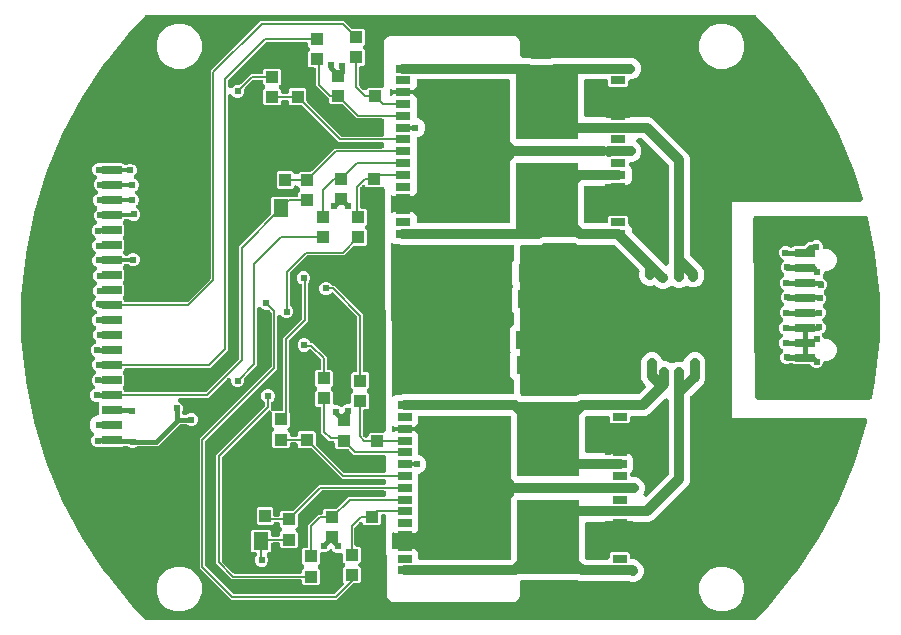
<source format=gbr>
G04 EAGLE Gerber RS-274X export*
G75*
%MOMM*%
%FSLAX34Y34*%
%LPD*%
%INTop Copper*%
%IPPOS*%
%AMOC8*
5,1,8,0,0,1.08239X$1,22.5*%
G01*
%ADD10R,1.300000X1.500000*%
%ADD11R,1.000000X1.100000*%
%ADD12R,1.100000X1.000000*%
%ADD13R,1.300000X0.665000*%
%ADD14R,5.250000X10.300000*%
%ADD15R,5.250000X6.230000*%
%ADD16R,1.676400X0.736600*%
%ADD17C,0.400000*%
%ADD18C,0.610000*%
%ADD19C,0.812800*%
%ADD20C,0.304800*%
%ADD21C,0.200000*%

G36*
X777500Y4008D02*
X777500Y4008D01*
X777570Y4006D01*
X777698Y4028D01*
X777828Y4041D01*
X777895Y4061D01*
X777964Y4073D01*
X778085Y4120D01*
X778210Y4159D01*
X778271Y4192D01*
X778336Y4218D01*
X778445Y4288D01*
X778560Y4350D01*
X778614Y4396D01*
X778672Y4433D01*
X778842Y4588D01*
X778865Y4608D01*
X778870Y4614D01*
X778878Y4621D01*
X789447Y15722D01*
X789478Y15761D01*
X789544Y15832D01*
X812062Y43270D01*
X812094Y43317D01*
X812179Y43427D01*
X831899Y72941D01*
X831926Y72991D01*
X832000Y73109D01*
X848732Y104413D01*
X848754Y104465D01*
X848816Y104590D01*
X862399Y137383D01*
X862416Y137438D01*
X862465Y137568D01*
X872769Y171535D01*
X872780Y171590D01*
X872817Y171725D01*
X872908Y172185D01*
X872911Y172210D01*
X872917Y172233D01*
X872930Y172408D01*
X872947Y172583D01*
X872944Y172607D01*
X872946Y172631D01*
X872924Y172805D01*
X872905Y172980D01*
X872898Y173003D01*
X872895Y173028D01*
X872838Y173194D01*
X872786Y173361D01*
X872774Y173383D01*
X872766Y173406D01*
X872678Y173557D01*
X872593Y173711D01*
X872577Y173730D01*
X872565Y173751D01*
X872448Y173882D01*
X872334Y174015D01*
X872315Y174030D01*
X872299Y174049D01*
X872158Y174154D01*
X872020Y174262D01*
X871999Y174273D01*
X871979Y174288D01*
X871820Y174363D01*
X871664Y174442D01*
X871640Y174448D01*
X871618Y174459D01*
X871448Y174501D01*
X871278Y174547D01*
X871254Y174549D01*
X871230Y174555D01*
X870952Y174575D01*
X758347Y174821D01*
X758347Y358090D01*
X867132Y358167D01*
X867255Y358179D01*
X867379Y358182D01*
X867453Y358199D01*
X867529Y358207D01*
X867648Y358244D01*
X867768Y358271D01*
X867838Y358303D01*
X867911Y358325D01*
X868019Y358385D01*
X868132Y358436D01*
X868194Y358481D01*
X868261Y358517D01*
X868356Y358597D01*
X868456Y358670D01*
X868508Y358726D01*
X868566Y358775D01*
X868643Y358872D01*
X868727Y358963D01*
X868767Y359028D01*
X868814Y359088D01*
X868870Y359199D01*
X868935Y359304D01*
X868960Y359376D01*
X868995Y359444D01*
X869028Y359564D01*
X869070Y359680D01*
X869081Y359756D01*
X869101Y359829D01*
X869110Y359953D01*
X869128Y360075D01*
X869124Y360152D01*
X869129Y360228D01*
X869113Y360351D01*
X869106Y360474D01*
X869083Y360573D01*
X869077Y360624D01*
X869062Y360667D01*
X869044Y360746D01*
X862465Y382432D01*
X862444Y382484D01*
X862399Y382617D01*
X848816Y415410D01*
X848789Y415460D01*
X848732Y415587D01*
X832000Y446891D01*
X831968Y446939D01*
X831899Y447059D01*
X812179Y476572D01*
X812143Y476616D01*
X812062Y476730D01*
X789544Y504168D01*
X789508Y504204D01*
X789447Y504278D01*
X778878Y515379D01*
X778825Y515424D01*
X778779Y515476D01*
X778674Y515554D01*
X778576Y515639D01*
X778515Y515673D01*
X778458Y515715D01*
X778341Y515770D01*
X778227Y515834D01*
X778160Y515855D01*
X778097Y515885D01*
X777970Y515916D01*
X777846Y515956D01*
X777777Y515963D01*
X777709Y515980D01*
X777480Y515996D01*
X777449Y515999D01*
X777442Y515998D01*
X777431Y515999D01*
X262569Y515999D01*
X262500Y515992D01*
X262430Y515994D01*
X262302Y515972D01*
X262172Y515959D01*
X262105Y515939D01*
X262036Y515927D01*
X261915Y515880D01*
X261790Y515841D01*
X261729Y515808D01*
X261664Y515782D01*
X261554Y515712D01*
X261440Y515650D01*
X261387Y515605D01*
X261328Y515567D01*
X261158Y515412D01*
X261135Y515392D01*
X261130Y515386D01*
X261122Y515379D01*
X250553Y504278D01*
X250522Y504238D01*
X250456Y504168D01*
X227938Y476730D01*
X227906Y476683D01*
X227821Y476572D01*
X208101Y447059D01*
X208074Y447009D01*
X208000Y446891D01*
X191268Y415587D01*
X191246Y415535D01*
X191184Y415410D01*
X177601Y382617D01*
X177595Y382598D01*
X177587Y382582D01*
X177574Y382535D01*
X177535Y382432D01*
X167231Y348465D01*
X167220Y348410D01*
X167183Y348275D01*
X160258Y313462D01*
X160253Y313405D01*
X160230Y313268D01*
X156751Y277944D01*
X156751Y277887D01*
X156741Y277748D01*
X156741Y242252D01*
X156747Y242196D01*
X156751Y242056D01*
X160230Y206732D01*
X160241Y206677D01*
X160258Y206538D01*
X167183Y171725D01*
X167200Y171671D01*
X167231Y171535D01*
X177535Y137568D01*
X177556Y137516D01*
X177601Y137383D01*
X191184Y104590D01*
X191211Y104540D01*
X191268Y104413D01*
X208000Y73109D01*
X208032Y73061D01*
X208101Y72941D01*
X227821Y43428D01*
X227857Y43384D01*
X227938Y43270D01*
X250456Y15832D01*
X250492Y15796D01*
X250553Y15722D01*
X261122Y4621D01*
X261175Y4576D01*
X261221Y4524D01*
X261326Y4446D01*
X261424Y4361D01*
X261485Y4327D01*
X261542Y4285D01*
X261659Y4230D01*
X261773Y4166D01*
X261840Y4145D01*
X261903Y4115D01*
X262030Y4084D01*
X262154Y4044D01*
X262223Y4037D01*
X262291Y4020D01*
X262520Y4004D01*
X262551Y4001D01*
X262558Y4002D01*
X262569Y4001D01*
X777431Y4001D01*
X777500Y4008D01*
G37*
%LPC*%
G36*
X469628Y19995D02*
X469628Y19995D01*
X469624Y19996D01*
X469619Y19999D01*
X468516Y20449D01*
X467676Y21289D01*
X467672Y21292D01*
X467668Y21296D01*
X466823Y22133D01*
X466369Y23230D01*
X466367Y23233D01*
X466365Y23239D01*
X465903Y24338D01*
X465903Y25524D01*
X465903Y25528D01*
X465903Y25534D01*
X465570Y91587D01*
X465567Y91612D01*
X465569Y91637D01*
X465546Y91811D01*
X465528Y91984D01*
X465520Y92008D01*
X465517Y92033D01*
X465460Y92199D01*
X465408Y92365D01*
X465396Y92387D01*
X465387Y92411D01*
X465299Y92562D01*
X465214Y92715D01*
X465198Y92734D01*
X465185Y92756D01*
X465069Y92886D01*
X464955Y93019D01*
X464935Y93034D01*
X464919Y93053D01*
X464779Y93157D01*
X464641Y93265D01*
X464618Y93277D01*
X464598Y93292D01*
X464440Y93366D01*
X464284Y93445D01*
X464260Y93451D01*
X464237Y93462D01*
X464067Y93503D01*
X463899Y93549D01*
X463873Y93551D01*
X463849Y93557D01*
X463570Y93576D01*
X462999Y93576D01*
X462969Y93573D01*
X462939Y93575D01*
X462770Y93553D01*
X462602Y93536D01*
X462573Y93527D01*
X462543Y93523D01*
X462382Y93468D01*
X462220Y93418D01*
X462193Y93404D01*
X462165Y93394D01*
X462019Y93308D01*
X461870Y93227D01*
X461846Y93207D01*
X461820Y93192D01*
X461694Y93079D01*
X461564Y92969D01*
X461545Y92946D01*
X461523Y92925D01*
X461422Y92789D01*
X461316Y92656D01*
X461302Y92629D01*
X461284Y92605D01*
X461212Y92452D01*
X461135Y92300D01*
X461127Y92271D01*
X461114Y92244D01*
X461074Y92078D01*
X461029Y91915D01*
X461026Y91885D01*
X461019Y91856D01*
X461000Y91577D01*
X461000Y85443D01*
X459828Y84271D01*
X447170Y84271D01*
X445918Y85523D01*
X445895Y85595D01*
X445840Y85772D01*
X445833Y85785D01*
X445828Y85799D01*
X445738Y85959D01*
X445649Y86122D01*
X445639Y86134D01*
X445631Y86147D01*
X445511Y86286D01*
X445391Y86428D01*
X445379Y86437D01*
X445369Y86448D01*
X445223Y86561D01*
X445078Y86676D01*
X445065Y86683D01*
X445053Y86692D01*
X444887Y86773D01*
X444722Y86857D01*
X444707Y86861D01*
X444694Y86867D01*
X444515Y86914D01*
X444337Y86963D01*
X444322Y86964D01*
X444307Y86968D01*
X444124Y86978D01*
X443939Y86991D01*
X443924Y86989D01*
X443909Y86990D01*
X443726Y86963D01*
X443543Y86939D01*
X443528Y86934D01*
X443513Y86932D01*
X443339Y86869D01*
X443165Y86810D01*
X443152Y86802D01*
X443138Y86797D01*
X442980Y86701D01*
X442820Y86608D01*
X442809Y86597D01*
X442796Y86590D01*
X442585Y86406D01*
X439216Y83037D01*
X439188Y83002D01*
X439154Y82972D01*
X439062Y82848D01*
X438963Y82728D01*
X438942Y82688D01*
X438915Y82652D01*
X438849Y82512D01*
X438777Y82375D01*
X438764Y82331D01*
X438745Y82290D01*
X438708Y82140D01*
X438665Y81992D01*
X438661Y81946D01*
X438650Y81902D01*
X438631Y81624D01*
X438631Y68043D01*
X438634Y68013D01*
X438632Y67983D01*
X438654Y67814D01*
X438671Y67646D01*
X438680Y67617D01*
X438684Y67587D01*
X438739Y67426D01*
X438789Y67264D01*
X438803Y67237D01*
X438813Y67209D01*
X438899Y67063D01*
X438980Y66914D01*
X439000Y66890D01*
X439015Y66864D01*
X439128Y66738D01*
X439238Y66608D01*
X439261Y66589D01*
X439282Y66567D01*
X439418Y66466D01*
X439551Y66360D01*
X439578Y66346D01*
X439602Y66328D01*
X439755Y66256D01*
X439907Y66179D01*
X439936Y66171D01*
X439963Y66158D01*
X440129Y66118D01*
X440292Y66073D01*
X440322Y66070D01*
X440351Y66063D01*
X440630Y66044D01*
X442689Y66044D01*
X443861Y64872D01*
X443861Y53214D01*
X442603Y51957D01*
X442584Y51933D01*
X442561Y51913D01*
X442458Y51779D01*
X442350Y51647D01*
X442336Y51621D01*
X442318Y51597D01*
X442243Y51444D01*
X442164Y51294D01*
X442156Y51265D01*
X442142Y51238D01*
X442100Y51074D01*
X442052Y50911D01*
X442049Y50881D01*
X442042Y50851D01*
X442032Y50683D01*
X442018Y50513D01*
X442021Y50483D01*
X442020Y50453D01*
X442044Y50285D01*
X442064Y50116D01*
X442073Y50087D01*
X442077Y50057D01*
X442135Y49898D01*
X442188Y49736D01*
X442203Y49710D01*
X442213Y49681D01*
X442301Y49537D01*
X442384Y49389D01*
X442404Y49366D01*
X442420Y49340D01*
X442603Y49129D01*
X443861Y47872D01*
X443861Y36214D01*
X442689Y35042D01*
X438338Y35042D01*
X438292Y35038D01*
X438247Y35040D01*
X438094Y35018D01*
X437940Y35002D01*
X437897Y34989D01*
X437852Y34982D01*
X437706Y34930D01*
X437559Y34884D01*
X437519Y34863D01*
X437476Y34847D01*
X437344Y34767D01*
X437208Y34693D01*
X437173Y34663D01*
X437135Y34640D01*
X436924Y34457D01*
X423673Y21206D01*
X334253Y21206D01*
X307504Y47955D01*
X307504Y157268D01*
X367994Y217759D01*
X368023Y217794D01*
X368057Y217824D01*
X368149Y217948D01*
X368247Y218068D01*
X368268Y218108D01*
X368296Y218144D01*
X368361Y218284D01*
X368434Y218421D01*
X368446Y218465D01*
X368466Y218506D01*
X368502Y218656D01*
X368546Y218804D01*
X368550Y218850D01*
X368561Y218894D01*
X368580Y219172D01*
X368580Y263492D01*
X368575Y263537D01*
X368578Y263582D01*
X368556Y263736D01*
X368540Y263889D01*
X368527Y263933D01*
X368520Y263978D01*
X368468Y264123D01*
X368422Y264271D01*
X368400Y264311D01*
X368385Y264353D01*
X368305Y264485D01*
X368230Y264621D01*
X368201Y264656D01*
X368178Y264695D01*
X367994Y264906D01*
X366993Y265907D01*
X366963Y265931D01*
X366938Y265960D01*
X366809Y266058D01*
X366684Y266160D01*
X366650Y266178D01*
X366619Y266201D01*
X366473Y266271D01*
X366330Y266346D01*
X366294Y266357D01*
X366259Y266374D01*
X366102Y266413D01*
X365947Y266459D01*
X365909Y266462D01*
X365872Y266471D01*
X365711Y266479D01*
X365549Y266492D01*
X365511Y266488D01*
X365473Y266490D01*
X365412Y266481D01*
X362928Y266481D01*
X360873Y267332D01*
X359587Y268618D01*
X359575Y268628D01*
X359565Y268639D01*
X359420Y268754D01*
X359278Y268871D01*
X359264Y268878D01*
X359252Y268887D01*
X359087Y268971D01*
X358924Y269057D01*
X358910Y269061D01*
X358896Y269068D01*
X358719Y269117D01*
X358541Y269170D01*
X358526Y269171D01*
X358511Y269175D01*
X358328Y269188D01*
X358143Y269203D01*
X358128Y269202D01*
X358113Y269203D01*
X357929Y269179D01*
X357746Y269158D01*
X357732Y269153D01*
X357717Y269151D01*
X357541Y269091D01*
X357366Y269034D01*
X357353Y269026D01*
X357339Y269021D01*
X357179Y268928D01*
X357019Y268837D01*
X357007Y268827D01*
X356994Y268819D01*
X356857Y268696D01*
X356717Y268575D01*
X356708Y268563D01*
X356697Y268553D01*
X356587Y268405D01*
X356474Y268258D01*
X356467Y268244D01*
X356458Y268232D01*
X356380Y268065D01*
X356299Y267899D01*
X356295Y267885D01*
X356288Y267871D01*
X356244Y267691D01*
X356198Y267513D01*
X356197Y267498D01*
X356193Y267483D01*
X356174Y267204D01*
X356174Y219826D01*
X354258Y217911D01*
X345829Y209481D01*
X345804Y209452D01*
X345776Y209426D01*
X345678Y209297D01*
X345576Y209172D01*
X345558Y209138D01*
X345535Y209107D01*
X345465Y208961D01*
X345390Y208819D01*
X345379Y208782D01*
X345362Y208747D01*
X345323Y208590D01*
X345277Y208435D01*
X345274Y208397D01*
X345265Y208360D01*
X345257Y208199D01*
X345243Y208037D01*
X345248Y207999D01*
X345246Y207961D01*
X345255Y207901D01*
X345255Y205416D01*
X344404Y203362D01*
X342831Y201789D01*
X340777Y200938D01*
X338552Y200938D01*
X336498Y201789D01*
X334925Y203362D01*
X334074Y205416D01*
X334074Y206711D01*
X334072Y206726D01*
X334074Y206742D01*
X334052Y206925D01*
X334034Y207109D01*
X334029Y207123D01*
X334028Y207138D01*
X333971Y207313D01*
X333916Y207490D01*
X333909Y207504D01*
X333904Y207518D01*
X333813Y207678D01*
X333724Y207841D01*
X333714Y207853D01*
X333707Y207866D01*
X333586Y208005D01*
X333467Y208146D01*
X333455Y208156D01*
X333445Y208167D01*
X333298Y208280D01*
X333154Y208394D01*
X333140Y208401D01*
X333128Y208410D01*
X332963Y208491D01*
X332798Y208575D01*
X332783Y208579D01*
X332769Y208586D01*
X332591Y208632D01*
X332413Y208682D01*
X332398Y208683D01*
X332383Y208687D01*
X332199Y208697D01*
X332014Y208710D01*
X331999Y208708D01*
X331984Y208709D01*
X331802Y208682D01*
X331618Y208658D01*
X331604Y208653D01*
X331589Y208651D01*
X331414Y208588D01*
X331240Y208528D01*
X331227Y208521D01*
X331213Y208515D01*
X331055Y208420D01*
X330896Y208326D01*
X330885Y208316D01*
X330872Y208308D01*
X330661Y208125D01*
X316491Y193955D01*
X314575Y192039D01*
X291184Y192039D01*
X291176Y192039D01*
X291168Y192039D01*
X290978Y192019D01*
X290786Y191999D01*
X290779Y191997D01*
X290771Y191996D01*
X290589Y191938D01*
X290405Y191881D01*
X290398Y191878D01*
X290391Y191875D01*
X290224Y191782D01*
X290054Y191690D01*
X290048Y191685D01*
X290042Y191681D01*
X289895Y191556D01*
X289749Y191432D01*
X289744Y191426D01*
X289738Y191421D01*
X289618Y191268D01*
X289501Y191119D01*
X289497Y191112D01*
X289492Y191106D01*
X289407Y190935D01*
X289320Y190763D01*
X289318Y190756D01*
X289314Y190749D01*
X289265Y190564D01*
X289213Y190378D01*
X289213Y190371D01*
X289211Y190363D01*
X289199Y190173D01*
X289185Y189980D01*
X289186Y189972D01*
X289186Y189965D01*
X289212Y189775D01*
X289237Y189584D01*
X289240Y189577D01*
X289241Y189569D01*
X289304Y189388D01*
X289367Y189206D01*
X289371Y189199D01*
X289373Y189192D01*
X289471Y189027D01*
X289569Y188861D01*
X289574Y188856D01*
X289578Y188849D01*
X289707Y188707D01*
X289835Y188564D01*
X289841Y188559D01*
X289846Y188554D01*
X290002Y188440D01*
X290156Y188325D01*
X290162Y188322D01*
X290169Y188318D01*
X290419Y188193D01*
X291309Y187824D01*
X292881Y186251D01*
X293733Y184197D01*
X293733Y181973D01*
X293052Y180330D01*
X293046Y180308D01*
X293035Y180288D01*
X292988Y180117D01*
X292937Y179948D01*
X292935Y179925D01*
X292929Y179903D01*
X292917Y179726D01*
X292900Y179550D01*
X292903Y179527D01*
X292901Y179505D01*
X292924Y179329D01*
X292943Y179153D01*
X292950Y179131D01*
X292953Y179109D01*
X293010Y178941D01*
X293064Y178772D01*
X293075Y178752D01*
X293082Y178731D01*
X293172Y178578D01*
X293258Y178423D01*
X293273Y178406D01*
X293285Y178386D01*
X293403Y178254D01*
X293518Y178120D01*
X293536Y178106D01*
X293551Y178089D01*
X293693Y177983D01*
X293833Y177874D01*
X293853Y177864D01*
X293871Y177850D01*
X294032Y177775D01*
X294190Y177696D01*
X294212Y177690D01*
X294233Y177680D01*
X294405Y177638D01*
X294576Y177592D01*
X294599Y177591D01*
X294621Y177585D01*
X294899Y177566D01*
X295801Y177566D01*
X295846Y177570D01*
X295892Y177568D01*
X296045Y177590D01*
X296199Y177606D01*
X296242Y177619D01*
X296287Y177626D01*
X296432Y177678D01*
X296580Y177724D01*
X296620Y177746D01*
X296663Y177761D01*
X296795Y177841D01*
X296931Y177915D01*
X296965Y177945D01*
X297004Y177968D01*
X297215Y178151D01*
X297368Y178305D01*
X299423Y179156D01*
X301647Y179156D01*
X303702Y178305D01*
X305275Y176732D01*
X306126Y174677D01*
X306126Y172453D01*
X305275Y170398D01*
X303702Y168825D01*
X301647Y167974D01*
X299423Y167974D01*
X297368Y168825D01*
X297215Y168979D01*
X297180Y169008D01*
X297149Y169041D01*
X297026Y169134D01*
X296906Y169232D01*
X296865Y169253D01*
X296829Y169280D01*
X296689Y169346D01*
X296552Y169418D01*
X296509Y169431D01*
X296468Y169450D01*
X296317Y169487D01*
X296169Y169530D01*
X296124Y169534D01*
X296080Y169545D01*
X295801Y169564D01*
X291598Y169564D01*
X291552Y169560D01*
X291507Y169562D01*
X291354Y169540D01*
X291200Y169524D01*
X291157Y169511D01*
X291112Y169504D01*
X290966Y169452D01*
X290819Y169406D01*
X290779Y169385D01*
X290736Y169369D01*
X290604Y169289D01*
X290468Y169215D01*
X290433Y169185D01*
X290395Y169162D01*
X290184Y168979D01*
X272182Y150977D01*
X255690Y150977D01*
X255644Y150972D01*
X255599Y150975D01*
X255446Y150952D01*
X255292Y150937D01*
X255249Y150923D01*
X255204Y150917D01*
X255058Y150865D01*
X254911Y150819D01*
X254871Y150797D01*
X254828Y150782D01*
X254696Y150701D01*
X254560Y150627D01*
X254525Y150598D01*
X254487Y150574D01*
X254276Y150391D01*
X254123Y150238D01*
X252068Y149387D01*
X249844Y149387D01*
X247789Y150238D01*
X247451Y150576D01*
X247416Y150604D01*
X247386Y150638D01*
X247262Y150730D01*
X247142Y150829D01*
X247102Y150850D01*
X247065Y150877D01*
X246925Y150943D01*
X246789Y151015D01*
X246745Y151028D01*
X246704Y151047D01*
X246554Y151084D01*
X246405Y151127D01*
X246360Y151131D01*
X246316Y151142D01*
X246037Y151161D01*
X243719Y151161D01*
X243674Y151157D01*
X243628Y151159D01*
X243475Y151137D01*
X243321Y151121D01*
X243278Y151108D01*
X243233Y151101D01*
X243088Y151049D01*
X242940Y151003D01*
X242900Y150982D01*
X242857Y150966D01*
X242725Y150886D01*
X242589Y150812D01*
X242555Y150782D01*
X242516Y150759D01*
X242305Y150576D01*
X242256Y150526D01*
X223708Y150526D01*
X223655Y150521D01*
X223602Y150523D01*
X223457Y150501D01*
X223310Y150486D01*
X223260Y150471D01*
X223207Y150463D01*
X222943Y150374D01*
X222439Y150165D01*
X220214Y150165D01*
X218160Y151016D01*
X216587Y152589D01*
X215736Y154644D01*
X215736Y156868D01*
X216587Y158923D01*
X217643Y159979D01*
X217662Y160002D01*
X217685Y160022D01*
X217788Y160157D01*
X217895Y160288D01*
X217910Y160315D01*
X217928Y160339D01*
X218003Y160491D01*
X218082Y160641D01*
X218090Y160670D01*
X218104Y160697D01*
X218146Y160861D01*
X218194Y161025D01*
X218197Y161055D01*
X218204Y161084D01*
X218214Y161253D01*
X218228Y161422D01*
X218225Y161453D01*
X218226Y161483D01*
X218202Y161651D01*
X218182Y161819D01*
X218173Y161848D01*
X218168Y161878D01*
X218111Y162038D01*
X218058Y162199D01*
X218043Y162225D01*
X218033Y162254D01*
X217945Y162399D01*
X217861Y162547D01*
X217842Y162569D01*
X217826Y162595D01*
X217643Y162806D01*
X215824Y164625D01*
X214598Y167584D01*
X214598Y170786D01*
X215824Y173745D01*
X218089Y176010D01*
X221391Y177378D01*
X221442Y177394D01*
X221469Y177408D01*
X221497Y177418D01*
X221643Y177504D01*
X221792Y177585D01*
X221816Y177605D01*
X221842Y177620D01*
X221968Y177733D01*
X222098Y177843D01*
X222117Y177867D01*
X222139Y177887D01*
X222240Y178023D01*
X222346Y178156D01*
X222360Y178183D01*
X222378Y178207D01*
X222450Y178360D01*
X222527Y178512D01*
X222535Y178541D01*
X222548Y178569D01*
X222588Y178734D01*
X222633Y178897D01*
X222636Y178927D01*
X222643Y178957D01*
X222662Y179235D01*
X222662Y186703D01*
X222659Y186733D01*
X222661Y186764D01*
X222639Y186932D01*
X222622Y187101D01*
X222613Y187130D01*
X222609Y187160D01*
X222554Y187320D01*
X222504Y187482D01*
X222490Y187509D01*
X222480Y187538D01*
X222394Y187684D01*
X222313Y187833D01*
X222293Y187856D01*
X222278Y187882D01*
X222165Y188008D01*
X222055Y188138D01*
X222032Y188157D01*
X222011Y188180D01*
X221875Y188281D01*
X221742Y188386D01*
X221715Y188400D01*
X221691Y188418D01*
X221538Y188490D01*
X221386Y188567D01*
X221357Y188575D01*
X221330Y188588D01*
X221164Y188629D01*
X221001Y188674D01*
X220971Y188676D01*
X220942Y188683D01*
X220663Y188703D01*
X219586Y188703D01*
X217531Y189554D01*
X215958Y191126D01*
X215107Y193181D01*
X215107Y195405D01*
X215958Y197460D01*
X217531Y199033D01*
X217692Y199100D01*
X217712Y199110D01*
X217734Y199117D01*
X217888Y199205D01*
X218044Y199289D01*
X218061Y199303D01*
X218081Y199314D01*
X218215Y199431D01*
X218351Y199544D01*
X218366Y199561D01*
X218383Y199576D01*
X218491Y199717D01*
X218602Y199855D01*
X218612Y199875D01*
X218626Y199893D01*
X218704Y200052D01*
X218785Y200210D01*
X218792Y200232D01*
X218802Y200252D01*
X218846Y200423D01*
X218895Y200594D01*
X218897Y200616D01*
X218902Y200638D01*
X218912Y200815D01*
X218926Y200992D01*
X218923Y201015D01*
X218924Y201037D01*
X218899Y201212D01*
X218877Y201388D01*
X218870Y201410D01*
X218866Y201432D01*
X218807Y201598D01*
X218750Y201767D01*
X218739Y201787D01*
X218731Y201808D01*
X218640Y201959D01*
X218551Y202113D01*
X218536Y202130D01*
X218524Y202150D01*
X218341Y202360D01*
X217000Y203701D01*
X216148Y205756D01*
X216148Y207980D01*
X217000Y210035D01*
X218572Y211608D01*
X218764Y211687D01*
X218777Y211695D01*
X218792Y211699D01*
X218953Y211789D01*
X219116Y211876D01*
X219128Y211886D01*
X219141Y211894D01*
X219281Y212013D01*
X219423Y212131D01*
X219433Y212143D01*
X219444Y212153D01*
X219557Y212298D01*
X219674Y212443D01*
X219681Y212456D01*
X219690Y212468D01*
X219772Y212633D01*
X219857Y212797D01*
X219861Y212812D01*
X219868Y212826D01*
X219916Y213004D01*
X219967Y213181D01*
X219968Y213197D01*
X219972Y213211D01*
X219983Y213395D01*
X219998Y213580D01*
X219996Y213595D01*
X219997Y213610D01*
X219972Y213790D01*
X219949Y213976D01*
X219944Y213991D01*
X219942Y214006D01*
X219881Y214179D01*
X219822Y214355D01*
X219814Y214368D01*
X219809Y214383D01*
X219715Y214541D01*
X219623Y214701D01*
X219613Y214712D01*
X219605Y214726D01*
X219480Y214862D01*
X219358Y215000D01*
X219346Y215010D01*
X219336Y215021D01*
X219187Y215130D01*
X219127Y215175D01*
X217459Y216843D01*
X216608Y218898D01*
X216608Y221122D01*
X217459Y223177D01*
X218517Y224235D01*
X218532Y224253D01*
X218549Y224268D01*
X218658Y224407D01*
X218770Y224545D01*
X218781Y224565D01*
X218795Y224583D01*
X218874Y224741D01*
X218956Y224898D01*
X218963Y224920D01*
X218973Y224940D01*
X219019Y225111D01*
X219069Y225281D01*
X219071Y225304D01*
X219077Y225326D01*
X219088Y225502D01*
X219103Y225679D01*
X219100Y225702D01*
X219101Y225724D01*
X219077Y225900D01*
X219057Y226076D01*
X219050Y226098D01*
X219047Y226120D01*
X218988Y226288D01*
X218933Y226456D01*
X218922Y226476D01*
X218914Y226497D01*
X218823Y226649D01*
X218736Y226803D01*
X218721Y226820D01*
X218709Y226840D01*
X218590Y226971D01*
X218474Y227105D01*
X218456Y227119D01*
X218441Y227135D01*
X218298Y227240D01*
X218157Y227348D01*
X218137Y227358D01*
X218119Y227372D01*
X217869Y227496D01*
X217653Y227585D01*
X216081Y229158D01*
X215230Y231213D01*
X215230Y233437D01*
X216081Y235492D01*
X217653Y237065D01*
X218800Y237539D01*
X218820Y237550D01*
X218841Y237557D01*
X218995Y237644D01*
X219152Y237728D01*
X219169Y237743D01*
X219189Y237754D01*
X219322Y237870D01*
X219459Y237983D01*
X219473Y238001D01*
X219490Y238016D01*
X219598Y238156D01*
X219709Y238295D01*
X219720Y238315D01*
X219734Y238333D01*
X219811Y238492D01*
X219893Y238649D01*
X219899Y238671D01*
X219909Y238692D01*
X219954Y238862D01*
X220002Y239033D01*
X220004Y239056D01*
X220010Y239078D01*
X220020Y239254D01*
X220033Y239432D01*
X220031Y239454D01*
X220032Y239477D01*
X220006Y239652D01*
X219984Y239828D01*
X219977Y239850D01*
X219974Y239872D01*
X219914Y240038D01*
X219858Y240207D01*
X219846Y240227D01*
X219839Y240248D01*
X219747Y240399D01*
X219658Y240553D01*
X219643Y240570D01*
X219631Y240589D01*
X219448Y240800D01*
X218130Y242118D01*
X217279Y244173D01*
X217279Y246397D01*
X218130Y248452D01*
X219535Y249857D01*
X219550Y249875D01*
X219567Y249890D01*
X219676Y250030D01*
X219788Y250167D01*
X219799Y250187D01*
X219813Y250205D01*
X219892Y250363D01*
X219974Y250520D01*
X219981Y250542D01*
X219991Y250563D01*
X220037Y250733D01*
X220087Y250903D01*
X220089Y250926D01*
X220095Y250948D01*
X220106Y251125D01*
X220121Y251301D01*
X220118Y251324D01*
X220119Y251347D01*
X220095Y251523D01*
X220075Y251698D01*
X220068Y251720D01*
X220064Y251743D01*
X220005Y251910D01*
X219951Y252078D01*
X219939Y252098D01*
X219932Y252119D01*
X219841Y252271D01*
X219754Y252425D01*
X219739Y252443D01*
X219727Y252462D01*
X219608Y252593D01*
X219492Y252727D01*
X219474Y252741D01*
X219458Y252758D01*
X219315Y252863D01*
X219238Y252922D01*
X217579Y254581D01*
X216728Y256636D01*
X216728Y258860D01*
X217579Y260915D01*
X219151Y262488D01*
X219361Y262574D01*
X219374Y262582D01*
X219389Y262586D01*
X219551Y262676D01*
X219713Y262763D01*
X219724Y262773D01*
X219738Y262780D01*
X219878Y262901D01*
X220020Y263018D01*
X220030Y263030D01*
X220041Y263040D01*
X220155Y263186D01*
X220271Y263330D01*
X220278Y263343D01*
X220287Y263355D01*
X220370Y263521D01*
X220454Y263684D01*
X220458Y263699D01*
X220465Y263712D01*
X220513Y263889D01*
X220564Y264068D01*
X220565Y264083D01*
X220569Y264098D01*
X220580Y264283D01*
X220595Y264467D01*
X220593Y264482D01*
X220594Y264497D01*
X220568Y264680D01*
X220546Y264863D01*
X220541Y264877D01*
X220539Y264892D01*
X220478Y265066D01*
X220419Y265242D01*
X220411Y265255D01*
X220406Y265269D01*
X220312Y265427D01*
X220220Y265588D01*
X220210Y265599D01*
X220202Y265612D01*
X220077Y265749D01*
X219955Y265887D01*
X219943Y265896D01*
X219933Y265908D01*
X219784Y266017D01*
X219637Y266128D01*
X219623Y266135D01*
X219611Y266144D01*
X219361Y266269D01*
X219174Y266346D01*
X217601Y267919D01*
X216750Y269974D01*
X216750Y272198D01*
X217601Y274253D01*
X219175Y275827D01*
X219194Y275850D01*
X219217Y275870D01*
X219321Y276005D01*
X219428Y276136D01*
X219442Y276163D01*
X219461Y276187D01*
X219535Y276340D01*
X219614Y276490D01*
X219623Y276519D01*
X219636Y276546D01*
X219679Y276710D01*
X219727Y276873D01*
X219729Y276903D01*
X219737Y276932D01*
X219746Y277102D01*
X219761Y277271D01*
X219757Y277301D01*
X219759Y277331D01*
X219734Y277499D01*
X219715Y277668D01*
X219705Y277696D01*
X219701Y277726D01*
X219644Y277886D01*
X219591Y278047D01*
X219576Y278074D01*
X219566Y278102D01*
X219478Y278247D01*
X219394Y278395D01*
X219374Y278418D01*
X219359Y278444D01*
X219175Y278654D01*
X218527Y279302D01*
X217676Y281357D01*
X217676Y283581D01*
X218527Y285636D01*
X220300Y287409D01*
X220320Y287433D01*
X220342Y287452D01*
X220445Y287586D01*
X220553Y287718D01*
X220567Y287745D01*
X220586Y287769D01*
X220660Y287921D01*
X220740Y288072D01*
X220748Y288101D01*
X220761Y288128D01*
X220804Y288292D01*
X220852Y288455D01*
X220854Y288485D01*
X220862Y288514D01*
X220871Y288683D01*
X220886Y288853D01*
X220882Y288883D01*
X220884Y288913D01*
X220859Y289081D01*
X220840Y289250D01*
X220831Y289278D01*
X220826Y289308D01*
X220769Y289468D01*
X220716Y289629D01*
X220701Y289656D01*
X220691Y289684D01*
X220603Y289829D01*
X220519Y289977D01*
X220499Y290000D01*
X220484Y290026D01*
X220300Y290236D01*
X218527Y292009D01*
X217676Y294064D01*
X217676Y296288D01*
X218527Y298343D01*
X220371Y300186D01*
X220385Y300204D01*
X220402Y300219D01*
X220511Y300358D01*
X220624Y300496D01*
X220634Y300516D01*
X220648Y300534D01*
X220727Y300692D01*
X220810Y300849D01*
X220816Y300871D01*
X220826Y300891D01*
X220872Y301062D01*
X220922Y301232D01*
X220924Y301255D01*
X220930Y301277D01*
X220941Y301453D01*
X220956Y301630D01*
X220953Y301653D01*
X220955Y301676D01*
X220931Y301851D01*
X220910Y302027D01*
X220903Y302049D01*
X220900Y302071D01*
X220841Y302239D01*
X220786Y302407D01*
X220775Y302427D01*
X220768Y302448D01*
X220677Y302600D01*
X220589Y302754D01*
X220574Y302772D01*
X220563Y302791D01*
X220444Y302922D01*
X220327Y303056D01*
X220309Y303070D01*
X220294Y303087D01*
X220151Y303191D01*
X220011Y303299D01*
X219990Y303309D01*
X219972Y303323D01*
X219722Y303447D01*
X219048Y303726D01*
X217476Y305299D01*
X216625Y307354D01*
X216625Y309578D01*
X217476Y311633D01*
X219169Y313326D01*
X219189Y313350D01*
X219211Y313370D01*
X219315Y313504D01*
X219422Y313636D01*
X219436Y313662D01*
X219455Y313686D01*
X219529Y313839D01*
X219608Y313989D01*
X219617Y314018D01*
X219630Y314045D01*
X219673Y314209D01*
X219721Y314372D01*
X219723Y314402D01*
X219731Y314432D01*
X219740Y314600D01*
X219755Y314770D01*
X219751Y314800D01*
X219753Y314830D01*
X219728Y314998D01*
X219709Y315167D01*
X219699Y315196D01*
X219695Y315226D01*
X219638Y315385D01*
X219585Y315547D01*
X219570Y315573D01*
X219560Y315602D01*
X219472Y315746D01*
X219388Y315894D01*
X219368Y315917D01*
X219352Y315943D01*
X219169Y316154D01*
X217635Y317688D01*
X216783Y319743D01*
X216783Y321967D01*
X217635Y324022D01*
X219076Y325463D01*
X219090Y325481D01*
X219107Y325496D01*
X219216Y325635D01*
X219328Y325773D01*
X219339Y325793D01*
X219353Y325811D01*
X219432Y325969D01*
X219515Y326126D01*
X219521Y326148D01*
X219531Y326168D01*
X219577Y326339D01*
X219627Y326509D01*
X219629Y326532D01*
X219635Y326554D01*
X219646Y326730D01*
X219661Y326907D01*
X219658Y326930D01*
X219660Y326953D01*
X219635Y327128D01*
X219615Y327304D01*
X219608Y327326D01*
X219605Y327348D01*
X219546Y327515D01*
X219491Y327684D01*
X219480Y327704D01*
X219472Y327725D01*
X219382Y327877D01*
X219294Y328031D01*
X219279Y328048D01*
X219268Y328068D01*
X219149Y328199D01*
X219032Y328333D01*
X219014Y328347D01*
X218999Y328363D01*
X218856Y328468D01*
X218716Y328576D01*
X218695Y328586D01*
X218677Y328600D01*
X218596Y328640D01*
X216999Y330237D01*
X216148Y332292D01*
X216148Y334516D01*
X216999Y336571D01*
X218572Y338143D01*
X219662Y338595D01*
X219683Y338606D01*
X219704Y338613D01*
X219858Y338700D01*
X220014Y338784D01*
X220032Y338798D01*
X220052Y338810D01*
X220185Y338926D01*
X220322Y339039D01*
X220336Y339057D01*
X220353Y339072D01*
X220461Y339212D01*
X220572Y339350D01*
X220583Y339370D01*
X220596Y339388D01*
X220674Y339548D01*
X220756Y339705D01*
X220762Y339727D01*
X220772Y339747D01*
X220817Y339918D01*
X220865Y340089D01*
X220867Y340112D01*
X220873Y340134D01*
X220882Y340309D01*
X220896Y340487D01*
X220893Y340510D01*
X220895Y340533D01*
X220869Y340707D01*
X220847Y340884D01*
X220840Y340905D01*
X220837Y340928D01*
X220777Y341094D01*
X220721Y341262D01*
X220709Y341282D01*
X220702Y341304D01*
X220610Y341455D01*
X220521Y341609D01*
X220506Y341626D01*
X220494Y341645D01*
X220311Y341856D01*
X218746Y343420D01*
X217895Y345475D01*
X217895Y347699D01*
X218746Y349754D01*
X220393Y351401D01*
X220407Y351418D01*
X220425Y351433D01*
X220533Y351572D01*
X220646Y351710D01*
X220656Y351730D01*
X220670Y351748D01*
X220749Y351906D01*
X220832Y352063D01*
X220838Y352085D01*
X220849Y352106D01*
X220894Y352277D01*
X220944Y352447D01*
X220946Y352469D01*
X220952Y352492D01*
X220963Y352668D01*
X220978Y352845D01*
X220976Y352867D01*
X220977Y352890D01*
X220953Y353066D01*
X220932Y353241D01*
X220925Y353263D01*
X220922Y353286D01*
X220863Y353453D01*
X220808Y353621D01*
X220797Y353641D01*
X220790Y353663D01*
X220699Y353815D01*
X220612Y353969D01*
X220597Y353986D01*
X220585Y354006D01*
X220466Y354137D01*
X220350Y354270D01*
X220331Y354284D01*
X220316Y354301D01*
X220173Y354406D01*
X220076Y354480D01*
X218429Y356128D01*
X217578Y358182D01*
X217578Y360407D01*
X218429Y362461D01*
X220001Y364034D01*
X220252Y364138D01*
X220266Y364145D01*
X220280Y364150D01*
X220441Y364239D01*
X220604Y364327D01*
X220616Y364337D01*
X220629Y364344D01*
X220769Y364464D01*
X220911Y364582D01*
X220921Y364594D01*
X220933Y364604D01*
X221046Y364749D01*
X221162Y364893D01*
X221169Y364907D01*
X221178Y364919D01*
X221260Y365084D01*
X221345Y365248D01*
X221350Y365263D01*
X221356Y365276D01*
X221404Y365453D01*
X221455Y365632D01*
X221456Y365647D01*
X221460Y365662D01*
X221471Y365845D01*
X221486Y366030D01*
X221484Y366045D01*
X221485Y366061D01*
X221460Y366242D01*
X221437Y366427D01*
X221432Y366441D01*
X221430Y366456D01*
X221369Y366630D01*
X221310Y366805D01*
X221303Y366819D01*
X221298Y366833D01*
X221203Y366992D01*
X221111Y367151D01*
X221101Y367163D01*
X221093Y367176D01*
X220968Y367313D01*
X220847Y367451D01*
X220834Y367460D01*
X220824Y367471D01*
X220675Y367581D01*
X220528Y367692D01*
X220521Y367695D01*
X218905Y369311D01*
X218054Y371366D01*
X218054Y373590D01*
X218905Y375645D01*
X220273Y377012D01*
X220287Y377030D01*
X220304Y377045D01*
X220414Y377185D01*
X220525Y377322D01*
X220536Y377342D01*
X220550Y377360D01*
X220629Y377518D01*
X220712Y377675D01*
X220718Y377697D01*
X220728Y377717D01*
X220774Y377888D01*
X220824Y378058D01*
X220826Y378081D01*
X220832Y378103D01*
X220843Y378279D01*
X220858Y378456D01*
X220855Y378479D01*
X220857Y378501D01*
X220832Y378677D01*
X220812Y378853D01*
X220805Y378874D01*
X220802Y378897D01*
X220743Y379065D01*
X220688Y379233D01*
X220677Y379252D01*
X220669Y379274D01*
X220578Y379426D01*
X220491Y379580D01*
X220476Y379597D01*
X220465Y379617D01*
X220345Y379748D01*
X220229Y379882D01*
X220211Y379896D01*
X220196Y379912D01*
X220053Y380017D01*
X219913Y380125D01*
X219892Y380135D01*
X219874Y380148D01*
X219624Y380273D01*
X219207Y380446D01*
X217635Y382018D01*
X216783Y384073D01*
X216783Y386297D01*
X217635Y388352D01*
X219207Y389925D01*
X221262Y390776D01*
X223486Y390776D01*
X223800Y390646D01*
X223851Y390631D01*
X223899Y390608D01*
X224042Y390573D01*
X224183Y390531D01*
X224235Y390526D01*
X224287Y390513D01*
X224565Y390494D01*
X242256Y390494D01*
X242982Y389768D01*
X243011Y389744D01*
X243036Y389715D01*
X243166Y389617D01*
X243291Y389515D01*
X243324Y389497D01*
X243355Y389474D01*
X243501Y389404D01*
X243644Y389329D01*
X243681Y389318D01*
X243715Y389302D01*
X243872Y389262D01*
X244028Y389216D01*
X244065Y389213D01*
X244102Y389204D01*
X244264Y389196D01*
X244425Y389182D01*
X244463Y389187D01*
X244501Y389185D01*
X244662Y389210D01*
X244822Y389228D01*
X244858Y389240D01*
X244896Y389246D01*
X245160Y389334D01*
X247460Y390287D01*
X249684Y390287D01*
X251739Y389436D01*
X253312Y387863D01*
X254163Y385808D01*
X254163Y383584D01*
X253312Y381529D01*
X252293Y380510D01*
X252279Y380493D01*
X252261Y380478D01*
X252152Y380338D01*
X252040Y380201D01*
X252030Y380181D01*
X252016Y380163D01*
X251936Y380005D01*
X251854Y379848D01*
X251847Y379826D01*
X251837Y379806D01*
X251791Y379635D01*
X251741Y379465D01*
X251740Y379442D01*
X251734Y379420D01*
X251723Y379244D01*
X251708Y379067D01*
X251710Y379044D01*
X251709Y379021D01*
X251733Y378846D01*
X251753Y378670D01*
X251760Y378648D01*
X251764Y378626D01*
X251823Y378458D01*
X251877Y378290D01*
X251888Y378270D01*
X251896Y378249D01*
X251987Y378096D01*
X252074Y377943D01*
X252089Y377925D01*
X252101Y377906D01*
X252220Y377774D01*
X252336Y377641D01*
X252354Y377627D01*
X252369Y377610D01*
X252513Y377505D01*
X252653Y377398D01*
X252673Y377388D01*
X252692Y377374D01*
X252942Y377250D01*
X253807Y376891D01*
X255379Y375319D01*
X256230Y373264D01*
X256230Y371040D01*
X255379Y368985D01*
X253619Y367224D01*
X253600Y367201D01*
X253577Y367181D01*
X253473Y367047D01*
X253366Y366915D01*
X253352Y366888D01*
X253333Y366864D01*
X253259Y366712D01*
X253180Y366562D01*
X253171Y366533D01*
X253158Y366505D01*
X253115Y366342D01*
X253067Y366178D01*
X253065Y366148D01*
X253057Y366119D01*
X253048Y365950D01*
X253033Y365780D01*
X253037Y365750D01*
X253035Y365720D01*
X253060Y365552D01*
X253079Y365384D01*
X253089Y365355D01*
X253093Y365325D01*
X253151Y365165D01*
X253203Y365004D01*
X253218Y364978D01*
X253228Y364949D01*
X253316Y364805D01*
X253400Y364656D01*
X253420Y364633D01*
X253436Y364608D01*
X253619Y364397D01*
X255333Y362682D01*
X256185Y360627D01*
X256185Y358403D01*
X255333Y356348D01*
X254313Y355328D01*
X254299Y355311D01*
X254281Y355296D01*
X254172Y355156D01*
X254060Y355019D01*
X254050Y354999D01*
X254036Y354981D01*
X253957Y354822D01*
X253874Y354666D01*
X253868Y354644D01*
X253858Y354624D01*
X253812Y354453D01*
X253762Y354282D01*
X253760Y354260D01*
X253754Y354238D01*
X253743Y354061D01*
X253728Y353885D01*
X253730Y353862D01*
X253729Y353839D01*
X253753Y353664D01*
X253774Y353488D01*
X253781Y353466D01*
X253784Y353444D01*
X253843Y353276D01*
X253898Y353108D01*
X253909Y353088D01*
X253916Y353067D01*
X254007Y352915D01*
X254094Y352760D01*
X254109Y352743D01*
X254121Y352724D01*
X254240Y352592D01*
X254356Y352459D01*
X254374Y352445D01*
X254390Y352428D01*
X254533Y352323D01*
X254673Y352216D01*
X254694Y352206D01*
X254712Y352192D01*
X254962Y352068D01*
X255047Y352032D01*
X256620Y350460D01*
X257471Y348405D01*
X257471Y346181D01*
X256620Y344126D01*
X255047Y342553D01*
X252992Y341702D01*
X250768Y341702D01*
X248713Y342553D01*
X248059Y343207D01*
X248024Y343236D01*
X247994Y343270D01*
X247870Y343362D01*
X247750Y343460D01*
X247710Y343481D01*
X247674Y343508D01*
X247534Y343574D01*
X247397Y343646D01*
X247353Y343659D01*
X247312Y343678D01*
X247162Y343715D01*
X247014Y343758D01*
X246968Y343762D01*
X246924Y343773D01*
X246646Y343793D01*
X245427Y343793D01*
X245397Y343790D01*
X245367Y343792D01*
X245198Y343770D01*
X245030Y343753D01*
X245001Y343744D01*
X244971Y343740D01*
X244810Y343685D01*
X244648Y343635D01*
X244621Y343620D01*
X244593Y343610D01*
X244447Y343525D01*
X244298Y343443D01*
X244274Y343423D01*
X244248Y343408D01*
X244122Y343295D01*
X243992Y343186D01*
X243973Y343162D01*
X243951Y343142D01*
X243850Y343006D01*
X243744Y342873D01*
X243730Y342845D01*
X243712Y342821D01*
X243640Y342668D01*
X243563Y342516D01*
X243555Y342487D01*
X243542Y342460D01*
X243502Y342295D01*
X243493Y342264D01*
X243003Y341774D01*
X242984Y341750D01*
X242961Y341730D01*
X242858Y341596D01*
X242750Y341464D01*
X242736Y341438D01*
X242718Y341414D01*
X242643Y341261D01*
X242564Y341111D01*
X242556Y341082D01*
X242542Y341055D01*
X242499Y340890D01*
X242452Y340728D01*
X242449Y340698D01*
X242441Y340668D01*
X242432Y340499D01*
X242418Y340330D01*
X242421Y340300D01*
X242420Y340270D01*
X242444Y340102D01*
X242464Y339933D01*
X242473Y339904D01*
X242477Y339874D01*
X242535Y339715D01*
X242588Y339553D01*
X242602Y339527D01*
X242613Y339498D01*
X242701Y339353D01*
X242784Y339206D01*
X242804Y339183D01*
X242820Y339157D01*
X243003Y338946D01*
X243428Y338522D01*
X243428Y329498D01*
X243003Y329074D01*
X242984Y329050D01*
X242961Y329030D01*
X242858Y328896D01*
X242750Y328764D01*
X242736Y328738D01*
X242718Y328714D01*
X242643Y328561D01*
X242564Y328411D01*
X242556Y328382D01*
X242542Y328355D01*
X242499Y328190D01*
X242452Y328028D01*
X242449Y327998D01*
X242441Y327968D01*
X242432Y327799D01*
X242418Y327630D01*
X242421Y327600D01*
X242420Y327570D01*
X242444Y327402D01*
X242464Y327233D01*
X242473Y327204D01*
X242477Y327174D01*
X242535Y327015D01*
X242588Y326853D01*
X242602Y326827D01*
X242613Y326798D01*
X242701Y326653D01*
X242784Y326506D01*
X242804Y326483D01*
X242820Y326457D01*
X243003Y326246D01*
X243428Y325822D01*
X243428Y316798D01*
X243003Y316374D01*
X242984Y316350D01*
X242961Y316330D01*
X242858Y316196D01*
X242750Y316064D01*
X242736Y316038D01*
X242718Y316014D01*
X242643Y315861D01*
X242564Y315711D01*
X242556Y315682D01*
X242542Y315655D01*
X242499Y315490D01*
X242452Y315328D01*
X242449Y315298D01*
X242441Y315268D01*
X242432Y315099D01*
X242418Y314930D01*
X242421Y314900D01*
X242420Y314870D01*
X242444Y314702D01*
X242464Y314533D01*
X242473Y314504D01*
X242477Y314474D01*
X242535Y314315D01*
X242588Y314153D01*
X242602Y314127D01*
X242613Y314098D01*
X242701Y313953D01*
X242784Y313806D01*
X242804Y313783D01*
X242820Y313757D01*
X243003Y313546D01*
X243999Y312551D01*
X244022Y312532D01*
X244042Y312509D01*
X244176Y312405D01*
X244308Y312298D01*
X244335Y312284D01*
X244359Y312266D01*
X244511Y312191D01*
X244661Y312112D01*
X244690Y312103D01*
X244717Y312090D01*
X244881Y312047D01*
X245044Y311999D01*
X245075Y311997D01*
X245104Y311989D01*
X245273Y311980D01*
X245442Y311966D01*
X245473Y311969D01*
X245503Y311967D01*
X245670Y311992D01*
X245839Y312011D01*
X245868Y312021D01*
X245898Y312025D01*
X246057Y312082D01*
X246219Y312135D01*
X246245Y312150D01*
X246274Y312160D01*
X246418Y312248D01*
X246567Y312332D01*
X246589Y312352D01*
X246615Y312368D01*
X246826Y312551D01*
X248116Y313841D01*
X250171Y314692D01*
X252395Y314692D01*
X254450Y313841D01*
X256022Y312268D01*
X256874Y310213D01*
X256874Y307989D01*
X256022Y305934D01*
X254450Y304362D01*
X252395Y303511D01*
X250171Y303511D01*
X248116Y304362D01*
X247392Y305086D01*
X247357Y305114D01*
X247327Y305148D01*
X247203Y305240D01*
X247083Y305338D01*
X247043Y305360D01*
X247006Y305387D01*
X246866Y305452D01*
X246729Y305525D01*
X246686Y305537D01*
X246645Y305557D01*
X246494Y305594D01*
X246346Y305637D01*
X246301Y305641D01*
X246257Y305652D01*
X245978Y305671D01*
X245427Y305671D01*
X245397Y305668D01*
X245367Y305670D01*
X245198Y305648D01*
X245030Y305631D01*
X245001Y305622D01*
X244971Y305618D01*
X244810Y305563D01*
X244648Y305513D01*
X244621Y305499D01*
X244593Y305489D01*
X244447Y305403D01*
X244298Y305322D01*
X244274Y305302D01*
X244248Y305287D01*
X244122Y305173D01*
X243992Y305064D01*
X243973Y305040D01*
X243951Y305020D01*
X243850Y304884D01*
X243744Y304751D01*
X243730Y304724D01*
X243712Y304700D01*
X243640Y304547D01*
X243563Y304395D01*
X243555Y304366D01*
X243542Y304338D01*
X243502Y304173D01*
X243501Y304172D01*
X243003Y303674D01*
X242984Y303650D01*
X242961Y303630D01*
X242858Y303496D01*
X242750Y303364D01*
X242736Y303338D01*
X242718Y303314D01*
X242643Y303161D01*
X242564Y303011D01*
X242556Y302982D01*
X242542Y302955D01*
X242499Y302790D01*
X242452Y302628D01*
X242449Y302598D01*
X242441Y302568D01*
X242432Y302399D01*
X242418Y302230D01*
X242421Y302200D01*
X242420Y302170D01*
X242444Y302002D01*
X242464Y301833D01*
X242473Y301804D01*
X242477Y301774D01*
X242535Y301615D01*
X242588Y301453D01*
X242602Y301427D01*
X242613Y301398D01*
X242701Y301253D01*
X242784Y301106D01*
X242804Y301083D01*
X242820Y301057D01*
X243003Y300846D01*
X243428Y300422D01*
X243428Y291398D01*
X243003Y290974D01*
X242984Y290950D01*
X242961Y290930D01*
X242858Y290796D01*
X242750Y290664D01*
X242736Y290638D01*
X242718Y290614D01*
X242643Y290460D01*
X242564Y290311D01*
X242556Y290282D01*
X242542Y290255D01*
X242499Y290090D01*
X242452Y289928D01*
X242449Y289898D01*
X242441Y289868D01*
X242432Y289699D01*
X242418Y289530D01*
X242421Y289500D01*
X242420Y289470D01*
X242444Y289302D01*
X242464Y289133D01*
X242473Y289104D01*
X242477Y289074D01*
X242535Y288915D01*
X242588Y288753D01*
X242602Y288727D01*
X242613Y288698D01*
X242701Y288553D01*
X242784Y288406D01*
X242804Y288383D01*
X242820Y288357D01*
X243003Y288146D01*
X243428Y287722D01*
X243428Y278698D01*
X243003Y278274D01*
X242984Y278250D01*
X242961Y278230D01*
X242858Y278096D01*
X242750Y277964D01*
X242736Y277938D01*
X242718Y277914D01*
X242643Y277761D01*
X242564Y277611D01*
X242556Y277582D01*
X242542Y277555D01*
X242499Y277390D01*
X242452Y277228D01*
X242449Y277198D01*
X242441Y277168D01*
X242432Y276999D01*
X242418Y276830D01*
X242421Y276800D01*
X242420Y276770D01*
X242444Y276602D01*
X242464Y276433D01*
X242473Y276404D01*
X242477Y276374D01*
X242535Y276215D01*
X242588Y276053D01*
X242602Y276027D01*
X242613Y275998D01*
X242701Y275853D01*
X242784Y275706D01*
X242804Y275683D01*
X242820Y275657D01*
X243003Y275446D01*
X243428Y275022D01*
X243428Y274780D01*
X243431Y274750D01*
X243429Y274720D01*
X243451Y274551D01*
X243468Y274383D01*
X243477Y274354D01*
X243481Y274324D01*
X243536Y274163D01*
X243586Y274001D01*
X243600Y273974D01*
X243610Y273946D01*
X243696Y273800D01*
X243777Y273651D01*
X243797Y273627D01*
X243812Y273601D01*
X243925Y273475D01*
X244035Y273345D01*
X244058Y273326D01*
X244079Y273304D01*
X244215Y273203D01*
X244348Y273097D01*
X244375Y273083D01*
X244399Y273065D01*
X244553Y272993D01*
X244704Y272916D01*
X244733Y272908D01*
X244760Y272895D01*
X244926Y272855D01*
X245089Y272810D01*
X245119Y272807D01*
X245148Y272800D01*
X245427Y272781D01*
X296388Y272781D01*
X296434Y272785D01*
X296479Y272783D01*
X296632Y272805D01*
X296786Y272821D01*
X296829Y272834D01*
X296874Y272841D01*
X297020Y272893D01*
X297167Y272939D01*
X297207Y272960D01*
X297250Y272976D01*
X297382Y273056D01*
X297518Y273130D01*
X297553Y273160D01*
X297591Y273183D01*
X297802Y273366D01*
X316254Y291818D01*
X316282Y291853D01*
X316316Y291883D01*
X316408Y292007D01*
X316506Y292127D01*
X316528Y292167D01*
X316555Y292204D01*
X316621Y292344D01*
X316693Y292480D01*
X316705Y292524D01*
X316725Y292565D01*
X316762Y292715D01*
X316805Y292864D01*
X316809Y292909D01*
X316820Y292953D01*
X316839Y293232D01*
X316839Y468892D01*
X359058Y511111D01*
X429754Y511111D01*
X436023Y504841D01*
X436058Y504813D01*
X436088Y504779D01*
X436212Y504687D01*
X436332Y504588D01*
X436372Y504567D01*
X436409Y504540D01*
X436549Y504474D01*
X436686Y504402D01*
X436729Y504389D01*
X436770Y504370D01*
X436921Y504333D01*
X437069Y504290D01*
X437114Y504286D01*
X437158Y504275D01*
X437437Y504256D01*
X446727Y504256D01*
X447899Y503084D01*
X447899Y491426D01*
X446641Y490169D01*
X446622Y490145D01*
X446599Y490125D01*
X446495Y489990D01*
X446388Y489859D01*
X446374Y489833D01*
X446356Y489809D01*
X446281Y489656D01*
X446202Y489506D01*
X446194Y489477D01*
X446180Y489450D01*
X446138Y489286D01*
X446090Y489123D01*
X446087Y489093D01*
X446080Y489063D01*
X446070Y488895D01*
X446056Y488725D01*
X446059Y488695D01*
X446058Y488665D01*
X446082Y488497D01*
X446102Y488328D01*
X446111Y488299D01*
X446115Y488269D01*
X446173Y488109D01*
X446226Y487948D01*
X446240Y487922D01*
X446251Y487894D01*
X446339Y487748D01*
X446422Y487601D01*
X446442Y487578D01*
X446458Y487552D01*
X446641Y487341D01*
X447899Y486084D01*
X447899Y474426D01*
X446727Y473254D01*
X444668Y473254D01*
X444638Y473251D01*
X444608Y473253D01*
X444439Y473231D01*
X444271Y473214D01*
X444242Y473205D01*
X444212Y473201D01*
X444051Y473146D01*
X443889Y473096D01*
X443862Y473082D01*
X443834Y473072D01*
X443688Y472986D01*
X443539Y472905D01*
X443515Y472885D01*
X443489Y472870D01*
X443363Y472757D01*
X443233Y472647D01*
X443214Y472624D01*
X443192Y472603D01*
X443091Y472467D01*
X442985Y472334D01*
X442971Y472307D01*
X442953Y472283D01*
X442881Y472130D01*
X442804Y471978D01*
X442796Y471949D01*
X442783Y471922D01*
X442743Y471756D01*
X442698Y471593D01*
X442695Y471563D01*
X442688Y471534D01*
X442669Y471255D01*
X442669Y456758D01*
X442673Y456713D01*
X442671Y456667D01*
X442693Y456514D01*
X442709Y456360D01*
X442722Y456317D01*
X442729Y456272D01*
X442781Y456127D01*
X442827Y455979D01*
X442848Y455939D01*
X442864Y455896D01*
X442944Y455764D01*
X443018Y455628D01*
X443048Y455594D01*
X443071Y455555D01*
X443254Y455344D01*
X445600Y452999D01*
X445623Y452979D01*
X445643Y452957D01*
X445777Y452853D01*
X445909Y452746D01*
X445936Y452732D01*
X445960Y452713D01*
X446112Y452639D01*
X446262Y452560D01*
X446292Y452551D01*
X446319Y452538D01*
X446483Y452495D01*
X446646Y452447D01*
X446676Y452445D01*
X446705Y452437D01*
X446874Y452428D01*
X447044Y452413D01*
X447074Y452417D01*
X447104Y452415D01*
X447272Y452440D01*
X447440Y452459D01*
X447469Y452469D01*
X447499Y452473D01*
X447659Y452531D01*
X447820Y452583D01*
X447847Y452598D01*
X447875Y452608D01*
X448020Y452696D01*
X448168Y452780D01*
X448191Y452800D01*
X448216Y452816D01*
X448427Y452999D01*
X449990Y454562D01*
X461727Y454562D01*
X461762Y454565D01*
X461797Y454563D01*
X461960Y454585D01*
X462124Y454602D01*
X462158Y454612D01*
X462193Y454617D01*
X462348Y454671D01*
X462506Y454720D01*
X462537Y454737D01*
X462570Y454748D01*
X462711Y454832D01*
X462856Y454911D01*
X462883Y454934D01*
X462914Y454952D01*
X463036Y455063D01*
X463162Y455169D01*
X463184Y455196D01*
X463210Y455220D01*
X463308Y455353D01*
X463410Y455482D01*
X463426Y455513D01*
X463447Y455542D01*
X463516Y455691D01*
X463591Y455838D01*
X463600Y455872D01*
X463615Y455904D01*
X463653Y456064D01*
X463697Y456223D01*
X463700Y456258D01*
X463708Y456292D01*
X463726Y456571D01*
X463555Y490504D01*
X463550Y490552D01*
X463552Y490600D01*
X463547Y490634D01*
X463547Y492084D01*
X463546Y492088D01*
X463547Y492094D01*
X463541Y493284D01*
X463995Y494381D01*
X463996Y494385D01*
X463999Y494390D01*
X464449Y495493D01*
X465290Y496333D01*
X465292Y496336D01*
X465297Y496340D01*
X466134Y497186D01*
X467230Y497640D01*
X467234Y497642D01*
X467240Y497644D01*
X468024Y497973D01*
X468024Y497974D01*
X468338Y498106D01*
X469526Y498106D01*
X469530Y498106D01*
X469536Y498106D01*
X471011Y498113D01*
X471118Y498106D01*
X574331Y498106D01*
X576537Y497192D01*
X578225Y495504D01*
X579138Y493298D01*
X579138Y481863D01*
X579141Y481833D01*
X579139Y481803D01*
X579161Y481634D01*
X579178Y481466D01*
X579187Y481437D01*
X579191Y481407D01*
X579246Y481246D01*
X579296Y481084D01*
X579311Y481057D01*
X579321Y481029D01*
X579406Y480883D01*
X579488Y480734D01*
X579508Y480710D01*
X579523Y480684D01*
X579636Y480558D01*
X579745Y480428D01*
X579769Y480409D01*
X579789Y480387D01*
X579925Y480286D01*
X580058Y480180D01*
X580086Y480166D01*
X580110Y480148D01*
X580263Y480076D01*
X580415Y479999D01*
X580444Y479991D01*
X580471Y479978D01*
X580636Y479938D01*
X580799Y479893D01*
X580830Y479890D01*
X580859Y479883D01*
X581138Y479864D01*
X587165Y479864D01*
X589849Y478752D01*
X589900Y478737D01*
X589947Y478714D01*
X590091Y478679D01*
X590231Y478637D01*
X590284Y478632D01*
X590335Y478619D01*
X590614Y478600D01*
X603050Y478600D01*
X603103Y478605D01*
X603156Y478603D01*
X603301Y478625D01*
X603448Y478640D01*
X603498Y478655D01*
X603550Y478663D01*
X603815Y478752D01*
X606499Y479864D01*
X670073Y479864D01*
X670126Y479869D01*
X670179Y479867D01*
X670214Y479872D01*
X674097Y479872D01*
X677428Y478492D01*
X679978Y475942D01*
X681358Y472610D01*
X681358Y469004D01*
X679978Y465672D01*
X677420Y463114D01*
X674088Y461734D01*
X672584Y461734D01*
X672554Y461731D01*
X672524Y461733D01*
X672355Y461711D01*
X672187Y461694D01*
X672158Y461685D01*
X672128Y461681D01*
X671967Y461626D01*
X671805Y461576D01*
X671778Y461562D01*
X671750Y461552D01*
X671604Y461466D01*
X671455Y461385D01*
X671431Y461365D01*
X671405Y461350D01*
X671279Y461237D01*
X671149Y461127D01*
X671130Y461104D01*
X671108Y461083D01*
X671007Y460947D01*
X670901Y460814D01*
X670887Y460787D01*
X670869Y460763D01*
X670797Y460610D01*
X670720Y460458D01*
X670712Y460429D01*
X670699Y460402D01*
X670659Y460236D01*
X670614Y460073D01*
X670611Y460043D01*
X670604Y460014D01*
X670585Y459735D01*
X670585Y456645D01*
X669413Y455473D01*
X654755Y455473D01*
X653583Y456645D01*
X653583Y459735D01*
X653580Y459765D01*
X653582Y459795D01*
X653560Y459964D01*
X653543Y460132D01*
X653534Y460161D01*
X653530Y460191D01*
X653475Y460352D01*
X653425Y460514D01*
X653411Y460541D01*
X653401Y460569D01*
X653315Y460715D01*
X653234Y460864D01*
X653214Y460888D01*
X653199Y460914D01*
X653086Y461040D01*
X652976Y461170D01*
X652953Y461189D01*
X652932Y461211D01*
X652796Y461312D01*
X652663Y461418D01*
X652636Y461432D01*
X652612Y461450D01*
X652459Y461522D01*
X652307Y461599D01*
X652278Y461607D01*
X652251Y461620D01*
X652085Y461660D01*
X651922Y461705D01*
X651892Y461708D01*
X651863Y461715D01*
X651584Y461734D01*
X634834Y461734D01*
X634804Y461731D01*
X634774Y461733D01*
X634605Y461711D01*
X634437Y461694D01*
X634408Y461685D01*
X634378Y461681D01*
X634217Y461626D01*
X634055Y461576D01*
X634028Y461562D01*
X634000Y461552D01*
X633854Y461466D01*
X633705Y461385D01*
X633681Y461365D01*
X633655Y461350D01*
X633529Y461237D01*
X633399Y461127D01*
X633380Y461104D01*
X633358Y461083D01*
X633257Y460947D01*
X633151Y460814D01*
X633137Y460787D01*
X633119Y460763D01*
X633047Y460610D01*
X632970Y460458D01*
X632962Y460429D01*
X632949Y460402D01*
X632909Y460236D01*
X632864Y460073D01*
X632861Y460043D01*
X632854Y460014D01*
X632835Y459735D01*
X632835Y431863D01*
X632838Y431833D01*
X632836Y431803D01*
X632858Y431634D01*
X632875Y431466D01*
X632884Y431437D01*
X632888Y431407D01*
X632943Y431246D01*
X632993Y431084D01*
X633007Y431057D01*
X633017Y431029D01*
X633103Y430883D01*
X633184Y430734D01*
X633204Y430710D01*
X633219Y430684D01*
X633332Y430558D01*
X633442Y430428D01*
X633465Y430409D01*
X633486Y430387D01*
X633622Y430286D01*
X633755Y430180D01*
X633782Y430166D01*
X633806Y430148D01*
X633959Y430076D01*
X634111Y429999D01*
X634140Y429991D01*
X634167Y429978D01*
X634333Y429938D01*
X634496Y429893D01*
X634526Y429890D01*
X634555Y429883D01*
X634834Y429864D01*
X687787Y429864D01*
X691118Y428484D01*
X721456Y398146D01*
X722836Y394814D01*
X722836Y313336D01*
X722841Y313291D01*
X722839Y313245D01*
X722861Y313092D01*
X722876Y312938D01*
X722890Y312895D01*
X722896Y312850D01*
X722949Y312705D01*
X722994Y312557D01*
X723016Y312517D01*
X723032Y312474D01*
X723112Y312342D01*
X723186Y312206D01*
X723215Y312172D01*
X723239Y312133D01*
X723422Y311922D01*
X733045Y302299D01*
X734425Y298967D01*
X734425Y292700D01*
X733045Y289368D01*
X730496Y286818D01*
X727164Y285438D01*
X723558Y285438D01*
X720561Y286680D01*
X720517Y286693D01*
X720476Y286712D01*
X720326Y286750D01*
X720178Y286795D01*
X720133Y286799D01*
X720089Y286810D01*
X719934Y286817D01*
X719780Y286832D01*
X719735Y286827D01*
X719690Y286829D01*
X719537Y286805D01*
X719383Y286789D01*
X719340Y286775D01*
X719295Y286768D01*
X719031Y286680D01*
X715575Y285248D01*
X711969Y285248D01*
X708363Y286741D01*
X708231Y286811D01*
X708201Y286820D01*
X708174Y286834D01*
X708010Y286876D01*
X707848Y286924D01*
X707817Y286927D01*
X707787Y286934D01*
X707618Y286944D01*
X707450Y286958D01*
X707419Y286955D01*
X707388Y286956D01*
X707221Y286932D01*
X707053Y286912D01*
X707024Y286903D01*
X706993Y286898D01*
X706834Y286841D01*
X706673Y286789D01*
X706646Y286774D01*
X706617Y286763D01*
X706473Y286675D01*
X706325Y286592D01*
X706302Y286572D01*
X706276Y286556D01*
X706065Y286373D01*
X705244Y285551D01*
X701912Y284171D01*
X697844Y284171D01*
X694512Y285551D01*
X693297Y286767D01*
X693268Y286791D01*
X693243Y286819D01*
X693113Y286917D01*
X692988Y287019D01*
X692954Y287037D01*
X692924Y287060D01*
X692778Y287130D01*
X692634Y287206D01*
X692598Y287216D01*
X692564Y287233D01*
X692407Y287272D01*
X692251Y287318D01*
X692213Y287321D01*
X692177Y287331D01*
X692015Y287338D01*
X691853Y287352D01*
X691815Y287348D01*
X691778Y287349D01*
X691617Y287325D01*
X691456Y287306D01*
X691420Y287294D01*
X691383Y287289D01*
X691118Y287200D01*
X690558Y286968D01*
X686951Y286968D01*
X683620Y288348D01*
X681070Y290898D01*
X679690Y294230D01*
X679690Y297836D01*
X679922Y298396D01*
X679933Y298434D01*
X679949Y298467D01*
X679953Y298480D01*
X679960Y298494D01*
X679995Y298637D01*
X680037Y298778D01*
X680041Y298817D01*
X680050Y298853D01*
X680051Y298867D01*
X680054Y298882D01*
X680074Y299161D01*
X680073Y299169D01*
X680074Y299176D01*
X680070Y299214D01*
X680072Y299252D01*
X680049Y299405D01*
X680034Y299559D01*
X680032Y299566D01*
X680031Y299573D01*
X680020Y299608D01*
X680014Y299647D01*
X679962Y299793D01*
X679916Y299940D01*
X679912Y299948D01*
X679910Y299954D01*
X679892Y299985D01*
X679879Y300023D01*
X679799Y300155D01*
X679724Y300291D01*
X679718Y300298D01*
X679716Y300303D01*
X679693Y300330D01*
X679672Y300364D01*
X679488Y300575D01*
X658915Y321149D01*
X658880Y321177D01*
X658849Y321211D01*
X658725Y321303D01*
X658606Y321402D01*
X658565Y321423D01*
X658529Y321450D01*
X658389Y321516D01*
X658252Y321588D01*
X658209Y321601D01*
X658168Y321620D01*
X658017Y321657D01*
X657869Y321700D01*
X657824Y321704D01*
X657780Y321715D01*
X657501Y321734D01*
X628131Y321734D01*
X625447Y322846D01*
X625396Y322861D01*
X625348Y322884D01*
X625205Y322919D01*
X625064Y322961D01*
X625012Y322966D01*
X624960Y322979D01*
X624682Y322998D01*
X599698Y322998D01*
X599645Y322993D01*
X599592Y322995D01*
X599447Y322973D01*
X599301Y322958D01*
X599250Y322943D01*
X599198Y322935D01*
X598933Y322846D01*
X596249Y321734D01*
X581138Y321734D01*
X581108Y321731D01*
X581077Y321733D01*
X580909Y321711D01*
X580740Y321694D01*
X580711Y321685D01*
X580681Y321681D01*
X580521Y321626D01*
X580359Y321576D01*
X580332Y321562D01*
X580303Y321552D01*
X580157Y321466D01*
X580008Y321385D01*
X579985Y321365D01*
X579959Y321350D01*
X579833Y321237D01*
X579703Y321127D01*
X579684Y321104D01*
X579661Y321083D01*
X579560Y320947D01*
X579455Y320814D01*
X579441Y320787D01*
X579423Y320763D01*
X579351Y320610D01*
X579274Y320458D01*
X579266Y320429D01*
X579253Y320402D01*
X579212Y320236D01*
X579167Y320073D01*
X579165Y320043D01*
X579158Y320014D01*
X579138Y319735D01*
X579138Y195647D01*
X579141Y195617D01*
X579139Y195587D01*
X579161Y195418D01*
X579178Y195250D01*
X579187Y195221D01*
X579191Y195191D01*
X579246Y195030D01*
X579296Y194868D01*
X579311Y194841D01*
X579321Y194813D01*
X579406Y194667D01*
X579488Y194518D01*
X579508Y194494D01*
X579523Y194468D01*
X579636Y194342D01*
X579745Y194212D01*
X579769Y194193D01*
X579789Y194171D01*
X579925Y194070D01*
X580058Y193964D01*
X580086Y193950D01*
X580110Y193932D01*
X580263Y193860D01*
X580415Y193783D01*
X580444Y193775D01*
X580471Y193762D01*
X580636Y193722D01*
X580799Y193677D01*
X580830Y193674D01*
X580859Y193667D01*
X581138Y193648D01*
X625855Y193648D01*
X625907Y193653D01*
X625960Y193651D01*
X626106Y193673D01*
X626252Y193688D01*
X626303Y193703D01*
X626355Y193711D01*
X626620Y193800D01*
X629304Y194912D01*
X678870Y194912D01*
X678915Y194916D01*
X678960Y194914D01*
X679114Y194936D01*
X679267Y194952D01*
X679311Y194965D01*
X679356Y194972D01*
X679501Y195024D01*
X679649Y195070D01*
X679689Y195091D01*
X679732Y195107D01*
X679864Y195187D01*
X679999Y195261D01*
X680034Y195291D01*
X680073Y195314D01*
X680284Y195497D01*
X684804Y200018D01*
X684823Y200041D01*
X684846Y200061D01*
X684949Y200195D01*
X685057Y200327D01*
X685071Y200354D01*
X685090Y200378D01*
X685164Y200530D01*
X685243Y200680D01*
X685252Y200709D01*
X685265Y200737D01*
X685308Y200900D01*
X685356Y201064D01*
X685358Y201094D01*
X685366Y201123D01*
X685375Y201292D01*
X685390Y201462D01*
X685386Y201492D01*
X685388Y201522D01*
X685363Y201690D01*
X685344Y201858D01*
X685334Y201887D01*
X685330Y201917D01*
X685272Y202077D01*
X685220Y202238D01*
X685205Y202265D01*
X685195Y202293D01*
X685107Y202438D01*
X685023Y202586D01*
X685003Y202609D01*
X684987Y202634D01*
X684804Y202845D01*
X682646Y205004D01*
X681266Y208335D01*
X681266Y223550D01*
X682646Y226882D01*
X685196Y229431D01*
X688528Y230811D01*
X692134Y230811D01*
X695465Y229431D01*
X698015Y226882D01*
X699045Y224395D01*
X699063Y224361D01*
X699076Y224326D01*
X699158Y224186D01*
X699234Y224043D01*
X699259Y224014D01*
X699278Y223981D01*
X699386Y223860D01*
X699489Y223735D01*
X699519Y223712D01*
X699544Y223684D01*
X699674Y223587D01*
X699801Y223485D01*
X699834Y223468D01*
X699865Y223445D01*
X700011Y223376D01*
X700155Y223301D01*
X700192Y223291D01*
X700226Y223275D01*
X700383Y223236D01*
X700539Y223192D01*
X700577Y223189D01*
X700614Y223180D01*
X700892Y223161D01*
X702817Y223161D01*
X706149Y221781D01*
X706295Y221635D01*
X706324Y221611D01*
X706349Y221582D01*
X706478Y221484D01*
X706604Y221382D01*
X706637Y221364D01*
X706668Y221341D01*
X706814Y221271D01*
X706957Y221195D01*
X706994Y221185D01*
X707028Y221168D01*
X707185Y221129D01*
X707341Y221083D01*
X707378Y221080D01*
X707415Y221071D01*
X707577Y221063D01*
X707739Y221049D01*
X707776Y221053D01*
X707814Y221052D01*
X707974Y221076D01*
X708135Y221095D01*
X708171Y221107D01*
X708209Y221113D01*
X708474Y221201D01*
X712069Y222690D01*
X715949Y222690D01*
X715987Y222694D01*
X716025Y222692D01*
X716185Y222714D01*
X716347Y222730D01*
X716383Y222741D01*
X716420Y222747D01*
X716573Y222800D01*
X716728Y222848D01*
X716762Y222866D01*
X716797Y222879D01*
X716936Y222962D01*
X717079Y223040D01*
X717108Y223064D01*
X717140Y223084D01*
X717260Y223193D01*
X717384Y223297D01*
X717408Y223327D01*
X717436Y223352D01*
X717532Y223483D01*
X717632Y223610D01*
X717650Y223644D01*
X717672Y223675D01*
X717796Y223924D01*
X719008Y226850D01*
X721558Y229400D01*
X724890Y230780D01*
X728496Y230780D01*
X731828Y229400D01*
X734378Y226850D01*
X735758Y223519D01*
X735758Y207929D01*
X734378Y204598D01*
X723522Y193742D01*
X723493Y193707D01*
X723460Y193676D01*
X723367Y193552D01*
X723269Y193433D01*
X723248Y193392D01*
X723221Y193356D01*
X723155Y193216D01*
X723083Y193079D01*
X723070Y193036D01*
X723051Y192995D01*
X723014Y192844D01*
X722971Y192696D01*
X722967Y192651D01*
X722956Y192607D01*
X722937Y192328D01*
X722937Y121349D01*
X721557Y118017D01*
X691701Y88162D01*
X688370Y86782D01*
X636007Y86782D01*
X635977Y86779D01*
X635947Y86781D01*
X635778Y86759D01*
X635610Y86742D01*
X635581Y86733D01*
X635551Y86729D01*
X635390Y86674D01*
X635228Y86624D01*
X635201Y86610D01*
X635173Y86600D01*
X635027Y86514D01*
X634878Y86433D01*
X634854Y86413D01*
X634828Y86398D01*
X634702Y86285D01*
X634572Y86175D01*
X634553Y86152D01*
X634531Y86131D01*
X634430Y85995D01*
X634324Y85862D01*
X634310Y85835D01*
X634292Y85811D01*
X634220Y85658D01*
X634143Y85506D01*
X634135Y85477D01*
X634122Y85450D01*
X634082Y85284D01*
X634037Y85121D01*
X634034Y85091D01*
X634027Y85062D01*
X634008Y84783D01*
X634008Y56911D01*
X634011Y56881D01*
X634009Y56851D01*
X634031Y56682D01*
X634048Y56514D01*
X634057Y56485D01*
X634061Y56455D01*
X634116Y56294D01*
X634166Y56132D01*
X634180Y56105D01*
X634190Y56077D01*
X634276Y55931D01*
X634357Y55782D01*
X634377Y55758D01*
X634392Y55732D01*
X634505Y55606D01*
X634615Y55476D01*
X634638Y55457D01*
X634659Y55435D01*
X634795Y55334D01*
X634928Y55228D01*
X634955Y55214D01*
X634979Y55196D01*
X635132Y55124D01*
X635284Y55047D01*
X635313Y55039D01*
X635340Y55026D01*
X635506Y54986D01*
X635669Y54941D01*
X635699Y54938D01*
X635728Y54931D01*
X636007Y54912D01*
X652757Y54912D01*
X652787Y54915D01*
X652817Y54913D01*
X652986Y54935D01*
X653154Y54952D01*
X653183Y54961D01*
X653213Y54965D01*
X653374Y55020D01*
X653536Y55070D01*
X653563Y55084D01*
X653591Y55094D01*
X653737Y55180D01*
X653886Y55261D01*
X653910Y55281D01*
X653936Y55296D01*
X654062Y55409D01*
X654192Y55519D01*
X654211Y55542D01*
X654233Y55563D01*
X654334Y55699D01*
X654440Y55832D01*
X654454Y55859D01*
X654472Y55883D01*
X654544Y56036D01*
X654621Y56188D01*
X654629Y56217D01*
X654642Y56244D01*
X654682Y56410D01*
X654727Y56573D01*
X654730Y56603D01*
X654737Y56632D01*
X654756Y56911D01*
X654756Y60001D01*
X655928Y61173D01*
X670586Y61173D01*
X671758Y60001D01*
X671758Y57260D01*
X671761Y57230D01*
X671759Y57199D01*
X671781Y57031D01*
X671798Y56862D01*
X671807Y56833D01*
X671811Y56803D01*
X671866Y56643D01*
X671916Y56481D01*
X671930Y56454D01*
X671940Y56426D01*
X672026Y56280D01*
X672107Y56130D01*
X672127Y56107D01*
X672142Y56081D01*
X672255Y55955D01*
X672365Y55825D01*
X672388Y55806D01*
X672409Y55784D01*
X672545Y55682D01*
X672678Y55577D01*
X672705Y55563D01*
X672729Y55545D01*
X672882Y55473D01*
X673034Y55396D01*
X673063Y55388D01*
X673090Y55375D01*
X673256Y55334D01*
X673419Y55289D01*
X673449Y55287D01*
X673478Y55280D01*
X673757Y55260D01*
X675707Y55260D01*
X679038Y53880D01*
X682250Y50669D01*
X683630Y47337D01*
X683630Y43731D01*
X682250Y40399D01*
X679700Y37849D01*
X676369Y36469D01*
X672762Y36469D01*
X672374Y36630D01*
X672323Y36645D01*
X672275Y36668D01*
X672132Y36703D01*
X671992Y36745D01*
X671939Y36750D01*
X671887Y36763D01*
X671609Y36782D01*
X629304Y36782D01*
X626620Y37894D01*
X626569Y37909D01*
X626521Y37932D01*
X626378Y37967D01*
X626237Y38009D01*
X626185Y38014D01*
X626133Y38027D01*
X625855Y38046D01*
X581138Y38046D01*
X581108Y38043D01*
X581077Y38045D01*
X580909Y38023D01*
X580740Y38006D01*
X580711Y37997D01*
X580681Y37993D01*
X580521Y37938D01*
X580359Y37888D01*
X580332Y37874D01*
X580303Y37864D01*
X580157Y37778D01*
X580008Y37697D01*
X579985Y37677D01*
X579959Y37662D01*
X579833Y37549D01*
X579703Y37439D01*
X579684Y37416D01*
X579661Y37395D01*
X579560Y37259D01*
X579455Y37126D01*
X579441Y37099D01*
X579423Y37075D01*
X579351Y36922D01*
X579274Y36770D01*
X579266Y36741D01*
X579253Y36714D01*
X579212Y36548D01*
X579167Y36385D01*
X579165Y36355D01*
X579158Y36326D01*
X579138Y36047D01*
X579138Y24354D01*
X578225Y22148D01*
X576537Y20460D01*
X574331Y19546D01*
X471926Y19546D01*
X471922Y19546D01*
X471916Y19546D01*
X470725Y19540D01*
X469628Y19995D01*
G37*
%LPD*%
G36*
X874956Y190559D02*
X874956Y190559D01*
X874990Y190557D01*
X875154Y190579D01*
X875319Y190596D01*
X875352Y190606D01*
X875385Y190610D01*
X875542Y190665D01*
X875701Y190714D01*
X875731Y190730D01*
X875763Y190741D01*
X875905Y190826D01*
X876051Y190905D01*
X876077Y190927D01*
X876107Y190945D01*
X876230Y191056D01*
X876357Y191163D01*
X876378Y191190D01*
X876403Y191212D01*
X876502Y191346D01*
X876605Y191476D01*
X876620Y191506D01*
X876640Y191534D01*
X876710Y191684D01*
X876786Y191832D01*
X876795Y191865D01*
X876809Y191896D01*
X876883Y192165D01*
X879742Y206538D01*
X879747Y206595D01*
X879770Y206732D01*
X883249Y242056D01*
X883249Y242113D01*
X883259Y242252D01*
X883259Y277748D01*
X883253Y277804D01*
X883249Y277944D01*
X879770Y313268D01*
X879759Y313323D01*
X879742Y313462D01*
X873604Y344319D01*
X873595Y344349D01*
X873590Y344380D01*
X873536Y344540D01*
X873487Y344701D01*
X873472Y344728D01*
X873462Y344758D01*
X873377Y344904D01*
X873297Y345052D01*
X873277Y345076D01*
X873261Y345103D01*
X873148Y345229D01*
X873041Y345358D01*
X873016Y345378D01*
X872995Y345402D01*
X872860Y345502D01*
X872728Y345608D01*
X872700Y345622D01*
X872675Y345641D01*
X872523Y345713D01*
X872373Y345790D01*
X872343Y345798D01*
X872314Y345812D01*
X872151Y345852D01*
X871988Y345898D01*
X871957Y345900D01*
X871926Y345908D01*
X871648Y345928D01*
X778470Y346153D01*
X778427Y346149D01*
X778384Y346151D01*
X778229Y346130D01*
X778073Y346114D01*
X778032Y346102D01*
X777989Y346095D01*
X777841Y346043D01*
X777691Y345997D01*
X777653Y345976D01*
X777612Y345962D01*
X777478Y345881D01*
X777340Y345806D01*
X777307Y345779D01*
X777270Y345756D01*
X777154Y345650D01*
X777034Y345550D01*
X777007Y345516D01*
X776975Y345487D01*
X776883Y345360D01*
X776785Y345237D01*
X776766Y345199D01*
X776740Y345164D01*
X776675Y345021D01*
X776603Y344881D01*
X776592Y344840D01*
X776574Y344801D01*
X776538Y344648D01*
X776496Y344497D01*
X776493Y344454D01*
X776483Y344412D01*
X776466Y344133D01*
X778051Y192534D01*
X778053Y192515D01*
X778052Y192495D01*
X778075Y192317D01*
X778095Y192137D01*
X778101Y192118D01*
X778104Y192099D01*
X778162Y191928D01*
X778217Y191757D01*
X778227Y191740D01*
X778233Y191721D01*
X778324Y191565D01*
X778412Y191409D01*
X778425Y191394D01*
X778435Y191376D01*
X778556Y191242D01*
X778673Y191106D01*
X778689Y191094D01*
X778702Y191079D01*
X778846Y190972D01*
X778988Y190861D01*
X779006Y190852D01*
X779022Y190840D01*
X779185Y190764D01*
X779346Y190684D01*
X779366Y190679D01*
X779383Y190670D01*
X779558Y190628D01*
X779732Y190581D01*
X779752Y190580D01*
X779771Y190575D01*
X780050Y190556D01*
X874922Y190556D01*
X874956Y190559D01*
G37*
G36*
X421009Y25752D02*
X421009Y25752D01*
X421054Y25749D01*
X421207Y25772D01*
X421361Y25787D01*
X421404Y25801D01*
X421449Y25807D01*
X421595Y25859D01*
X421743Y25905D01*
X421782Y25927D01*
X421825Y25942D01*
X421957Y26022D01*
X422093Y26097D01*
X422128Y26126D01*
X422167Y26150D01*
X422377Y26333D01*
X429145Y33101D01*
X429165Y33124D01*
X429187Y33144D01*
X429291Y33279D01*
X429398Y33410D01*
X429412Y33437D01*
X429431Y33461D01*
X429505Y33613D01*
X429584Y33763D01*
X429593Y33792D01*
X429606Y33820D01*
X429649Y33984D01*
X429697Y34147D01*
X429699Y34177D01*
X429707Y34206D01*
X429716Y34375D01*
X429731Y34545D01*
X429727Y34575D01*
X429729Y34605D01*
X429704Y34773D01*
X429685Y34941D01*
X429675Y34970D01*
X429671Y35000D01*
X429614Y35160D01*
X429561Y35321D01*
X429546Y35348D01*
X429536Y35376D01*
X429448Y35521D01*
X429364Y35669D01*
X429344Y35692D01*
X429329Y35717D01*
X429145Y35928D01*
X428859Y36214D01*
X428859Y47872D01*
X430117Y49129D01*
X430136Y49153D01*
X430159Y49173D01*
X430263Y49308D01*
X430370Y49439D01*
X430384Y49465D01*
X430402Y49489D01*
X430477Y49642D01*
X430556Y49792D01*
X430564Y49821D01*
X430578Y49848D01*
X430620Y50012D01*
X430668Y50175D01*
X430671Y50205D01*
X430678Y50235D01*
X430688Y50403D01*
X430702Y50573D01*
X430699Y50603D01*
X430700Y50633D01*
X430676Y50801D01*
X430656Y50970D01*
X430647Y50999D01*
X430643Y51029D01*
X430585Y51189D01*
X430532Y51350D01*
X430518Y51376D01*
X430507Y51404D01*
X430419Y51550D01*
X430336Y51697D01*
X430316Y51720D01*
X430300Y51746D01*
X430117Y51957D01*
X428859Y53214D01*
X428859Y59041D01*
X428857Y59064D01*
X428859Y59087D01*
X428837Y59263D01*
X428819Y59439D01*
X428813Y59461D01*
X428810Y59483D01*
X428754Y59651D01*
X428701Y59820D01*
X428690Y59840D01*
X428683Y59862D01*
X428595Y60015D01*
X428510Y60171D01*
X428495Y60188D01*
X428484Y60208D01*
X428367Y60341D01*
X428252Y60476D01*
X428234Y60490D01*
X428219Y60507D01*
X428078Y60614D01*
X427939Y60724D01*
X427919Y60735D01*
X427901Y60748D01*
X427741Y60825D01*
X427583Y60905D01*
X427561Y60911D01*
X427541Y60921D01*
X427369Y60965D01*
X427198Y61012D01*
X427176Y61014D01*
X427153Y61019D01*
X426976Y61027D01*
X426800Y61040D01*
X426777Y61037D01*
X426754Y61038D01*
X426579Y61011D01*
X426404Y60988D01*
X426382Y60981D01*
X426360Y60977D01*
X426095Y60889D01*
X425895Y60806D01*
X423671Y60806D01*
X421616Y61657D01*
X419987Y63286D01*
X419964Y63305D01*
X419944Y63328D01*
X419809Y63432D01*
X419678Y63539D01*
X419651Y63553D01*
X419627Y63571D01*
X419475Y63646D01*
X419325Y63725D01*
X419295Y63734D01*
X419268Y63747D01*
X419105Y63790D01*
X418941Y63838D01*
X418911Y63840D01*
X418882Y63848D01*
X418713Y63857D01*
X418543Y63871D01*
X418513Y63868D01*
X418483Y63870D01*
X418315Y63845D01*
X418146Y63826D01*
X418118Y63816D01*
X418088Y63812D01*
X417928Y63754D01*
X417767Y63702D01*
X417740Y63687D01*
X417712Y63676D01*
X417567Y63589D01*
X417419Y63505D01*
X417396Y63485D01*
X417370Y63469D01*
X417160Y63286D01*
X416080Y62207D01*
X414025Y61355D01*
X411676Y61355D01*
X411664Y61359D01*
X411487Y61371D01*
X411312Y61388D01*
X411289Y61385D01*
X411266Y61387D01*
X411090Y61364D01*
X410914Y61345D01*
X410892Y61338D01*
X410870Y61335D01*
X410702Y61277D01*
X410534Y61224D01*
X410514Y61213D01*
X410492Y61205D01*
X410339Y61116D01*
X410185Y61030D01*
X410167Y61015D01*
X410147Y61003D01*
X410015Y60885D01*
X409881Y60770D01*
X409867Y60752D01*
X409850Y60737D01*
X409744Y60595D01*
X409635Y60455D01*
X409625Y60435D01*
X409611Y60416D01*
X409536Y60257D01*
X409457Y60098D01*
X409451Y60076D01*
X409441Y60055D01*
X409399Y59883D01*
X409353Y59712D01*
X409352Y59689D01*
X409346Y59667D01*
X409327Y59388D01*
X409327Y51881D01*
X408069Y50624D01*
X408050Y50600D01*
X408027Y50580D01*
X407924Y50446D01*
X407816Y50314D01*
X407802Y50288D01*
X407784Y50264D01*
X407709Y50111D01*
X407630Y49961D01*
X407622Y49932D01*
X407608Y49905D01*
X407566Y49741D01*
X407518Y49578D01*
X407515Y49548D01*
X407508Y49518D01*
X407498Y49350D01*
X407484Y49180D01*
X407487Y49150D01*
X407486Y49120D01*
X407510Y48952D01*
X407530Y48783D01*
X407539Y48754D01*
X407543Y48724D01*
X407601Y48565D01*
X407654Y48403D01*
X407669Y48377D01*
X407679Y48348D01*
X407767Y48204D01*
X407850Y48056D01*
X407870Y48033D01*
X407886Y48007D01*
X408069Y47796D01*
X409327Y46539D01*
X409327Y34881D01*
X408155Y33709D01*
X395497Y33709D01*
X394325Y34881D01*
X394325Y36440D01*
X394322Y36470D01*
X394324Y36500D01*
X394302Y36669D01*
X394285Y36837D01*
X394276Y36866D01*
X394272Y36896D01*
X394217Y37057D01*
X394167Y37219D01*
X394153Y37246D01*
X394143Y37274D01*
X394057Y37420D01*
X393976Y37569D01*
X393956Y37593D01*
X393941Y37619D01*
X393828Y37745D01*
X393718Y37875D01*
X393695Y37894D01*
X393674Y37916D01*
X393538Y38017D01*
X393405Y38123D01*
X393378Y38137D01*
X393354Y38155D01*
X393201Y38227D01*
X393049Y38304D01*
X393020Y38312D01*
X392993Y38325D01*
X392827Y38365D01*
X392664Y38410D01*
X392634Y38413D01*
X392605Y38420D01*
X392326Y38439D01*
X334942Y38439D01*
X321569Y51812D01*
X321569Y143342D01*
X362650Y184423D01*
X362679Y184458D01*
X362713Y184488D01*
X362805Y184612D01*
X362903Y184732D01*
X362924Y184772D01*
X362951Y184808D01*
X363017Y184948D01*
X363089Y185085D01*
X363102Y185129D01*
X363121Y185170D01*
X363158Y185320D01*
X363202Y185469D01*
X363205Y185514D01*
X363216Y185558D01*
X363236Y185836D01*
X363236Y187155D01*
X363232Y187194D01*
X363234Y187232D01*
X363212Y187392D01*
X363196Y187553D01*
X363184Y187590D01*
X363179Y187628D01*
X363126Y187780D01*
X363078Y187934D01*
X363059Y187968D01*
X363046Y188004D01*
X362964Y188143D01*
X362886Y188285D01*
X362861Y188314D01*
X362842Y188347D01*
X362733Y188467D01*
X362629Y188590D01*
X362599Y188614D01*
X362573Y188643D01*
X362523Y188679D01*
X360767Y190435D01*
X359916Y192490D01*
X359916Y194714D01*
X360767Y196769D01*
X362340Y198342D01*
X364394Y199193D01*
X366619Y199193D01*
X368673Y198342D01*
X370246Y196769D01*
X371097Y194714D01*
X371097Y192490D01*
X370246Y190435D01*
X368454Y188643D01*
X368353Y188559D01*
X368329Y188529D01*
X368300Y188504D01*
X368204Y188374D01*
X368102Y188248D01*
X368085Y188214D01*
X368062Y188183D01*
X367993Y188037D01*
X367919Y187894D01*
X367908Y187857D01*
X367892Y187822D01*
X367853Y187665D01*
X367809Y187510D01*
X367806Y187471D01*
X367797Y187434D01*
X367777Y187155D01*
X367777Y182712D01*
X367780Y182682D01*
X367778Y182652D01*
X367800Y182483D01*
X367817Y182315D01*
X367826Y182286D01*
X367830Y182256D01*
X367885Y182095D01*
X367935Y181933D01*
X367950Y181906D01*
X367960Y181878D01*
X368045Y181732D01*
X368127Y181583D01*
X368146Y181559D01*
X368162Y181533D01*
X368275Y181407D01*
X368384Y181277D01*
X368408Y181258D01*
X368428Y181236D01*
X368564Y181135D01*
X368697Y181029D01*
X368724Y181015D01*
X368749Y180997D01*
X368902Y180925D01*
X369053Y180848D01*
X369083Y180840D01*
X369110Y180827D01*
X369275Y180787D01*
X369438Y180742D01*
X369469Y180739D01*
X369498Y180732D01*
X369776Y180713D01*
X376481Y180713D01*
X376511Y180716D01*
X376541Y180714D01*
X376710Y180736D01*
X376878Y180753D01*
X376907Y180762D01*
X376937Y180766D01*
X377098Y180821D01*
X377260Y180871D01*
X377287Y180885D01*
X377315Y180895D01*
X377461Y180981D01*
X377610Y181062D01*
X377634Y181082D01*
X377660Y181097D01*
X377786Y181210D01*
X377916Y181320D01*
X377935Y181343D01*
X377957Y181364D01*
X378058Y181500D01*
X378164Y181633D01*
X378178Y181660D01*
X378196Y181684D01*
X378268Y181837D01*
X378345Y181989D01*
X378353Y182018D01*
X378366Y182045D01*
X378406Y182211D01*
X378451Y182374D01*
X378454Y182404D01*
X378461Y182433D01*
X378480Y182712D01*
X378480Y242430D01*
X393927Y257877D01*
X393956Y257912D01*
X393990Y257942D01*
X394082Y258066D01*
X394180Y258186D01*
X394201Y258226D01*
X394229Y258263D01*
X394294Y258403D01*
X394367Y258540D01*
X394379Y258583D01*
X394399Y258624D01*
X394435Y258774D01*
X394479Y258923D01*
X394483Y258968D01*
X394494Y259012D01*
X394513Y259291D01*
X394513Y286626D01*
X394509Y286664D01*
X394512Y286702D01*
X394489Y286862D01*
X394473Y287024D01*
X394462Y287060D01*
X394457Y287097D01*
X394403Y287250D01*
X394355Y287405D01*
X394337Y287439D01*
X394324Y287474D01*
X394241Y287613D01*
X394163Y287756D01*
X394139Y287785D01*
X394120Y287817D01*
X394010Y287937D01*
X393906Y288061D01*
X393876Y288085D01*
X393851Y288113D01*
X393720Y288209D01*
X393593Y288309D01*
X393559Y288327D01*
X393529Y288349D01*
X393279Y288473D01*
X392559Y288772D01*
X390986Y290344D01*
X390135Y292399D01*
X390135Y294623D01*
X390986Y296678D01*
X392559Y298251D01*
X394614Y299102D01*
X396838Y299102D01*
X398893Y298251D01*
X400466Y296678D01*
X401317Y294623D01*
X401317Y292399D01*
X400466Y290344D01*
X399640Y289519D01*
X399611Y289484D01*
X399578Y289453D01*
X399485Y289330D01*
X399387Y289210D01*
X399366Y289169D01*
X399339Y289133D01*
X399273Y288993D01*
X399201Y288856D01*
X399188Y288813D01*
X399169Y288772D01*
X399132Y288621D01*
X399089Y288473D01*
X399085Y288428D01*
X399074Y288384D01*
X399055Y288105D01*
X399055Y256581D01*
X383607Y241134D01*
X383579Y241099D01*
X383545Y241069D01*
X383452Y240945D01*
X383354Y240825D01*
X383333Y240785D01*
X383306Y240748D01*
X383240Y240608D01*
X383168Y240472D01*
X383155Y240428D01*
X383136Y240387D01*
X383099Y240237D01*
X383056Y240088D01*
X383052Y240043D01*
X383041Y239999D01*
X383022Y239720D01*
X383022Y181134D01*
X383026Y181089D01*
X383024Y181043D01*
X383046Y180890D01*
X383062Y180736D01*
X383075Y180693D01*
X383082Y180648D01*
X383134Y180503D01*
X383180Y180355D01*
X383202Y180315D01*
X383217Y180272D01*
X383297Y180140D01*
X383371Y180004D01*
X383401Y179970D01*
X383424Y179931D01*
X383607Y179720D01*
X383787Y179541D01*
X383787Y167883D01*
X382529Y166626D01*
X382510Y166602D01*
X382487Y166582D01*
X382383Y166447D01*
X382276Y166316D01*
X382262Y166290D01*
X382244Y166266D01*
X382169Y166113D01*
X382090Y165963D01*
X382082Y165934D01*
X382068Y165907D01*
X382026Y165743D01*
X381978Y165580D01*
X381975Y165550D01*
X381968Y165520D01*
X381958Y165352D01*
X381944Y165182D01*
X381947Y165152D01*
X381946Y165122D01*
X381970Y164954D01*
X381990Y164785D01*
X381999Y164756D01*
X382003Y164726D01*
X382061Y164566D01*
X382114Y164405D01*
X382128Y164379D01*
X382139Y164351D01*
X382227Y164205D01*
X382310Y164058D01*
X382330Y164035D01*
X382346Y164009D01*
X382529Y163798D01*
X383787Y162541D01*
X383787Y160839D01*
X383790Y160809D01*
X383788Y160779D01*
X383810Y160610D01*
X383827Y160442D01*
X383836Y160413D01*
X383840Y160383D01*
X383895Y160222D01*
X383945Y160060D01*
X383959Y160033D01*
X383969Y160005D01*
X384055Y159859D01*
X384136Y159710D01*
X384156Y159686D01*
X384171Y159660D01*
X384284Y159534D01*
X384394Y159404D01*
X384417Y159385D01*
X384438Y159363D01*
X384574Y159262D01*
X384707Y159156D01*
X384734Y159142D01*
X384758Y159124D01*
X384911Y159052D01*
X385063Y158975D01*
X385092Y158967D01*
X385119Y158954D01*
X385285Y158914D01*
X385448Y158869D01*
X385478Y158866D01*
X385507Y158859D01*
X385786Y158840D01*
X388731Y158840D01*
X388761Y158843D01*
X388791Y158841D01*
X388960Y158863D01*
X389128Y158880D01*
X389157Y158889D01*
X389187Y158893D01*
X389348Y158948D01*
X389510Y158998D01*
X389537Y159012D01*
X389565Y159022D01*
X389711Y159108D01*
X389860Y159189D01*
X389884Y159209D01*
X389910Y159224D01*
X390036Y159337D01*
X390166Y159447D01*
X390185Y159470D01*
X390207Y159491D01*
X390308Y159627D01*
X390414Y159760D01*
X390428Y159787D01*
X390446Y159811D01*
X390518Y159964D01*
X390595Y160116D01*
X390603Y160145D01*
X390616Y160172D01*
X390656Y160338D01*
X390701Y160501D01*
X390704Y160531D01*
X390711Y160560D01*
X390730Y160839D01*
X390730Y162398D01*
X391902Y163570D01*
X404560Y163570D01*
X405732Y162398D01*
X405732Y153108D01*
X405736Y153062D01*
X405734Y153017D01*
X405756Y152864D01*
X405772Y152710D01*
X405785Y152667D01*
X405792Y152622D01*
X405844Y152476D01*
X405890Y152329D01*
X405911Y152289D01*
X405927Y152246D01*
X406007Y152114D01*
X406081Y151978D01*
X406111Y151943D01*
X406134Y151905D01*
X406317Y151694D01*
X429308Y128703D01*
X429343Y128675D01*
X429373Y128641D01*
X429497Y128549D01*
X429617Y128450D01*
X429657Y128429D01*
X429694Y128402D01*
X429834Y128336D01*
X429971Y128264D01*
X430014Y128251D01*
X430055Y128232D01*
X430206Y128195D01*
X430354Y128152D01*
X430399Y128148D01*
X430443Y128137D01*
X430722Y128118D01*
X463376Y128118D01*
X463411Y128121D01*
X463446Y128119D01*
X463609Y128141D01*
X463773Y128158D01*
X463807Y128168D01*
X463842Y128173D01*
X463997Y128227D01*
X464155Y128276D01*
X464186Y128293D01*
X464219Y128304D01*
X464360Y128388D01*
X464505Y128467D01*
X464532Y128490D01*
X464563Y128508D01*
X464685Y128619D01*
X464811Y128725D01*
X464832Y128752D01*
X464859Y128776D01*
X464957Y128909D01*
X465059Y129038D01*
X465075Y129069D01*
X465096Y129098D01*
X465165Y129247D01*
X465240Y129394D01*
X465249Y129428D01*
X465264Y129460D01*
X465302Y129620D01*
X465346Y129779D01*
X465349Y129814D01*
X465357Y129848D01*
X465375Y130127D01*
X465317Y141587D01*
X465314Y141612D01*
X465316Y141637D01*
X465293Y141811D01*
X465275Y141984D01*
X465268Y142008D01*
X465264Y142033D01*
X465208Y142199D01*
X465155Y142365D01*
X465143Y142387D01*
X465135Y142411D01*
X465046Y142562D01*
X464962Y142715D01*
X464945Y142734D01*
X464933Y142756D01*
X464816Y142886D01*
X464703Y143019D01*
X464683Y143034D01*
X464666Y143053D01*
X464526Y143157D01*
X464389Y143265D01*
X464366Y143277D01*
X464346Y143292D01*
X464188Y143366D01*
X464032Y143445D01*
X464007Y143451D01*
X463984Y143462D01*
X463814Y143503D01*
X463646Y143549D01*
X463621Y143551D01*
X463596Y143557D01*
X463318Y143576D01*
X438456Y143576D01*
X436541Y145492D01*
X433811Y148222D01*
X433776Y148250D01*
X433746Y148284D01*
X433622Y148376D01*
X433502Y148475D01*
X433462Y148496D01*
X433425Y148523D01*
X433285Y148589D01*
X433148Y148661D01*
X433105Y148674D01*
X433064Y148693D01*
X432914Y148730D01*
X432765Y148773D01*
X432720Y148777D01*
X432676Y148788D01*
X432397Y148807D01*
X423107Y148807D01*
X421935Y149979D01*
X421935Y153345D01*
X421932Y153375D01*
X421934Y153405D01*
X421912Y153574D01*
X421895Y153742D01*
X421886Y153771D01*
X421882Y153801D01*
X421827Y153962D01*
X421777Y154124D01*
X421763Y154150D01*
X421753Y154179D01*
X421667Y154325D01*
X421586Y154474D01*
X421566Y154498D01*
X421551Y154524D01*
X421438Y154650D01*
X421328Y154780D01*
X421305Y154798D01*
X421284Y154821D01*
X421148Y154922D01*
X421015Y155028D01*
X420988Y155042D01*
X420964Y155060D01*
X420811Y155132D01*
X420659Y155209D01*
X420630Y155217D01*
X420603Y155230D01*
X420437Y155270D01*
X420274Y155315D01*
X420244Y155317D01*
X420215Y155325D01*
X419936Y155344D01*
X417488Y155344D01*
X410553Y162279D01*
X410553Y182450D01*
X410550Y182480D01*
X410552Y182510D01*
X410530Y182679D01*
X410513Y182847D01*
X410504Y182876D01*
X410500Y182906D01*
X410445Y183067D01*
X410395Y183229D01*
X410381Y183256D01*
X410371Y183284D01*
X410285Y183430D01*
X410204Y183579D01*
X410184Y183603D01*
X410169Y183629D01*
X410056Y183755D01*
X409946Y183885D01*
X409923Y183904D01*
X409902Y183926D01*
X409766Y184027D01*
X409633Y184133D01*
X409606Y184147D01*
X409582Y184165D01*
X409429Y184237D01*
X409277Y184314D01*
X409248Y184322D01*
X409221Y184335D01*
X409055Y184375D01*
X408892Y184420D01*
X408862Y184423D01*
X408833Y184430D01*
X408554Y184449D01*
X406495Y184449D01*
X405323Y185621D01*
X405323Y197279D01*
X406581Y198536D01*
X406600Y198560D01*
X406623Y198580D01*
X406726Y198714D01*
X406834Y198846D01*
X406848Y198872D01*
X406866Y198896D01*
X406941Y199049D01*
X407020Y199199D01*
X407028Y199228D01*
X407042Y199255D01*
X407084Y199419D01*
X407132Y199582D01*
X407135Y199612D01*
X407142Y199642D01*
X407152Y199810D01*
X407166Y199980D01*
X407163Y200010D01*
X407164Y200040D01*
X407140Y200208D01*
X407120Y200377D01*
X407111Y200406D01*
X407107Y200436D01*
X407049Y200595D01*
X406996Y200757D01*
X406981Y200783D01*
X406971Y200812D01*
X406883Y200956D01*
X406800Y201104D01*
X406780Y201127D01*
X406764Y201153D01*
X406581Y201364D01*
X405323Y202621D01*
X405323Y214279D01*
X406495Y215451D01*
X408554Y215451D01*
X408584Y215454D01*
X408614Y215452D01*
X408783Y215474D01*
X408951Y215491D01*
X408980Y215500D01*
X409010Y215504D01*
X409171Y215559D01*
X409333Y215609D01*
X409360Y215623D01*
X409388Y215633D01*
X409534Y215719D01*
X409683Y215800D01*
X409707Y215820D01*
X409733Y215835D01*
X409859Y215948D01*
X409989Y216058D01*
X410008Y216081D01*
X410030Y216102D01*
X410131Y216238D01*
X410237Y216371D01*
X410251Y216398D01*
X410269Y216422D01*
X410341Y216575D01*
X410418Y216727D01*
X410426Y216756D01*
X410439Y216783D01*
X410479Y216949D01*
X410524Y217112D01*
X410527Y217142D01*
X410534Y217171D01*
X410553Y217450D01*
X410553Y223698D01*
X410549Y223743D01*
X410551Y223788D01*
X410529Y223941D01*
X410513Y224095D01*
X410500Y224139D01*
X410493Y224183D01*
X410441Y224329D01*
X410395Y224477D01*
X410374Y224517D01*
X410358Y224559D01*
X410278Y224691D01*
X410204Y224827D01*
X410174Y224862D01*
X410151Y224901D01*
X409968Y225112D01*
X402590Y232489D01*
X402567Y232508D01*
X402547Y232531D01*
X402412Y232635D01*
X402281Y232742D01*
X402254Y232756D01*
X402230Y232775D01*
X402078Y232849D01*
X401927Y232928D01*
X401898Y232937D01*
X401871Y232950D01*
X401707Y232993D01*
X401544Y233041D01*
X401514Y233043D01*
X401485Y233051D01*
X401315Y233060D01*
X401146Y233075D01*
X401116Y233071D01*
X401086Y233073D01*
X400918Y233048D01*
X400749Y233029D01*
X400721Y233019D01*
X400691Y233015D01*
X400531Y232958D01*
X400370Y232905D01*
X400343Y232890D01*
X400315Y232880D01*
X400170Y232791D01*
X400022Y232708D01*
X399999Y232688D01*
X399973Y232672D01*
X399763Y232489D01*
X399216Y231942D01*
X397161Y231091D01*
X394937Y231091D01*
X392882Y231942D01*
X391309Y233515D01*
X390458Y235570D01*
X390458Y237794D01*
X391309Y239849D01*
X392882Y241422D01*
X394937Y242273D01*
X397161Y242273D01*
X399216Y241422D01*
X400788Y239849D01*
X400920Y239532D01*
X400938Y239499D01*
X400950Y239463D01*
X401032Y239323D01*
X401109Y239180D01*
X401133Y239151D01*
X401152Y239118D01*
X401260Y238998D01*
X401364Y238873D01*
X401393Y238849D01*
X401419Y238821D01*
X401548Y238724D01*
X401675Y238622D01*
X401709Y238605D01*
X401739Y238582D01*
X401885Y238513D01*
X402030Y238438D01*
X402066Y238428D01*
X402100Y238412D01*
X402258Y238374D01*
X402414Y238329D01*
X402452Y238326D01*
X402488Y238317D01*
X402767Y238298D01*
X403204Y238298D01*
X415095Y226407D01*
X415095Y217450D01*
X415098Y217420D01*
X415096Y217390D01*
X415118Y217221D01*
X415135Y217053D01*
X415144Y217024D01*
X415148Y216994D01*
X415203Y216833D01*
X415253Y216671D01*
X415267Y216644D01*
X415277Y216616D01*
X415363Y216470D01*
X415444Y216321D01*
X415464Y216297D01*
X415479Y216271D01*
X415592Y216145D01*
X415702Y216015D01*
X415725Y215996D01*
X415746Y215974D01*
X415882Y215873D01*
X416015Y215767D01*
X416042Y215753D01*
X416066Y215735D01*
X416219Y215663D01*
X416371Y215586D01*
X416400Y215578D01*
X416427Y215565D01*
X416593Y215525D01*
X416756Y215480D01*
X416786Y215477D01*
X416815Y215470D01*
X417094Y215451D01*
X419153Y215451D01*
X420325Y214279D01*
X420325Y202621D01*
X419067Y201364D01*
X419048Y201340D01*
X419025Y201320D01*
X418921Y201185D01*
X418814Y201054D01*
X418800Y201028D01*
X418782Y201004D01*
X418707Y200851D01*
X418628Y200701D01*
X418620Y200672D01*
X418606Y200645D01*
X418564Y200481D01*
X418516Y200318D01*
X418513Y200288D01*
X418506Y200258D01*
X418496Y200090D01*
X418482Y199920D01*
X418485Y199890D01*
X418484Y199860D01*
X418508Y199692D01*
X418528Y199523D01*
X418537Y199494D01*
X418541Y199464D01*
X418599Y199304D01*
X418652Y199143D01*
X418666Y199117D01*
X418677Y199089D01*
X418765Y198943D01*
X418848Y198796D01*
X418868Y198773D01*
X418884Y198747D01*
X419067Y198536D01*
X420325Y197279D01*
X420325Y187888D01*
X420326Y187876D01*
X420326Y187871D01*
X420328Y187856D01*
X420326Y187827D01*
X420348Y187659D01*
X420365Y187490D01*
X420374Y187461D01*
X420378Y187431D01*
X420433Y187271D01*
X420483Y187109D01*
X420497Y187082D01*
X420507Y187053D01*
X420593Y186907D01*
X420674Y186758D01*
X420694Y186735D01*
X420709Y186709D01*
X420822Y186582D01*
X420932Y186453D01*
X420955Y186434D01*
X420976Y186411D01*
X421112Y186310D01*
X421245Y186205D01*
X421272Y186191D01*
X421296Y186173D01*
X421449Y186101D01*
X421601Y186024D01*
X421630Y186016D01*
X421657Y186003D01*
X421823Y185962D01*
X421986Y185917D01*
X422016Y185915D01*
X422045Y185908D01*
X422324Y185888D01*
X424097Y185888D01*
X426152Y185037D01*
X426260Y184929D01*
X426283Y184910D01*
X426303Y184887D01*
X426438Y184783D01*
X426569Y184676D01*
X426596Y184662D01*
X426620Y184644D01*
X426773Y184569D01*
X426922Y184490D01*
X426951Y184482D01*
X426979Y184468D01*
X427143Y184425D01*
X427306Y184378D01*
X427336Y184375D01*
X427365Y184367D01*
X427534Y184358D01*
X427704Y184344D01*
X427734Y184347D01*
X427764Y184346D01*
X427931Y184370D01*
X428100Y184390D01*
X428129Y184399D01*
X428159Y184403D01*
X428319Y184461D01*
X428480Y184513D01*
X428506Y184528D01*
X428535Y184539D01*
X428680Y184627D01*
X428828Y184710D01*
X428851Y184730D01*
X428877Y184746D01*
X429087Y184929D01*
X430010Y185852D01*
X432065Y186703D01*
X433955Y186703D01*
X433985Y186706D01*
X434015Y186704D01*
X434184Y186726D01*
X434352Y186743D01*
X434381Y186752D01*
X434411Y186756D01*
X434572Y186811D01*
X434734Y186861D01*
X434761Y186875D01*
X434789Y186885D01*
X434935Y186971D01*
X435084Y187053D01*
X435108Y187072D01*
X435134Y187087D01*
X435260Y187201D01*
X435390Y187310D01*
X435409Y187334D01*
X435431Y187354D01*
X435532Y187490D01*
X435638Y187623D01*
X435652Y187650D01*
X435670Y187674D01*
X435742Y187827D01*
X435819Y187979D01*
X435827Y188008D01*
X435840Y188036D01*
X435880Y188201D01*
X435925Y188364D01*
X435928Y188394D01*
X435935Y188424D01*
X435954Y188702D01*
X435954Y195298D01*
X437212Y196555D01*
X437231Y196579D01*
X437254Y196599D01*
X437357Y196733D01*
X437465Y196865D01*
X437479Y196891D01*
X437497Y196915D01*
X437572Y197068D01*
X437651Y197218D01*
X437659Y197247D01*
X437673Y197274D01*
X437715Y197438D01*
X437763Y197601D01*
X437766Y197631D01*
X437773Y197661D01*
X437783Y197829D01*
X437797Y197999D01*
X437794Y198029D01*
X437795Y198059D01*
X437771Y198227D01*
X437751Y198396D01*
X437742Y198425D01*
X437738Y198455D01*
X437680Y198614D01*
X437627Y198776D01*
X437612Y198802D01*
X437602Y198831D01*
X437514Y198975D01*
X437431Y199123D01*
X437411Y199146D01*
X437395Y199172D01*
X437212Y199383D01*
X435954Y200640D01*
X435954Y212298D01*
X437126Y213470D01*
X439185Y213470D01*
X439215Y213473D01*
X439245Y213471D01*
X439414Y213493D01*
X439582Y213510D01*
X439611Y213519D01*
X439641Y213523D01*
X439802Y213578D01*
X439964Y213628D01*
X439991Y213642D01*
X440019Y213652D01*
X440165Y213738D01*
X440314Y213819D01*
X440338Y213839D01*
X440364Y213854D01*
X440490Y213967D01*
X440620Y214077D01*
X440639Y214100D01*
X440661Y214121D01*
X440762Y214257D01*
X440868Y214390D01*
X440882Y214417D01*
X440900Y214441D01*
X440972Y214594D01*
X441049Y214746D01*
X441057Y214775D01*
X441070Y214802D01*
X441110Y214968D01*
X441155Y215131D01*
X441158Y215161D01*
X441165Y215190D01*
X441184Y215469D01*
X441184Y259891D01*
X441180Y259936D01*
X441182Y259981D01*
X441160Y260134D01*
X441144Y260288D01*
X441131Y260331D01*
X441124Y260376D01*
X441072Y260522D01*
X441026Y260670D01*
X441005Y260710D01*
X440989Y260752D01*
X440909Y260884D01*
X440835Y261020D01*
X440805Y261055D01*
X440782Y261094D01*
X440599Y261304D01*
X421269Y280634D01*
X421246Y280653D01*
X421226Y280676D01*
X421091Y280779D01*
X420960Y280887D01*
X420933Y280901D01*
X420909Y280919D01*
X420757Y280994D01*
X420607Y281073D01*
X420578Y281081D01*
X420551Y281095D01*
X420386Y281138D01*
X420223Y281185D01*
X420193Y281188D01*
X420164Y281195D01*
X419995Y281205D01*
X419826Y281219D01*
X419795Y281216D01*
X419765Y281217D01*
X419598Y281193D01*
X419429Y281173D01*
X419400Y281164D01*
X419370Y281159D01*
X419211Y281102D01*
X419049Y281049D01*
X419023Y281034D01*
X418994Y281024D01*
X418849Y280936D01*
X418701Y280852D01*
X418679Y280833D01*
X418653Y280817D01*
X418442Y280634D01*
X417688Y279880D01*
X415633Y279028D01*
X413409Y279028D01*
X411354Y279880D01*
X409781Y281452D01*
X408930Y283507D01*
X408930Y285731D01*
X409781Y287786D01*
X411354Y289359D01*
X413409Y290210D01*
X415633Y290210D01*
X417688Y289359D01*
X419480Y287566D01*
X419564Y287466D01*
X419594Y287442D01*
X419619Y287413D01*
X419749Y287317D01*
X419875Y287215D01*
X419909Y287197D01*
X419940Y287174D01*
X420086Y287106D01*
X420229Y287031D01*
X420266Y287021D01*
X420301Y287004D01*
X420458Y286966D01*
X420613Y286922D01*
X420652Y286919D01*
X420689Y286909D01*
X420968Y286890D01*
X421436Y286890D01*
X445726Y262600D01*
X445726Y215469D01*
X445729Y215439D01*
X445727Y215409D01*
X445749Y215240D01*
X445766Y215072D01*
X445775Y215043D01*
X445779Y215013D01*
X445834Y214852D01*
X445884Y214690D01*
X445898Y214663D01*
X445908Y214635D01*
X445994Y214489D01*
X446075Y214340D01*
X446095Y214316D01*
X446110Y214290D01*
X446223Y214164D01*
X446333Y214034D01*
X446356Y214015D01*
X446377Y213993D01*
X446513Y213892D01*
X446646Y213786D01*
X446673Y213772D01*
X446697Y213754D01*
X446850Y213682D01*
X447002Y213605D01*
X447031Y213597D01*
X447058Y213584D01*
X447224Y213544D01*
X447387Y213499D01*
X447417Y213496D01*
X447446Y213489D01*
X447725Y213470D01*
X449784Y213470D01*
X450956Y212298D01*
X450956Y200640D01*
X449698Y199383D01*
X449679Y199359D01*
X449656Y199339D01*
X449552Y199204D01*
X449445Y199073D01*
X449431Y199047D01*
X449413Y199023D01*
X449338Y198870D01*
X449259Y198720D01*
X449250Y198691D01*
X449237Y198664D01*
X449195Y198500D01*
X449147Y198337D01*
X449144Y198307D01*
X449137Y198277D01*
X449127Y198109D01*
X449113Y197939D01*
X449116Y197909D01*
X449115Y197879D01*
X449139Y197711D01*
X449159Y197542D01*
X449168Y197513D01*
X449172Y197483D01*
X449230Y197323D01*
X449283Y197162D01*
X449297Y197136D01*
X449308Y197108D01*
X449396Y196962D01*
X449479Y196815D01*
X449499Y196792D01*
X449515Y196766D01*
X449698Y196555D01*
X450956Y195298D01*
X450956Y183640D01*
X449784Y182468D01*
X447725Y182468D01*
X447695Y182465D01*
X447665Y182467D01*
X447496Y182445D01*
X447328Y182428D01*
X447299Y182419D01*
X447269Y182415D01*
X447108Y182360D01*
X446946Y182310D01*
X446919Y182296D01*
X446891Y182286D01*
X446745Y182200D01*
X446596Y182119D01*
X446572Y182099D01*
X446546Y182084D01*
X446420Y181971D01*
X446290Y181861D01*
X446271Y181838D01*
X446249Y181817D01*
X446148Y181681D01*
X446042Y181548D01*
X446028Y181521D01*
X446010Y181497D01*
X445938Y181344D01*
X445861Y181192D01*
X445853Y181163D01*
X445840Y181136D01*
X445800Y180970D01*
X445755Y180807D01*
X445752Y180777D01*
X445745Y180748D01*
X445726Y180469D01*
X445726Y161052D01*
X445730Y161007D01*
X445728Y160962D01*
X445750Y160809D01*
X445766Y160655D01*
X445779Y160612D01*
X445786Y160567D01*
X445838Y160421D01*
X445884Y160273D01*
X445906Y160234D01*
X445921Y160191D01*
X446001Y160059D01*
X446075Y159923D01*
X446105Y159888D01*
X446128Y159850D01*
X446311Y159639D01*
X447163Y158787D01*
X447175Y158777D01*
X447185Y158766D01*
X447330Y158651D01*
X447473Y158534D01*
X447486Y158527D01*
X447498Y158517D01*
X447663Y158434D01*
X447826Y158348D01*
X447840Y158343D01*
X447854Y158337D01*
X448031Y158288D01*
X448209Y158235D01*
X448224Y158234D01*
X448239Y158230D01*
X448422Y158217D01*
X448607Y158201D01*
X448622Y158203D01*
X448637Y158202D01*
X448821Y158226D01*
X449004Y158247D01*
X449018Y158252D01*
X449033Y158254D01*
X449209Y158314D01*
X449384Y158371D01*
X449397Y158379D01*
X449411Y158384D01*
X449571Y158477D01*
X449731Y158568D01*
X449743Y158578D01*
X449756Y158586D01*
X449894Y158709D01*
X450033Y158830D01*
X450042Y158842D01*
X450053Y158852D01*
X450164Y159001D01*
X450276Y159147D01*
X450283Y159160D01*
X450292Y159173D01*
X450370Y159339D01*
X450452Y159505D01*
X450455Y159520D01*
X450462Y159534D01*
X450506Y159713D01*
X450552Y159892D01*
X450553Y159907D01*
X450557Y159922D01*
X450576Y160200D01*
X450576Y161421D01*
X451748Y162593D01*
X463202Y162593D01*
X463237Y162596D01*
X463272Y162594D01*
X463435Y162616D01*
X463599Y162633D01*
X463633Y162643D01*
X463668Y162648D01*
X463823Y162702D01*
X463981Y162751D01*
X464012Y162768D01*
X464045Y162779D01*
X464186Y162863D01*
X464331Y162942D01*
X464358Y162965D01*
X464388Y162983D01*
X464511Y163094D01*
X464636Y163200D01*
X464658Y163227D01*
X464685Y163251D01*
X464783Y163384D01*
X464885Y163513D01*
X464901Y163544D01*
X464922Y163573D01*
X464991Y163722D01*
X465066Y163869D01*
X465075Y163903D01*
X465090Y163935D01*
X465128Y164095D01*
X465172Y164254D01*
X465175Y164289D01*
X465183Y164323D01*
X465201Y164602D01*
X464170Y368599D01*
X464168Y368624D01*
X464170Y368649D01*
X464147Y368823D01*
X464129Y368996D01*
X464121Y369020D01*
X464118Y369045D01*
X464061Y369211D01*
X464008Y369377D01*
X463996Y369399D01*
X463988Y369423D01*
X463900Y369574D01*
X463815Y369727D01*
X463799Y369746D01*
X463786Y369768D01*
X463670Y369898D01*
X463556Y370031D01*
X463536Y370046D01*
X463519Y370065D01*
X463380Y370169D01*
X463242Y370277D01*
X463219Y370289D01*
X463199Y370304D01*
X463041Y370378D01*
X462885Y370457D01*
X462861Y370463D01*
X462838Y370474D01*
X462668Y370515D01*
X462499Y370561D01*
X462474Y370563D01*
X462450Y370569D01*
X462171Y370588D01*
X448790Y370588D01*
X447745Y371634D01*
X447721Y371653D01*
X447701Y371676D01*
X447566Y371780D01*
X447435Y371887D01*
X447409Y371901D01*
X447385Y371919D01*
X447232Y371994D01*
X447082Y372073D01*
X447053Y372082D01*
X447026Y372095D01*
X446862Y372138D01*
X446699Y372185D01*
X446669Y372188D01*
X446639Y372196D01*
X446471Y372205D01*
X446301Y372219D01*
X446271Y372216D01*
X446241Y372217D01*
X446073Y372193D01*
X445904Y372173D01*
X445875Y372164D01*
X445845Y372160D01*
X445685Y372102D01*
X445524Y372050D01*
X445498Y372035D01*
X445469Y372024D01*
X445324Y371936D01*
X445177Y371853D01*
X445154Y371833D01*
X445128Y371817D01*
X444917Y371634D01*
X443807Y370523D01*
X443778Y370488D01*
X443744Y370458D01*
X443652Y370334D01*
X443554Y370214D01*
X443533Y370174D01*
X443506Y370138D01*
X443440Y369998D01*
X443368Y369861D01*
X443355Y369817D01*
X443336Y369776D01*
X443299Y369626D01*
X443255Y369477D01*
X443251Y369432D01*
X443241Y369388D01*
X443221Y369110D01*
X443221Y353890D01*
X443224Y353860D01*
X443222Y353830D01*
X443244Y353661D01*
X443261Y353493D01*
X443270Y353464D01*
X443274Y353434D01*
X443329Y353273D01*
X443379Y353111D01*
X443394Y353084D01*
X443403Y353056D01*
X443489Y352910D01*
X443571Y352761D01*
X443590Y352737D01*
X443606Y352711D01*
X443719Y352585D01*
X443828Y352455D01*
X443852Y352436D01*
X443872Y352414D01*
X444008Y352313D01*
X444141Y352207D01*
X444168Y352193D01*
X444192Y352175D01*
X444346Y352103D01*
X444497Y352026D01*
X444526Y352018D01*
X444554Y352005D01*
X444719Y351965D01*
X444882Y351920D01*
X444912Y351917D01*
X444942Y351910D01*
X445220Y351891D01*
X448403Y351891D01*
X449575Y350719D01*
X449575Y339061D01*
X448317Y337804D01*
X448298Y337780D01*
X448275Y337760D01*
X448172Y337626D01*
X448064Y337494D01*
X448050Y337468D01*
X448032Y337444D01*
X447957Y337291D01*
X447878Y337141D01*
X447870Y337112D01*
X447856Y337085D01*
X447814Y336921D01*
X447766Y336758D01*
X447763Y336728D01*
X447756Y336698D01*
X447746Y336530D01*
X447732Y336360D01*
X447735Y336330D01*
X447734Y336300D01*
X447758Y336132D01*
X447778Y335963D01*
X447787Y335934D01*
X447791Y335904D01*
X447849Y335745D01*
X447902Y335583D01*
X447917Y335557D01*
X447927Y335528D01*
X448015Y335384D01*
X448098Y335236D01*
X448118Y335213D01*
X448134Y335187D01*
X448317Y334976D01*
X449575Y333719D01*
X449575Y322061D01*
X448403Y320889D01*
X439113Y320889D01*
X439067Y320885D01*
X439022Y320887D01*
X438869Y320865D01*
X438715Y320849D01*
X438672Y320836D01*
X438627Y320829D01*
X438481Y320777D01*
X438334Y320731D01*
X438294Y320710D01*
X438251Y320694D01*
X438119Y320614D01*
X437983Y320540D01*
X437948Y320510D01*
X437910Y320487D01*
X437699Y320304D01*
X431973Y314578D01*
X430058Y312662D01*
X399450Y312662D01*
X399405Y312658D01*
X399360Y312660D01*
X399207Y312638D01*
X399053Y312622D01*
X399009Y312609D01*
X398964Y312602D01*
X398819Y312550D01*
X398671Y312504D01*
X398631Y312482D01*
X398589Y312467D01*
X398457Y312387D01*
X398321Y312313D01*
X398286Y312283D01*
X398247Y312260D01*
X398036Y312077D01*
X384534Y298574D01*
X384505Y298539D01*
X384471Y298508D01*
X384379Y298385D01*
X384281Y298265D01*
X384260Y298224D01*
X384233Y298188D01*
X384167Y298048D01*
X384094Y297911D01*
X384082Y297868D01*
X384062Y297827D01*
X384026Y297676D01*
X383982Y297528D01*
X383978Y297483D01*
X383968Y297439D01*
X383948Y297160D01*
X383948Y270980D01*
X383953Y270934D01*
X383950Y270889D01*
X383972Y270736D01*
X383988Y270582D01*
X384001Y270539D01*
X384008Y270494D01*
X384060Y270348D01*
X384106Y270201D01*
X384128Y270161D01*
X384143Y270118D01*
X384223Y269986D01*
X384298Y269850D01*
X384327Y269815D01*
X384350Y269777D01*
X384534Y269566D01*
X385957Y268142D01*
X386808Y266088D01*
X386808Y263864D01*
X385957Y261809D01*
X384384Y260236D01*
X382329Y259385D01*
X380105Y259385D01*
X378050Y260236D01*
X376534Y261752D01*
X376523Y261762D01*
X376513Y261773D01*
X376368Y261888D01*
X376225Y262005D01*
X376212Y262012D01*
X376200Y262021D01*
X376035Y262105D01*
X375872Y262191D01*
X375857Y262195D01*
X375844Y262202D01*
X375667Y262251D01*
X375489Y262304D01*
X375473Y262305D01*
X375459Y262309D01*
X375275Y262322D01*
X375091Y262337D01*
X375076Y262336D01*
X375060Y262337D01*
X374877Y262313D01*
X374694Y262292D01*
X374679Y262287D01*
X374664Y262285D01*
X374489Y262225D01*
X374314Y262168D01*
X374301Y262160D01*
X374287Y262155D01*
X374127Y262062D01*
X373967Y261971D01*
X373955Y261961D01*
X373942Y261953D01*
X373805Y261830D01*
X373665Y261709D01*
X373656Y261697D01*
X373645Y261687D01*
X373534Y261539D01*
X373422Y261392D01*
X373415Y261378D01*
X373406Y261366D01*
X373327Y261199D01*
X373246Y261033D01*
X373242Y261019D01*
X373236Y261005D01*
X373192Y260825D01*
X373145Y260647D01*
X373145Y260632D01*
X373141Y260617D01*
X373121Y260338D01*
X373121Y216463D01*
X312631Y155972D01*
X312602Y155937D01*
X312568Y155907D01*
X312476Y155783D01*
X312378Y155663D01*
X312357Y155623D01*
X312330Y155587D01*
X312264Y155447D01*
X312192Y155310D01*
X312179Y155266D01*
X312160Y155225D01*
X312123Y155075D01*
X312079Y154927D01*
X312076Y154881D01*
X312065Y154837D01*
X312045Y154559D01*
X312045Y50664D01*
X312050Y50619D01*
X312047Y50573D01*
X312070Y50420D01*
X312085Y50266D01*
X312099Y50223D01*
X312105Y50178D01*
X312158Y50033D01*
X312203Y49885D01*
X312225Y49845D01*
X312240Y49802D01*
X312321Y49670D01*
X312395Y49534D01*
X312424Y49500D01*
X312448Y49461D01*
X312631Y49250D01*
X335548Y26333D01*
X335583Y26304D01*
X335614Y26270D01*
X335738Y26178D01*
X335858Y26080D01*
X335898Y26059D01*
X335934Y26032D01*
X336074Y25966D01*
X336211Y25894D01*
X336254Y25881D01*
X336295Y25862D01*
X336446Y25825D01*
X336594Y25781D01*
X336639Y25777D01*
X336683Y25767D01*
X336962Y25747D01*
X420964Y25747D01*
X421009Y25752D01*
G37*
G36*
X471075Y192964D02*
X471075Y192964D01*
X471186Y192963D01*
X471215Y192971D01*
X471245Y192973D01*
X471350Y193009D01*
X471458Y193040D01*
X471483Y193056D01*
X471511Y193065D01*
X471585Y193119D01*
X471697Y193189D01*
X471727Y193223D01*
X471760Y193247D01*
X472686Y194173D01*
X477471Y194173D01*
X477512Y194179D01*
X477554Y194176D01*
X477638Y194196D01*
X477750Y194213D01*
X477804Y194237D01*
X477853Y194249D01*
X479454Y194912D01*
X573138Y194912D01*
X573201Y194921D01*
X573266Y194920D01*
X573340Y194941D01*
X573417Y194952D01*
X573475Y194978D01*
X573537Y194995D01*
X573603Y195036D01*
X573674Y195068D01*
X573723Y195110D01*
X573777Y195143D01*
X573829Y195201D01*
X573888Y195251D01*
X573923Y195305D01*
X573966Y195353D01*
X574000Y195422D01*
X574043Y195487D01*
X574061Y195549D01*
X574089Y195606D01*
X574100Y195676D01*
X574125Y195757D01*
X574126Y195842D01*
X574137Y195911D01*
X574137Y206384D01*
X574128Y206448D01*
X574129Y206512D01*
X574108Y206587D01*
X574097Y206664D01*
X574071Y206722D01*
X574053Y206784D01*
X574013Y206850D01*
X573981Y206921D01*
X573939Y206969D01*
X573905Y207024D01*
X573848Y207076D01*
X573797Y207135D01*
X573744Y207170D01*
X573696Y207213D01*
X573626Y207247D01*
X573562Y207289D01*
X573500Y207308D01*
X573442Y207336D01*
X573373Y207347D01*
X573366Y207349D01*
X570402Y210313D01*
X570402Y229456D01*
X570762Y229816D01*
X570801Y229868D01*
X570847Y229912D01*
X570885Y229980D01*
X570932Y230042D01*
X570954Y230102D01*
X570986Y230158D01*
X571004Y230233D01*
X571031Y230306D01*
X571036Y230370D01*
X571051Y230432D01*
X571047Y230510D01*
X571053Y230587D01*
X571040Y230650D01*
X571036Y230714D01*
X571011Y230787D01*
X570995Y230863D01*
X570965Y230920D01*
X570944Y230980D01*
X570903Y231037D01*
X570863Y231112D01*
X570804Y231173D01*
X570762Y231229D01*
X570229Y231762D01*
X570229Y250905D01*
X573162Y253838D01*
X573201Y253843D01*
X573266Y253842D01*
X573340Y253863D01*
X573417Y253874D01*
X573475Y253900D01*
X573537Y253918D01*
X573603Y253958D01*
X573674Y253990D01*
X573723Y254032D01*
X573777Y254066D01*
X573829Y254123D01*
X573888Y254174D01*
X573923Y254227D01*
X573966Y254275D01*
X574000Y254345D01*
X574043Y254410D01*
X574061Y254471D01*
X574089Y254529D01*
X574100Y254598D01*
X574125Y254679D01*
X574126Y254764D01*
X574137Y254833D01*
X574137Y263229D01*
X574123Y263324D01*
X574118Y263420D01*
X574104Y263463D01*
X574097Y263508D01*
X574057Y263596D01*
X574026Y263687D01*
X574001Y263721D01*
X573981Y263765D01*
X573898Y263863D01*
X573844Y263936D01*
X571930Y265850D01*
X571930Y284993D01*
X572828Y285891D01*
X572867Y285943D01*
X572913Y285988D01*
X572951Y286055D01*
X572997Y286117D01*
X573020Y286177D01*
X573052Y286233D01*
X573070Y286308D01*
X573097Y286381D01*
X573102Y286445D01*
X573117Y286508D01*
X573113Y286585D01*
X573119Y286662D01*
X573106Y286725D01*
X573102Y286789D01*
X573077Y286862D01*
X573061Y286938D01*
X573031Y286995D01*
X573010Y287056D01*
X572969Y287112D01*
X572929Y287187D01*
X572870Y287248D01*
X572828Y287305D01*
X572158Y287975D01*
X572158Y307117D01*
X573844Y308803D01*
X573902Y308880D01*
X573966Y308952D01*
X573986Y308993D01*
X574013Y309029D01*
X574047Y309119D01*
X574089Y309205D01*
X574096Y309248D01*
X574113Y309293D01*
X574123Y309421D01*
X574137Y309510D01*
X574137Y320735D01*
X574128Y320797D01*
X574129Y320840D01*
X574128Y320841D01*
X574129Y320863D01*
X574108Y320938D01*
X574097Y321014D01*
X574071Y321073D01*
X574053Y321135D01*
X574013Y321201D01*
X573981Y321271D01*
X573939Y321320D01*
X573905Y321375D01*
X573848Y321427D01*
X573797Y321485D01*
X573744Y321521D01*
X573696Y321564D01*
X573626Y321597D01*
X573562Y321640D01*
X573500Y321659D01*
X573442Y321687D01*
X573373Y321698D01*
X573292Y321722D01*
X573207Y321723D01*
X573138Y321734D01*
X478281Y321734D01*
X476680Y322397D01*
X476640Y322408D01*
X476603Y322426D01*
X476517Y322439D01*
X476407Y322467D01*
X476349Y322465D01*
X476298Y322473D01*
X471513Y322473D01*
X471112Y322874D01*
X471085Y322894D01*
X471062Y322921D01*
X470972Y322979D01*
X470887Y323043D01*
X470854Y323055D01*
X470825Y323074D01*
X470723Y323105D01*
X470623Y323142D01*
X470588Y323145D01*
X470555Y323155D01*
X470448Y323156D01*
X470342Y323164D01*
X470308Y323157D01*
X470273Y323157D01*
X470170Y323128D01*
X470066Y323107D01*
X470035Y323090D01*
X470001Y323081D01*
X469911Y323024D01*
X469817Y322974D01*
X469792Y322950D01*
X469762Y322931D01*
X469691Y322852D01*
X469615Y322777D01*
X469597Y322747D01*
X469574Y322721D01*
X469528Y322625D01*
X469476Y322532D01*
X469468Y322498D01*
X469453Y322467D01*
X469439Y322378D01*
X469411Y322258D01*
X469413Y322206D01*
X469407Y322162D01*
X470054Y193949D01*
X470058Y193919D01*
X470056Y193890D01*
X470079Y193780D01*
X470095Y193670D01*
X470108Y193643D01*
X470114Y193613D01*
X470166Y193515D01*
X470213Y193413D01*
X470232Y193391D01*
X470246Y193365D01*
X470324Y193285D01*
X470397Y193200D01*
X470422Y193184D01*
X470443Y193162D01*
X470540Y193107D01*
X470634Y193047D01*
X470663Y193038D01*
X470688Y193023D01*
X470797Y192998D01*
X470904Y192966D01*
X470934Y192965D01*
X470963Y192958D01*
X471075Y192964D01*
G37*
G36*
X311911Y196585D02*
X311911Y196585D01*
X311956Y196583D01*
X312109Y196605D01*
X312263Y196621D01*
X312307Y196634D01*
X312351Y196641D01*
X312497Y196693D01*
X312645Y196739D01*
X312685Y196760D01*
X312727Y196776D01*
X312859Y196856D01*
X312995Y196930D01*
X313030Y196960D01*
X313069Y196983D01*
X313280Y197166D01*
X340239Y224126D01*
X340268Y224161D01*
X340302Y224191D01*
X340394Y224315D01*
X340492Y224435D01*
X340513Y224475D01*
X340540Y224512D01*
X340606Y224652D01*
X340678Y224789D01*
X340691Y224832D01*
X340710Y224873D01*
X340747Y225024D01*
X340791Y225172D01*
X340795Y225217D01*
X340805Y225261D01*
X340825Y225540D01*
X340825Y320100D01*
X367347Y346622D01*
X367375Y346657D01*
X367409Y346687D01*
X367501Y346811D01*
X367600Y346931D01*
X367621Y346971D01*
X367648Y347008D01*
X367714Y347148D01*
X367786Y347285D01*
X367799Y347328D01*
X367818Y347369D01*
X367855Y347520D01*
X367898Y347668D01*
X367902Y347713D01*
X367913Y347757D01*
X367932Y348036D01*
X367932Y360826D01*
X369104Y361998D01*
X383924Y361998D01*
X384054Y361929D01*
X384097Y361917D01*
X384138Y361897D01*
X384289Y361860D01*
X384437Y361817D01*
X384482Y361813D01*
X384526Y361802D01*
X384805Y361783D01*
X389182Y361783D01*
X389212Y361786D01*
X389242Y361784D01*
X389411Y361806D01*
X389579Y361823D01*
X389608Y361832D01*
X389638Y361836D01*
X389799Y361891D01*
X389961Y361941D01*
X389988Y361955D01*
X390016Y361965D01*
X390162Y362051D01*
X390311Y362132D01*
X390335Y362152D01*
X390361Y362167D01*
X390487Y362280D01*
X390617Y362390D01*
X390636Y362413D01*
X390658Y362434D01*
X390759Y362570D01*
X390865Y362703D01*
X390879Y362730D01*
X390897Y362754D01*
X390969Y362907D01*
X391046Y363059D01*
X391054Y363088D01*
X391067Y363115D01*
X391107Y363281D01*
X391152Y363444D01*
X391155Y363474D01*
X391162Y363503D01*
X391181Y363782D01*
X391181Y365341D01*
X392439Y366598D01*
X392458Y366622D01*
X392481Y366642D01*
X392585Y366776D01*
X392692Y366908D01*
X392706Y366934D01*
X392724Y366958D01*
X392799Y367111D01*
X392878Y367261D01*
X392886Y367290D01*
X392900Y367317D01*
X392942Y367481D01*
X392990Y367644D01*
X392993Y367674D01*
X393000Y367704D01*
X393010Y367873D01*
X393024Y368042D01*
X393021Y368072D01*
X393022Y368102D01*
X392998Y368271D01*
X392978Y368439D01*
X392969Y368468D01*
X392965Y368498D01*
X392907Y368658D01*
X392854Y368819D01*
X392840Y368845D01*
X392829Y368873D01*
X392741Y369019D01*
X392658Y369166D01*
X392638Y369189D01*
X392622Y369215D01*
X392439Y369426D01*
X390601Y371264D01*
X390589Y371273D01*
X390579Y371285D01*
X390434Y371400D01*
X390291Y371517D01*
X390278Y371524D01*
X390266Y371533D01*
X390101Y371617D01*
X389938Y371703D01*
X389924Y371707D01*
X389910Y371714D01*
X389733Y371763D01*
X389555Y371815D01*
X389540Y371817D01*
X389525Y371821D01*
X389342Y371833D01*
X389157Y371849D01*
X389142Y371847D01*
X389127Y371849D01*
X388943Y371825D01*
X388760Y371803D01*
X388746Y371799D01*
X388731Y371797D01*
X388555Y371737D01*
X388380Y371679D01*
X388367Y371672D01*
X388353Y371667D01*
X388193Y371573D01*
X388033Y371483D01*
X388021Y371473D01*
X388008Y371465D01*
X387871Y371342D01*
X387731Y371221D01*
X387722Y371209D01*
X387711Y371198D01*
X387601Y371051D01*
X387488Y370904D01*
X387481Y370890D01*
X387472Y370878D01*
X387394Y370711D01*
X387312Y370545D01*
X387309Y370530D01*
X387302Y370517D01*
X387258Y370337D01*
X387212Y370159D01*
X387212Y370158D01*
X386016Y368962D01*
X374358Y368962D01*
X373186Y370134D01*
X373186Y382792D01*
X374358Y383964D01*
X386016Y383964D01*
X387234Y382745D01*
X387291Y382572D01*
X387346Y382395D01*
X387353Y382381D01*
X387358Y382367D01*
X387449Y382206D01*
X387537Y382044D01*
X387547Y382033D01*
X387555Y382020D01*
X387675Y381881D01*
X387795Y381739D01*
X387807Y381730D01*
X387817Y381718D01*
X387963Y381606D01*
X388108Y381491D01*
X388121Y381484D01*
X388133Y381475D01*
X388299Y381394D01*
X388464Y381310D01*
X388479Y381306D01*
X388492Y381299D01*
X388671Y381253D01*
X388849Y381203D01*
X388864Y381202D01*
X388879Y381198D01*
X389062Y381188D01*
X389247Y381175D01*
X389262Y381177D01*
X389277Y381177D01*
X389460Y381203D01*
X389643Y381227D01*
X389658Y381232D01*
X389673Y381234D01*
X389847Y381297D01*
X390021Y381357D01*
X390034Y381365D01*
X390048Y381370D01*
X390206Y381465D01*
X390366Y381559D01*
X390377Y381569D01*
X390390Y381577D01*
X390601Y381760D01*
X392353Y383513D01*
X401643Y383513D01*
X401689Y383517D01*
X401734Y383515D01*
X401887Y383537D01*
X402041Y383553D01*
X402084Y383566D01*
X402129Y383573D01*
X402275Y383625D01*
X402422Y383671D01*
X402462Y383692D01*
X402505Y383708D01*
X402637Y383788D01*
X402773Y383862D01*
X402808Y383892D01*
X402846Y383915D01*
X403057Y384098D01*
X422028Y403070D01*
X461987Y403070D01*
X462022Y403073D01*
X462057Y403071D01*
X462220Y403093D01*
X462384Y403110D01*
X462418Y403120D01*
X462453Y403125D01*
X462608Y403179D01*
X462766Y403228D01*
X462797Y403245D01*
X462830Y403256D01*
X462971Y403340D01*
X463116Y403419D01*
X463144Y403442D01*
X463174Y403460D01*
X463296Y403571D01*
X463422Y403677D01*
X463444Y403704D01*
X463470Y403728D01*
X463568Y403861D01*
X463670Y403990D01*
X463686Y404021D01*
X463707Y404050D01*
X463776Y404199D01*
X463851Y404346D01*
X463860Y404380D01*
X463875Y404412D01*
X463914Y404572D01*
X463957Y404731D01*
X463960Y404766D01*
X463968Y404800D01*
X463986Y405079D01*
X463979Y406539D01*
X463976Y406564D01*
X463978Y406589D01*
X463955Y406763D01*
X463937Y406936D01*
X463929Y406960D01*
X463926Y406985D01*
X463869Y407151D01*
X463817Y407317D01*
X463805Y407339D01*
X463796Y407363D01*
X463708Y407514D01*
X463623Y407667D01*
X463607Y407686D01*
X463594Y407708D01*
X463478Y407838D01*
X463365Y407971D01*
X463345Y407986D01*
X463328Y408005D01*
X463188Y408109D01*
X463050Y408217D01*
X463028Y408229D01*
X463007Y408244D01*
X462850Y408318D01*
X462693Y408397D01*
X462669Y408403D01*
X462646Y408414D01*
X462476Y408455D01*
X462308Y408501D01*
X462283Y408503D01*
X462258Y408509D01*
X461980Y408528D01*
X425699Y408528D01*
X394913Y439315D01*
X394878Y439343D01*
X394848Y439377D01*
X394724Y439469D01*
X394604Y439568D01*
X394564Y439589D01*
X394527Y439616D01*
X394387Y439682D01*
X394250Y439754D01*
X394207Y439767D01*
X394166Y439786D01*
X394015Y439823D01*
X393867Y439866D01*
X393822Y439870D01*
X393778Y439881D01*
X393499Y439900D01*
X384209Y439900D01*
X383037Y441072D01*
X383037Y442477D01*
X383034Y442507D01*
X383036Y442537D01*
X383014Y442706D01*
X382997Y442874D01*
X382988Y442903D01*
X382984Y442933D01*
X382929Y443094D01*
X382879Y443256D01*
X382865Y443283D01*
X382855Y443311D01*
X382769Y443457D01*
X382688Y443606D01*
X382668Y443630D01*
X382653Y443656D01*
X382540Y443782D01*
X382430Y443912D01*
X382407Y443931D01*
X382386Y443953D01*
X382250Y444054D01*
X382117Y444160D01*
X382090Y444174D01*
X382066Y444192D01*
X381913Y444264D01*
X381761Y444341D01*
X381732Y444349D01*
X381705Y444362D01*
X381539Y444402D01*
X381376Y444447D01*
X381346Y444450D01*
X381317Y444457D01*
X381038Y444476D01*
X378477Y444476D01*
X378447Y444473D01*
X378417Y444475D01*
X378248Y444453D01*
X378080Y444436D01*
X378051Y444427D01*
X378021Y444423D01*
X377860Y444368D01*
X377698Y444318D01*
X377671Y444304D01*
X377643Y444294D01*
X377497Y444208D01*
X377348Y444127D01*
X377324Y444107D01*
X377298Y444092D01*
X377172Y443979D01*
X377042Y443869D01*
X377023Y443846D01*
X377001Y443825D01*
X376900Y443689D01*
X376794Y443556D01*
X376780Y443529D01*
X376762Y443505D01*
X376690Y443352D01*
X376613Y443200D01*
X376605Y443171D01*
X376592Y443144D01*
X376552Y442978D01*
X376507Y442815D01*
X376504Y442785D01*
X376497Y442756D01*
X376478Y442477D01*
X376478Y440918D01*
X375306Y439746D01*
X362648Y439746D01*
X361476Y440918D01*
X361476Y452576D01*
X362734Y453833D01*
X362753Y453857D01*
X362776Y453877D01*
X362879Y454011D01*
X362987Y454143D01*
X363001Y454169D01*
X363019Y454193D01*
X363094Y454346D01*
X363173Y454496D01*
X363181Y454525D01*
X363195Y454552D01*
X363237Y454716D01*
X363285Y454879D01*
X363288Y454909D01*
X363295Y454939D01*
X363305Y455107D01*
X363319Y455277D01*
X363316Y455307D01*
X363317Y455337D01*
X363293Y455505D01*
X363273Y455674D01*
X363264Y455703D01*
X363260Y455733D01*
X363202Y455892D01*
X363149Y456054D01*
X363134Y456080D01*
X363124Y456109D01*
X363036Y456253D01*
X362953Y456401D01*
X362933Y456424D01*
X362917Y456450D01*
X362734Y456661D01*
X361476Y457918D01*
X361476Y459477D01*
X361473Y459507D01*
X361475Y459537D01*
X361453Y459706D01*
X361436Y459874D01*
X361427Y459903D01*
X361423Y459933D01*
X361368Y460094D01*
X361318Y460256D01*
X361304Y460283D01*
X361294Y460311D01*
X361208Y460457D01*
X361127Y460606D01*
X361107Y460630D01*
X361092Y460656D01*
X360979Y460782D01*
X360869Y460912D01*
X360846Y460931D01*
X360825Y460953D01*
X360689Y461054D01*
X360556Y461160D01*
X360529Y461174D01*
X360505Y461192D01*
X360352Y461264D01*
X360200Y461341D01*
X360171Y461349D01*
X360144Y461362D01*
X359978Y461402D01*
X359815Y461447D01*
X359785Y461450D01*
X359756Y461457D01*
X359477Y461476D01*
X353768Y461476D01*
X353723Y461472D01*
X353678Y461474D01*
X353525Y461452D01*
X353371Y461436D01*
X353327Y461423D01*
X353282Y461416D01*
X353137Y461364D01*
X352989Y461318D01*
X352949Y461297D01*
X352906Y461281D01*
X352774Y461201D01*
X352638Y461127D01*
X352604Y461097D01*
X352565Y461074D01*
X352354Y460891D01*
X346037Y454574D01*
X346013Y454544D01*
X345984Y454518D01*
X345887Y454390D01*
X345784Y454265D01*
X345767Y454231D01*
X345743Y454200D01*
X345673Y454054D01*
X345598Y453911D01*
X345587Y453874D01*
X345571Y453840D01*
X345531Y453683D01*
X345486Y453528D01*
X345483Y453489D01*
X345473Y453452D01*
X345466Y453291D01*
X345452Y453130D01*
X345456Y453092D01*
X345455Y453053D01*
X345464Y452992D01*
X345464Y450509D01*
X344613Y448454D01*
X343040Y446881D01*
X340985Y446030D01*
X338761Y446030D01*
X336706Y446881D01*
X335051Y448537D01*
X335039Y448546D01*
X335029Y448558D01*
X334884Y448673D01*
X334741Y448790D01*
X334728Y448797D01*
X334716Y448806D01*
X334551Y448890D01*
X334388Y448976D01*
X334374Y448980D01*
X334360Y448987D01*
X334183Y449036D01*
X334005Y449088D01*
X333990Y449090D01*
X333975Y449094D01*
X333792Y449106D01*
X333607Y449122D01*
X333592Y449120D01*
X333577Y449122D01*
X333393Y449098D01*
X333210Y449076D01*
X333196Y449072D01*
X333181Y449070D01*
X333005Y449010D01*
X332830Y448952D01*
X332817Y448945D01*
X332803Y448940D01*
X332644Y448847D01*
X332483Y448756D01*
X332471Y448746D01*
X332458Y448738D01*
X332321Y448615D01*
X332181Y448494D01*
X332172Y448482D01*
X332161Y448471D01*
X332051Y448324D01*
X331938Y448177D01*
X331931Y448163D01*
X331922Y448151D01*
X331844Y447984D01*
X331762Y447818D01*
X331759Y447803D01*
X331752Y447790D01*
X331708Y447610D01*
X331662Y447432D01*
X331661Y447416D01*
X331657Y447402D01*
X331638Y447123D01*
X331638Y232382D01*
X316695Y217439D01*
X245427Y217439D01*
X245397Y217436D01*
X245367Y217438D01*
X245198Y217416D01*
X245030Y217399D01*
X245001Y217390D01*
X244971Y217386D01*
X244810Y217331D01*
X244648Y217281D01*
X244621Y217267D01*
X244593Y217257D01*
X244447Y217171D01*
X244298Y217090D01*
X244274Y217070D01*
X244248Y217055D01*
X244122Y216942D01*
X243992Y216832D01*
X243973Y216809D01*
X243951Y216788D01*
X243850Y216652D01*
X243744Y216519D01*
X243730Y216492D01*
X243712Y216468D01*
X243640Y216315D01*
X243563Y216163D01*
X243555Y216134D01*
X243542Y216107D01*
X243502Y215941D01*
X243457Y215778D01*
X243454Y215748D01*
X243447Y215719D01*
X243428Y215440D01*
X243428Y215198D01*
X243003Y214774D01*
X242984Y214750D01*
X242961Y214730D01*
X242858Y214596D01*
X242750Y214464D01*
X242736Y214438D01*
X242718Y214414D01*
X242643Y214261D01*
X242564Y214111D01*
X242556Y214082D01*
X242542Y214055D01*
X242500Y213891D01*
X242452Y213728D01*
X242449Y213698D01*
X242442Y213668D01*
X242432Y213500D01*
X242418Y213330D01*
X242421Y213300D01*
X242420Y213270D01*
X242444Y213101D01*
X242464Y212933D01*
X242473Y212904D01*
X242477Y212874D01*
X242535Y212714D01*
X242588Y212553D01*
X242602Y212527D01*
X242613Y212499D01*
X242701Y212353D01*
X242784Y212206D01*
X242804Y212183D01*
X242820Y212157D01*
X243003Y211946D01*
X243428Y211522D01*
X243428Y202498D01*
X243003Y202074D01*
X242984Y202050D01*
X242961Y202030D01*
X242858Y201896D01*
X242750Y201764D01*
X242736Y201738D01*
X242718Y201714D01*
X242643Y201561D01*
X242564Y201411D01*
X242556Y201382D01*
X242542Y201355D01*
X242499Y201190D01*
X242452Y201028D01*
X242449Y200998D01*
X242441Y200968D01*
X242432Y200799D01*
X242418Y200630D01*
X242421Y200600D01*
X242420Y200570D01*
X242444Y200402D01*
X242464Y200233D01*
X242473Y200204D01*
X242477Y200174D01*
X242535Y200015D01*
X242588Y199853D01*
X242602Y199827D01*
X242613Y199798D01*
X242701Y199653D01*
X242784Y199506D01*
X242804Y199483D01*
X242820Y199457D01*
X243003Y199246D01*
X243428Y198822D01*
X243428Y198580D01*
X243431Y198550D01*
X243429Y198520D01*
X243451Y198351D01*
X243468Y198183D01*
X243477Y198154D01*
X243481Y198124D01*
X243536Y197963D01*
X243586Y197801D01*
X243600Y197774D01*
X243610Y197746D01*
X243696Y197600D01*
X243777Y197451D01*
X243797Y197427D01*
X243812Y197401D01*
X243925Y197275D01*
X244035Y197145D01*
X244058Y197126D01*
X244079Y197104D01*
X244215Y197003D01*
X244348Y196897D01*
X244375Y196883D01*
X244399Y196865D01*
X244552Y196793D01*
X244704Y196716D01*
X244733Y196708D01*
X244760Y196695D01*
X244926Y196655D01*
X245089Y196610D01*
X245119Y196607D01*
X245148Y196600D01*
X245427Y196581D01*
X311866Y196581D01*
X311911Y196585D01*
G37*
G36*
X569398Y339873D02*
X569398Y339873D01*
X569462Y339872D01*
X569537Y339893D01*
X569613Y339904D01*
X569672Y339930D01*
X569734Y339947D01*
X569800Y339988D01*
X569870Y340020D01*
X569919Y340062D01*
X569974Y340095D01*
X570026Y340153D01*
X570084Y340203D01*
X570120Y340257D01*
X570163Y340305D01*
X570196Y340374D01*
X570239Y340439D01*
X570258Y340501D01*
X570286Y340558D01*
X570297Y340628D01*
X570321Y340709D01*
X570322Y340794D01*
X570333Y340863D01*
X570333Y392370D01*
X573273Y395310D01*
X573340Y395329D01*
X573417Y395340D01*
X573475Y395366D01*
X573537Y395383D01*
X573603Y395424D01*
X573674Y395456D01*
X573723Y395498D01*
X573777Y395531D01*
X573829Y395589D01*
X573888Y395639D01*
X573923Y395693D01*
X573966Y395741D01*
X574000Y395810D01*
X574043Y395875D01*
X574061Y395937D01*
X574089Y395994D01*
X574100Y396064D01*
X574125Y396145D01*
X574126Y396230D01*
X574137Y396299D01*
X574137Y405299D01*
X574128Y405363D01*
X574129Y405427D01*
X574108Y405502D01*
X574097Y405578D01*
X574071Y405637D01*
X574053Y405699D01*
X574013Y405765D01*
X573981Y405835D01*
X573939Y405884D01*
X573905Y405939D01*
X573848Y405991D01*
X573797Y406049D01*
X573744Y406085D01*
X573696Y406128D01*
X573626Y406161D01*
X573562Y406204D01*
X573500Y406223D01*
X573442Y406251D01*
X573373Y406262D01*
X573292Y406286D01*
X573274Y406287D01*
X570333Y409228D01*
X570333Y460735D01*
X570324Y460799D01*
X570325Y460863D01*
X570304Y460938D01*
X570293Y461014D01*
X570267Y461073D01*
X570250Y461135D01*
X570209Y461201D01*
X570177Y461271D01*
X570135Y461320D01*
X570102Y461375D01*
X570044Y461427D01*
X569994Y461485D01*
X569940Y461521D01*
X569892Y461564D01*
X569823Y461597D01*
X569758Y461640D01*
X569696Y461659D01*
X569639Y461687D01*
X569569Y461698D01*
X569488Y461722D01*
X569403Y461723D01*
X569334Y461734D01*
X492584Y461734D01*
X492520Y461725D01*
X492456Y461726D01*
X492381Y461705D01*
X492305Y461694D01*
X492246Y461668D01*
X492184Y461651D01*
X492118Y461610D01*
X492048Y461578D01*
X491999Y461536D01*
X491944Y461503D01*
X491892Y461445D01*
X491834Y461395D01*
X491798Y461341D01*
X491755Y461293D01*
X491722Y461224D01*
X491679Y461159D01*
X491660Y461097D01*
X491632Y461040D01*
X491621Y460970D01*
X491597Y460889D01*
X491596Y460804D01*
X491585Y460735D01*
X491585Y455403D01*
X488655Y452473D01*
X471513Y452473D01*
X470452Y453533D01*
X470425Y453554D01*
X470402Y453581D01*
X470312Y453639D01*
X470227Y453703D01*
X470194Y453715D01*
X470165Y453734D01*
X470063Y453765D01*
X469963Y453802D01*
X469928Y453805D01*
X469895Y453815D01*
X469788Y453816D01*
X469682Y453824D01*
X469648Y453817D01*
X469613Y453817D01*
X469510Y453788D01*
X469406Y453766D01*
X469375Y453750D01*
X469341Y453741D01*
X469251Y453684D01*
X469157Y453634D01*
X469132Y453610D01*
X469102Y453591D01*
X469031Y453512D01*
X468955Y453437D01*
X468937Y453407D01*
X468914Y453381D01*
X468868Y453285D01*
X468816Y453192D01*
X468808Y453158D01*
X468793Y453127D01*
X468779Y453038D01*
X468751Y452917D01*
X468753Y452866D01*
X468747Y452822D01*
X468767Y448786D01*
X468771Y448757D01*
X468769Y448727D01*
X468792Y448618D01*
X468808Y448507D01*
X468821Y448480D01*
X468827Y448451D01*
X468879Y448353D01*
X468926Y448251D01*
X468945Y448229D01*
X468959Y448202D01*
X469037Y448122D01*
X469110Y448038D01*
X469135Y448022D01*
X469156Y448000D01*
X469253Y447945D01*
X469347Y447884D01*
X469375Y447876D01*
X469401Y447861D01*
X469510Y447835D01*
X469617Y447803D01*
X469647Y447803D01*
X469676Y447796D01*
X469787Y447802D01*
X469899Y447801D01*
X469928Y447809D01*
X469957Y447811D01*
X470063Y447847D01*
X470170Y447878D01*
X470196Y447893D01*
X470224Y447903D01*
X470297Y447957D01*
X470410Y448027D01*
X470440Y448061D01*
X470473Y448085D01*
X471513Y449125D01*
X488655Y449125D01*
X491585Y446195D01*
X491585Y429681D01*
X491586Y429672D01*
X491585Y429662D01*
X491606Y429532D01*
X491625Y429402D01*
X491628Y429393D01*
X491630Y429384D01*
X491687Y429264D01*
X491741Y429145D01*
X491747Y429138D01*
X491751Y429129D01*
X491839Y429030D01*
X491924Y428931D01*
X491932Y428925D01*
X491938Y428918D01*
X492004Y428878D01*
X492160Y428776D01*
X492183Y428769D01*
X492202Y428758D01*
X494905Y427638D01*
X497169Y425374D01*
X498395Y422415D01*
X498395Y419212D01*
X497169Y416253D01*
X494905Y413988D01*
X492202Y412868D01*
X492193Y412864D01*
X492184Y412861D01*
X492072Y412792D01*
X491959Y412725D01*
X491952Y412718D01*
X491944Y412713D01*
X491856Y412615D01*
X491766Y412519D01*
X491762Y412511D01*
X491755Y412504D01*
X491698Y412385D01*
X491638Y412268D01*
X491636Y412258D01*
X491632Y412250D01*
X491620Y412174D01*
X491586Y411991D01*
X491588Y411967D01*
X491585Y411945D01*
X491585Y365403D01*
X488655Y362473D01*
X471513Y362473D01*
X470909Y363077D01*
X470882Y363097D01*
X470859Y363124D01*
X470769Y363182D01*
X470684Y363246D01*
X470651Y363258D01*
X470622Y363277D01*
X470520Y363308D01*
X470420Y363345D01*
X470385Y363348D01*
X470352Y363358D01*
X470245Y363359D01*
X470139Y363367D01*
X470105Y363360D01*
X470070Y363360D01*
X469967Y363331D01*
X469863Y363310D01*
X469832Y363293D01*
X469798Y363284D01*
X469708Y363227D01*
X469614Y363177D01*
X469589Y363153D01*
X469559Y363134D01*
X469488Y363055D01*
X469412Y362980D01*
X469394Y362950D01*
X469371Y362924D01*
X469325Y362828D01*
X469272Y362735D01*
X469264Y362701D01*
X469249Y362670D01*
X469236Y362581D01*
X469208Y362461D01*
X469210Y362409D01*
X469203Y362365D01*
X469270Y349289D01*
X469274Y349259D01*
X469272Y349230D01*
X469294Y349121D01*
X469311Y349010D01*
X469323Y348983D01*
X469329Y348954D01*
X469382Y348855D01*
X469428Y348754D01*
X469448Y348731D01*
X469462Y348705D01*
X469540Y348625D01*
X469613Y348540D01*
X469638Y348524D01*
X469658Y348503D01*
X469756Y348448D01*
X469849Y348387D01*
X469878Y348378D01*
X469904Y348364D01*
X470013Y348338D01*
X470120Y348306D01*
X470149Y348306D01*
X470178Y348299D01*
X470290Y348305D01*
X470402Y348304D01*
X470430Y348312D01*
X470460Y348313D01*
X470565Y348350D01*
X470673Y348380D01*
X470698Y348396D01*
X470726Y348406D01*
X470800Y348459D01*
X470912Y348530D01*
X470943Y348564D01*
X470975Y348587D01*
X471513Y349125D01*
X488655Y349125D01*
X491585Y346195D01*
X491585Y340863D01*
X491594Y340799D01*
X491593Y340735D01*
X491614Y340660D01*
X491625Y340584D01*
X491651Y340525D01*
X491668Y340463D01*
X491709Y340397D01*
X491741Y340327D01*
X491783Y340278D01*
X491816Y340223D01*
X491874Y340171D01*
X491924Y340113D01*
X491978Y340077D01*
X492026Y340034D01*
X492095Y340001D01*
X492160Y339958D01*
X492222Y339939D01*
X492279Y339911D01*
X492349Y339900D01*
X492430Y339876D01*
X492515Y339875D01*
X492584Y339864D01*
X569334Y339864D01*
X569398Y339873D01*
G37*
G36*
X570333Y54925D02*
X570333Y54925D01*
X570430Y54930D01*
X570473Y54945D01*
X570518Y54952D01*
X570605Y54991D01*
X570696Y55023D01*
X570730Y55048D01*
X570775Y55068D01*
X570872Y55151D01*
X570945Y55204D01*
X571214Y55473D01*
X571271Y55550D01*
X571336Y55621D01*
X571356Y55662D01*
X571383Y55699D01*
X571417Y55789D01*
X571459Y55875D01*
X571465Y55917D01*
X571482Y55963D01*
X571492Y56090D01*
X571506Y56180D01*
X571506Y107418D01*
X573844Y109756D01*
X573902Y109833D01*
X573966Y109905D01*
X573986Y109946D01*
X574013Y109982D01*
X574047Y110072D01*
X574089Y110158D01*
X574096Y110200D01*
X574113Y110246D01*
X574123Y110373D01*
X574137Y110463D01*
X574137Y121231D01*
X574123Y121326D01*
X574118Y121422D01*
X574104Y121465D01*
X574097Y121510D01*
X574057Y121598D01*
X574026Y121689D01*
X574001Y121723D01*
X573981Y121767D01*
X573898Y121864D01*
X573844Y121938D01*
X571506Y124276D01*
X571506Y175514D01*
X571493Y175609D01*
X571488Y175706D01*
X571473Y175749D01*
X571466Y175794D01*
X571427Y175881D01*
X571395Y175972D01*
X571370Y176006D01*
X571350Y176051D01*
X571267Y176148D01*
X571214Y176221D01*
X570945Y176490D01*
X570868Y176547D01*
X570797Y176612D01*
X570756Y176632D01*
X570719Y176659D01*
X570629Y176693D01*
X570543Y176735D01*
X570501Y176741D01*
X570455Y176758D01*
X570328Y176768D01*
X570238Y176782D01*
X493757Y176782D01*
X493693Y176773D01*
X493629Y176774D01*
X493554Y176753D01*
X493478Y176742D01*
X493419Y176716D01*
X493357Y176699D01*
X493291Y176658D01*
X493221Y176626D01*
X493172Y176584D01*
X493117Y176551D01*
X493065Y176493D01*
X493007Y176443D01*
X492971Y176389D01*
X492928Y176341D01*
X492895Y176272D01*
X492852Y176207D01*
X492833Y176145D01*
X492805Y176088D01*
X492794Y176018D01*
X492770Y175937D01*
X492769Y175852D01*
X492758Y175783D01*
X492758Y170451D01*
X489828Y167521D01*
X472686Y167521D01*
X471893Y168314D01*
X471865Y168335D01*
X471843Y168361D01*
X471753Y168419D01*
X471668Y168483D01*
X471635Y168495D01*
X471606Y168514D01*
X471503Y168545D01*
X471404Y168583D01*
X471369Y168585D01*
X471336Y168595D01*
X471229Y168596D01*
X471122Y168604D01*
X471088Y168597D01*
X471054Y168598D01*
X470951Y168569D01*
X470846Y168547D01*
X470816Y168531D01*
X470782Y168521D01*
X470692Y168465D01*
X470597Y168414D01*
X470572Y168390D01*
X470543Y168372D01*
X470472Y168292D01*
X470395Y168218D01*
X470378Y168187D01*
X470355Y168161D01*
X470309Y168065D01*
X470256Y167972D01*
X470248Y167938D01*
X470233Y167907D01*
X470220Y167818D01*
X470191Y167698D01*
X470194Y167647D01*
X470187Y167602D01*
X470205Y164099D01*
X470209Y164070D01*
X470207Y164040D01*
X470230Y163931D01*
X470246Y163820D01*
X470259Y163793D01*
X470265Y163764D01*
X470317Y163666D01*
X470364Y163564D01*
X470383Y163542D01*
X470397Y163515D01*
X470475Y163435D01*
X470548Y163351D01*
X470573Y163335D01*
X470594Y163313D01*
X470691Y163258D01*
X470785Y163197D01*
X470813Y163189D01*
X470839Y163174D01*
X470948Y163148D01*
X471055Y163116D01*
X471085Y163116D01*
X471114Y163109D01*
X471225Y163115D01*
X471337Y163114D01*
X471366Y163122D01*
X471395Y163124D01*
X471501Y163160D01*
X471608Y163191D01*
X471634Y163206D01*
X471662Y163216D01*
X471735Y163270D01*
X471848Y163340D01*
X471878Y163374D01*
X471911Y163398D01*
X472686Y164173D01*
X489828Y164173D01*
X492758Y161243D01*
X492758Y144500D01*
X492759Y144490D01*
X492758Y144481D01*
X492779Y144351D01*
X492798Y144221D01*
X492801Y144212D01*
X492803Y144203D01*
X492860Y144083D01*
X492914Y143964D01*
X492920Y143957D01*
X492924Y143948D01*
X493012Y143849D01*
X493097Y143749D01*
X493105Y143744D01*
X493111Y143737D01*
X493177Y143697D01*
X493333Y143595D01*
X493356Y143588D01*
X493375Y143577D01*
X495824Y142562D01*
X498088Y140298D01*
X499314Y137339D01*
X499314Y134136D01*
X498088Y131177D01*
X495824Y128912D01*
X493375Y127898D01*
X493366Y127893D01*
X493357Y127891D01*
X493245Y127821D01*
X493132Y127754D01*
X493125Y127747D01*
X493117Y127742D01*
X493029Y127644D01*
X492939Y127549D01*
X492935Y127540D01*
X492928Y127533D01*
X492871Y127415D01*
X492811Y127297D01*
X492809Y127288D01*
X492805Y127279D01*
X492793Y127203D01*
X492759Y127020D01*
X492761Y126996D01*
X492758Y126975D01*
X492758Y80451D01*
X489828Y77521D01*
X472686Y77521D01*
X472350Y77857D01*
X472322Y77878D01*
X472299Y77904D01*
X472210Y77962D01*
X472124Y78026D01*
X472092Y78038D01*
X472063Y78057D01*
X471960Y78088D01*
X471861Y78126D01*
X471826Y78128D01*
X471793Y78138D01*
X471686Y78139D01*
X471579Y78148D01*
X471545Y78140D01*
X471511Y78141D01*
X471408Y78112D01*
X471303Y78090D01*
X471273Y78074D01*
X471239Y78064D01*
X471149Y78008D01*
X471054Y77957D01*
X471029Y77933D01*
X471000Y77915D01*
X470929Y77835D01*
X470852Y77761D01*
X470835Y77731D01*
X470812Y77705D01*
X470766Y77608D01*
X470713Y77515D01*
X470705Y77481D01*
X470690Y77450D01*
X470677Y77361D01*
X470648Y77241D01*
X470651Y77190D01*
X470644Y77145D01*
X470707Y64602D01*
X470712Y64572D01*
X470710Y64543D01*
X470732Y64434D01*
X470749Y64323D01*
X470761Y64296D01*
X470767Y64267D01*
X470820Y64168D01*
X470866Y64067D01*
X470886Y64044D01*
X470900Y64018D01*
X470978Y63938D01*
X471051Y63853D01*
X471076Y63837D01*
X471096Y63816D01*
X471194Y63761D01*
X471287Y63700D01*
X471316Y63691D01*
X471342Y63677D01*
X471450Y63651D01*
X471558Y63619D01*
X471587Y63619D01*
X471616Y63612D01*
X471728Y63618D01*
X471840Y63617D01*
X471868Y63625D01*
X471898Y63626D01*
X472003Y63663D01*
X472111Y63693D01*
X472136Y63709D01*
X472164Y63719D01*
X472238Y63772D01*
X472350Y63843D01*
X472381Y63877D01*
X472413Y63900D01*
X472686Y64173D01*
X489828Y64173D01*
X492758Y61243D01*
X492758Y55911D01*
X492767Y55847D01*
X492766Y55783D01*
X492787Y55708D01*
X492798Y55632D01*
X492824Y55573D01*
X492841Y55511D01*
X492882Y55445D01*
X492914Y55375D01*
X492956Y55326D01*
X492989Y55271D01*
X493047Y55219D01*
X493097Y55161D01*
X493151Y55125D01*
X493199Y55082D01*
X493268Y55049D01*
X493333Y55006D01*
X493395Y54987D01*
X493452Y54959D01*
X493522Y54948D01*
X493603Y54924D01*
X493688Y54923D01*
X493757Y54912D01*
X570238Y54912D01*
X570333Y54925D01*
G37*
G36*
X392356Y42984D02*
X392356Y42984D01*
X392386Y42982D01*
X392555Y43004D01*
X392723Y43021D01*
X392752Y43030D01*
X392782Y43034D01*
X392943Y43089D01*
X393105Y43139D01*
X393132Y43153D01*
X393160Y43163D01*
X393306Y43249D01*
X393455Y43330D01*
X393479Y43350D01*
X393505Y43365D01*
X393631Y43478D01*
X393761Y43588D01*
X393780Y43611D01*
X393802Y43632D01*
X393903Y43768D01*
X394009Y43901D01*
X394023Y43928D01*
X394041Y43952D01*
X394113Y44105D01*
X394190Y44257D01*
X394198Y44286D01*
X394211Y44313D01*
X394251Y44479D01*
X394296Y44642D01*
X394299Y44672D01*
X394306Y44701D01*
X394325Y44980D01*
X394325Y46539D01*
X395583Y47796D01*
X395602Y47820D01*
X395625Y47840D01*
X395729Y47975D01*
X395836Y48106D01*
X395850Y48132D01*
X395868Y48156D01*
X395943Y48309D01*
X396022Y48459D01*
X396030Y48488D01*
X396044Y48515D01*
X396086Y48679D01*
X396134Y48842D01*
X396137Y48872D01*
X396144Y48902D01*
X396154Y49070D01*
X396168Y49240D01*
X396165Y49270D01*
X396166Y49300D01*
X396142Y49468D01*
X396122Y49637D01*
X396113Y49666D01*
X396109Y49696D01*
X396051Y49856D01*
X395998Y50017D01*
X395984Y50043D01*
X395973Y50071D01*
X395885Y50217D01*
X395802Y50364D01*
X395782Y50387D01*
X395766Y50413D01*
X395583Y50624D01*
X394325Y51881D01*
X394325Y63539D01*
X395497Y64711D01*
X397531Y64711D01*
X397561Y64714D01*
X397591Y64712D01*
X397760Y64734D01*
X397929Y64751D01*
X397957Y64760D01*
X397987Y64764D01*
X398148Y64819D01*
X398310Y64869D01*
X398337Y64883D01*
X398365Y64893D01*
X398511Y64979D01*
X398661Y65060D01*
X398684Y65080D01*
X398710Y65095D01*
X398836Y65208D01*
X398966Y65318D01*
X398985Y65341D01*
X399007Y65362D01*
X399109Y65498D01*
X399214Y65631D01*
X399228Y65658D01*
X399246Y65682D01*
X399318Y65835D01*
X399395Y65987D01*
X399403Y66016D01*
X399416Y66043D01*
X399456Y66209D01*
X399502Y66372D01*
X399504Y66402D01*
X399511Y66431D01*
X399530Y66710D01*
X399530Y84097D01*
X408485Y93051D01*
X410032Y93051D01*
X410062Y93054D01*
X410092Y93052D01*
X410261Y93074D01*
X410429Y93091D01*
X410458Y93100D01*
X410488Y93104D01*
X410649Y93159D01*
X410811Y93209D01*
X410838Y93223D01*
X410866Y93233D01*
X411012Y93319D01*
X411161Y93400D01*
X411185Y93420D01*
X411211Y93435D01*
X411337Y93548D01*
X411467Y93658D01*
X411486Y93681D01*
X411508Y93702D01*
X411609Y93838D01*
X411715Y93971D01*
X411729Y93998D01*
X411747Y94022D01*
X411819Y94175D01*
X411896Y94327D01*
X411904Y94356D01*
X411917Y94383D01*
X411957Y94549D01*
X412002Y94712D01*
X412005Y94742D01*
X412012Y94771D01*
X412031Y95050D01*
X412031Y96609D01*
X413203Y97781D01*
X422493Y97781D01*
X422539Y97785D01*
X422584Y97783D01*
X422737Y97805D01*
X422891Y97821D01*
X422934Y97834D01*
X422979Y97841D01*
X423125Y97893D01*
X423272Y97939D01*
X423312Y97960D01*
X423355Y97976D01*
X423487Y98056D01*
X423623Y98130D01*
X423658Y98160D01*
X423696Y98183D01*
X423907Y98366D01*
X433658Y108118D01*
X463477Y108118D01*
X463512Y108121D01*
X463547Y108119D01*
X463710Y108141D01*
X463874Y108158D01*
X463908Y108168D01*
X463943Y108173D01*
X464098Y108227D01*
X464256Y108276D01*
X464287Y108293D01*
X464320Y108304D01*
X464461Y108388D01*
X464606Y108467D01*
X464633Y108490D01*
X464664Y108508D01*
X464786Y108619D01*
X464912Y108725D01*
X464933Y108752D01*
X464960Y108776D01*
X465058Y108909D01*
X465160Y109038D01*
X465176Y109069D01*
X465197Y109098D01*
X465266Y109247D01*
X465341Y109394D01*
X465350Y109428D01*
X465365Y109460D01*
X465403Y109620D01*
X465447Y109779D01*
X465450Y109814D01*
X465458Y109848D01*
X465476Y110127D01*
X465469Y111587D01*
X465466Y111612D01*
X465468Y111637D01*
X465445Y111811D01*
X465427Y111984D01*
X465419Y112008D01*
X465416Y112033D01*
X465359Y112199D01*
X465307Y112365D01*
X465294Y112387D01*
X465286Y112411D01*
X465198Y112562D01*
X465113Y112715D01*
X465097Y112734D01*
X465084Y112756D01*
X464968Y112886D01*
X464854Y113019D01*
X464834Y113034D01*
X464818Y113053D01*
X464678Y113157D01*
X464540Y113265D01*
X464517Y113277D01*
X464497Y113292D01*
X464339Y113366D01*
X464183Y113445D01*
X464159Y113451D01*
X464136Y113462D01*
X463966Y113503D01*
X463798Y113549D01*
X463772Y113551D01*
X463748Y113557D01*
X463469Y113576D01*
X411643Y113576D01*
X411597Y113572D01*
X411552Y113574D01*
X411399Y113552D01*
X411245Y113536D01*
X411202Y113523D01*
X411157Y113516D01*
X411011Y113464D01*
X410864Y113418D01*
X410824Y113397D01*
X410781Y113381D01*
X410649Y113301D01*
X410513Y113227D01*
X410478Y113197D01*
X410440Y113174D01*
X410229Y112991D01*
X391129Y93891D01*
X391101Y93856D01*
X391067Y93826D01*
X390975Y93702D01*
X390876Y93582D01*
X390855Y93542D01*
X390828Y93505D01*
X390762Y93365D01*
X390690Y93228D01*
X390677Y93185D01*
X390658Y93144D01*
X390621Y92993D01*
X390578Y92845D01*
X390574Y92800D01*
X390563Y92756D01*
X390544Y92477D01*
X390544Y83187D01*
X389286Y81930D01*
X389267Y81906D01*
X389244Y81886D01*
X389141Y81752D01*
X389033Y81620D01*
X389019Y81594D01*
X389001Y81570D01*
X388926Y81417D01*
X388847Y81267D01*
X388839Y81238D01*
X388825Y81211D01*
X388783Y81047D01*
X388735Y80884D01*
X388732Y80854D01*
X388725Y80824D01*
X388715Y80656D01*
X388701Y80486D01*
X388704Y80456D01*
X388703Y80426D01*
X388727Y80258D01*
X388747Y80089D01*
X388756Y80060D01*
X388760Y80030D01*
X388818Y79871D01*
X388871Y79709D01*
X388886Y79683D01*
X388896Y79654D01*
X388984Y79510D01*
X389067Y79362D01*
X389087Y79339D01*
X389103Y79313D01*
X389286Y79102D01*
X390544Y77845D01*
X390544Y66187D01*
X389372Y65015D01*
X376714Y65015D01*
X375542Y66187D01*
X375542Y67746D01*
X375539Y67776D01*
X375541Y67806D01*
X375519Y67975D01*
X375502Y68143D01*
X375493Y68172D01*
X375489Y68202D01*
X375434Y68363D01*
X375384Y68525D01*
X375370Y68552D01*
X375360Y68580D01*
X375274Y68726D01*
X375193Y68875D01*
X375173Y68899D01*
X375158Y68925D01*
X375045Y69051D01*
X374935Y69181D01*
X374912Y69200D01*
X374891Y69222D01*
X374755Y69323D01*
X374622Y69429D01*
X374595Y69443D01*
X374571Y69461D01*
X374418Y69533D01*
X374266Y69610D01*
X374237Y69618D01*
X374210Y69631D01*
X374044Y69671D01*
X373881Y69716D01*
X373851Y69719D01*
X373822Y69726D01*
X373543Y69745D01*
X370127Y69745D01*
X370097Y69742D01*
X370067Y69744D01*
X369898Y69722D01*
X369730Y69705D01*
X369701Y69696D01*
X369671Y69692D01*
X369510Y69637D01*
X369348Y69587D01*
X369321Y69573D01*
X369293Y69563D01*
X369147Y69477D01*
X368998Y69396D01*
X368974Y69376D01*
X368948Y69361D01*
X368822Y69248D01*
X368692Y69138D01*
X368673Y69115D01*
X368651Y69094D01*
X368550Y68958D01*
X368444Y68825D01*
X368430Y68798D01*
X368412Y68774D01*
X368340Y68621D01*
X368263Y68469D01*
X368255Y68440D01*
X368242Y68413D01*
X368202Y68247D01*
X368157Y68084D01*
X368154Y68054D01*
X368147Y68025D01*
X368128Y67746D01*
X368128Y62619D01*
X366956Y61447D01*
X366371Y61447D01*
X366356Y61446D01*
X366341Y61447D01*
X366156Y61426D01*
X365974Y61407D01*
X365959Y61403D01*
X365944Y61401D01*
X365768Y61344D01*
X365592Y61289D01*
X365579Y61282D01*
X365564Y61277D01*
X365404Y61187D01*
X365242Y61098D01*
X365230Y61088D01*
X365217Y61080D01*
X365077Y60959D01*
X364936Y60840D01*
X364927Y60828D01*
X364915Y60818D01*
X364802Y60671D01*
X364688Y60527D01*
X364681Y60514D01*
X364672Y60502D01*
X364591Y60336D01*
X364507Y60171D01*
X364503Y60156D01*
X364496Y60143D01*
X364450Y59964D01*
X364401Y59786D01*
X364400Y59771D01*
X364396Y59756D01*
X364386Y59572D01*
X364373Y59388D01*
X364375Y59373D01*
X364374Y59357D01*
X364401Y59175D01*
X364425Y58992D01*
X364430Y58977D01*
X364432Y58962D01*
X364494Y58788D01*
X364554Y58614D01*
X364562Y58601D01*
X364567Y58586D01*
X364663Y58428D01*
X364756Y58269D01*
X364766Y58258D01*
X364774Y58245D01*
X364957Y58034D01*
X365049Y57943D01*
X365900Y55888D01*
X365900Y53664D01*
X365049Y51609D01*
X363476Y50036D01*
X361421Y49185D01*
X359197Y49185D01*
X357142Y50036D01*
X355570Y51609D01*
X354718Y53664D01*
X354718Y55888D01*
X355570Y57943D01*
X355661Y58034D01*
X355670Y58046D01*
X355682Y58056D01*
X355797Y58200D01*
X355914Y58343D01*
X355921Y58357D01*
X355930Y58369D01*
X356014Y58534D01*
X356100Y58697D01*
X356104Y58711D01*
X356111Y58725D01*
X356160Y58903D01*
X356212Y59080D01*
X356214Y59095D01*
X356218Y59110D01*
X356231Y59294D01*
X356246Y59478D01*
X356244Y59493D01*
X356246Y59508D01*
X356222Y59691D01*
X356200Y59875D01*
X356196Y59889D01*
X356194Y59904D01*
X356134Y60079D01*
X356077Y60255D01*
X356069Y60268D01*
X356064Y60282D01*
X355971Y60442D01*
X355880Y60602D01*
X355870Y60614D01*
X355862Y60627D01*
X355740Y60763D01*
X355618Y60904D01*
X355606Y60913D01*
X355595Y60924D01*
X355448Y61034D01*
X355301Y61147D01*
X355287Y61154D01*
X355275Y61163D01*
X355108Y61241D01*
X354942Y61323D01*
X354928Y61326D01*
X354914Y61333D01*
X354734Y61377D01*
X354556Y61423D01*
X354540Y61424D01*
X354526Y61428D01*
X354247Y61447D01*
X352298Y61447D01*
X351126Y62619D01*
X351126Y79277D01*
X352298Y80449D01*
X366956Y80449D01*
X368128Y79277D01*
X368128Y76286D01*
X368131Y76256D01*
X368129Y76226D01*
X368151Y76057D01*
X368168Y75889D01*
X368177Y75860D01*
X368181Y75830D01*
X368236Y75669D01*
X368286Y75507D01*
X368300Y75480D01*
X368310Y75452D01*
X368396Y75306D01*
X368477Y75157D01*
X368497Y75133D01*
X368512Y75107D01*
X368625Y74981D01*
X368735Y74851D01*
X368758Y74832D01*
X368779Y74810D01*
X368915Y74709D01*
X369048Y74603D01*
X369075Y74589D01*
X369099Y74571D01*
X369252Y74499D01*
X369404Y74422D01*
X369433Y74414D01*
X369460Y74401D01*
X369626Y74361D01*
X369789Y74316D01*
X369819Y74313D01*
X369848Y74306D01*
X370127Y74287D01*
X373543Y74287D01*
X373573Y74290D01*
X373603Y74288D01*
X373772Y74310D01*
X373940Y74327D01*
X373969Y74336D01*
X373999Y74340D01*
X374160Y74395D01*
X374322Y74445D01*
X374349Y74459D01*
X374377Y74469D01*
X374523Y74555D01*
X374672Y74636D01*
X374696Y74656D01*
X374722Y74671D01*
X374848Y74784D01*
X374978Y74894D01*
X374997Y74917D01*
X375019Y74938D01*
X375120Y75074D01*
X375226Y75207D01*
X375240Y75234D01*
X375258Y75258D01*
X375330Y75411D01*
X375407Y75563D01*
X375415Y75592D01*
X375428Y75619D01*
X375468Y75785D01*
X375513Y75948D01*
X375516Y75978D01*
X375523Y76007D01*
X375542Y76286D01*
X375542Y77845D01*
X376800Y79102D01*
X376819Y79126D01*
X376842Y79146D01*
X376946Y79281D01*
X377053Y79412D01*
X377067Y79438D01*
X377085Y79462D01*
X377160Y79615D01*
X377239Y79765D01*
X377247Y79794D01*
X377261Y79821D01*
X377303Y79985D01*
X377351Y80148D01*
X377354Y80178D01*
X377361Y80208D01*
X377371Y80376D01*
X377385Y80546D01*
X377382Y80576D01*
X377383Y80606D01*
X377359Y80774D01*
X377339Y80943D01*
X377330Y80972D01*
X377326Y81002D01*
X377268Y81162D01*
X377215Y81323D01*
X377201Y81349D01*
X377190Y81377D01*
X377102Y81523D01*
X377019Y81670D01*
X376999Y81693D01*
X376983Y81719D01*
X376800Y81930D01*
X375542Y83187D01*
X375542Y84746D01*
X375539Y84776D01*
X375541Y84806D01*
X375519Y84975D01*
X375502Y85143D01*
X375493Y85172D01*
X375489Y85202D01*
X375434Y85363D01*
X375384Y85525D01*
X375370Y85552D01*
X375360Y85580D01*
X375274Y85726D01*
X375193Y85875D01*
X375173Y85899D01*
X375158Y85925D01*
X375045Y86051D01*
X374935Y86181D01*
X374912Y86200D01*
X374891Y86222D01*
X374755Y86323D01*
X374622Y86429D01*
X374595Y86443D01*
X374571Y86461D01*
X374418Y86533D01*
X374266Y86610D01*
X374237Y86618D01*
X374210Y86631D01*
X374044Y86671D01*
X373881Y86716D01*
X373851Y86719D01*
X373822Y86726D01*
X373543Y86745D01*
X371737Y86745D01*
X371692Y86741D01*
X371646Y86743D01*
X371493Y86721D01*
X371339Y86705D01*
X371296Y86692D01*
X371251Y86685D01*
X371106Y86633D01*
X370958Y86587D01*
X370918Y86566D01*
X370875Y86550D01*
X370743Y86470D01*
X370607Y86396D01*
X370573Y86366D01*
X370534Y86343D01*
X370323Y86160D01*
X368714Y84550D01*
X357056Y84550D01*
X355884Y85722D01*
X355884Y98380D01*
X357056Y99552D01*
X368714Y99552D01*
X369886Y98380D01*
X369886Y93286D01*
X369889Y93256D01*
X369887Y93226D01*
X369909Y93057D01*
X369926Y92889D01*
X369935Y92860D01*
X369939Y92830D01*
X369994Y92669D01*
X370044Y92507D01*
X370058Y92480D01*
X370068Y92452D01*
X370154Y92306D01*
X370235Y92157D01*
X370255Y92133D01*
X370270Y92107D01*
X370383Y91981D01*
X370493Y91851D01*
X370516Y91832D01*
X370537Y91810D01*
X370673Y91709D01*
X370806Y91603D01*
X370833Y91589D01*
X370857Y91571D01*
X371010Y91499D01*
X371162Y91422D01*
X371191Y91414D01*
X371218Y91401D01*
X371384Y91361D01*
X371547Y91316D01*
X371577Y91313D01*
X371606Y91306D01*
X371885Y91287D01*
X373543Y91287D01*
X373573Y91290D01*
X373603Y91288D01*
X373772Y91310D01*
X373940Y91327D01*
X373969Y91336D01*
X373999Y91340D01*
X374160Y91395D01*
X374322Y91445D01*
X374349Y91459D01*
X374377Y91469D01*
X374523Y91555D01*
X374672Y91636D01*
X374696Y91656D01*
X374722Y91671D01*
X374848Y91784D01*
X374978Y91894D01*
X374997Y91917D01*
X375019Y91938D01*
X375120Y92074D01*
X375226Y92207D01*
X375240Y92234D01*
X375258Y92258D01*
X375330Y92411D01*
X375407Y92563D01*
X375415Y92592D01*
X375428Y92619D01*
X375468Y92785D01*
X375513Y92948D01*
X375516Y92978D01*
X375523Y93007D01*
X375542Y93286D01*
X375542Y94845D01*
X376714Y96017D01*
X386004Y96017D01*
X386050Y96021D01*
X386095Y96019D01*
X386248Y96041D01*
X386402Y96057D01*
X386445Y96070D01*
X386490Y96077D01*
X386636Y96129D01*
X386783Y96175D01*
X386823Y96196D01*
X386866Y96212D01*
X386998Y96292D01*
X387134Y96366D01*
X387169Y96396D01*
X387207Y96419D01*
X387418Y96602D01*
X408933Y118118D01*
X463426Y118118D01*
X463461Y118121D01*
X463497Y118119D01*
X463660Y118141D01*
X463824Y118158D01*
X463858Y118168D01*
X463892Y118173D01*
X464048Y118227D01*
X464205Y118276D01*
X464236Y118293D01*
X464270Y118304D01*
X464411Y118388D01*
X464556Y118467D01*
X464583Y118490D01*
X464613Y118508D01*
X464735Y118619D01*
X464861Y118725D01*
X464883Y118752D01*
X464909Y118776D01*
X465007Y118909D01*
X465109Y119038D01*
X465125Y119069D01*
X465146Y119098D01*
X465216Y119247D01*
X465290Y119394D01*
X465300Y119428D01*
X465314Y119460D01*
X465353Y119620D01*
X465397Y119779D01*
X465399Y119814D01*
X465407Y119848D01*
X465425Y120127D01*
X465418Y121587D01*
X465415Y121612D01*
X465417Y121637D01*
X465395Y121811D01*
X465376Y121984D01*
X465369Y122008D01*
X465365Y122033D01*
X465309Y122199D01*
X465256Y122365D01*
X465244Y122387D01*
X465236Y122411D01*
X465147Y122562D01*
X465063Y122715D01*
X465046Y122734D01*
X465034Y122756D01*
X464917Y122886D01*
X464804Y123019D01*
X464784Y123034D01*
X464767Y123053D01*
X464627Y123157D01*
X464490Y123265D01*
X464467Y123277D01*
X464447Y123292D01*
X464289Y123366D01*
X464133Y123445D01*
X464108Y123451D01*
X464085Y123462D01*
X463916Y123503D01*
X463747Y123549D01*
X463722Y123551D01*
X463697Y123557D01*
X463419Y123576D01*
X428012Y123576D01*
X426097Y125492D01*
X402606Y148983D01*
X402571Y149011D01*
X402541Y149045D01*
X402417Y149137D01*
X402297Y149236D01*
X402257Y149257D01*
X402220Y149284D01*
X402080Y149350D01*
X401943Y149422D01*
X401900Y149435D01*
X401859Y149454D01*
X401709Y149491D01*
X401560Y149534D01*
X401515Y149538D01*
X401471Y149549D01*
X401192Y149568D01*
X391902Y149568D01*
X390730Y150740D01*
X390730Y152299D01*
X390727Y152329D01*
X390729Y152359D01*
X390707Y152528D01*
X390690Y152696D01*
X390681Y152725D01*
X390677Y152755D01*
X390622Y152916D01*
X390572Y153078D01*
X390558Y153105D01*
X390548Y153133D01*
X390462Y153279D01*
X390381Y153428D01*
X390361Y153452D01*
X390346Y153478D01*
X390233Y153604D01*
X390123Y153734D01*
X390100Y153753D01*
X390079Y153775D01*
X389943Y153876D01*
X389810Y153982D01*
X389783Y153996D01*
X389759Y154014D01*
X389606Y154086D01*
X389454Y154163D01*
X389425Y154171D01*
X389398Y154184D01*
X389232Y154224D01*
X389069Y154269D01*
X389039Y154272D01*
X389010Y154279D01*
X388731Y154298D01*
X385786Y154298D01*
X385756Y154295D01*
X385726Y154297D01*
X385557Y154275D01*
X385389Y154258D01*
X385360Y154249D01*
X385330Y154245D01*
X385169Y154190D01*
X385007Y154140D01*
X384980Y154126D01*
X384952Y154116D01*
X384806Y154030D01*
X384657Y153949D01*
X384633Y153929D01*
X384607Y153914D01*
X384481Y153801D01*
X384351Y153691D01*
X384332Y153668D01*
X384310Y153647D01*
X384209Y153511D01*
X384103Y153378D01*
X384089Y153351D01*
X384071Y153327D01*
X383999Y153174D01*
X383922Y153022D01*
X383914Y152993D01*
X383901Y152966D01*
X383861Y152800D01*
X383816Y152637D01*
X383813Y152607D01*
X383806Y152578D01*
X383787Y152299D01*
X383787Y150883D01*
X382615Y149711D01*
X369957Y149711D01*
X368785Y150883D01*
X368785Y162541D01*
X370043Y163798D01*
X370062Y163822D01*
X370085Y163842D01*
X370188Y163976D01*
X370296Y164108D01*
X370310Y164134D01*
X370328Y164158D01*
X370403Y164311D01*
X370482Y164461D01*
X370490Y164490D01*
X370504Y164517D01*
X370546Y164681D01*
X370594Y164844D01*
X370597Y164874D01*
X370604Y164904D01*
X370614Y165072D01*
X370628Y165242D01*
X370625Y165272D01*
X370626Y165302D01*
X370602Y165470D01*
X370582Y165639D01*
X370573Y165668D01*
X370569Y165698D01*
X370511Y165857D01*
X370458Y166019D01*
X370443Y166045D01*
X370433Y166074D01*
X370345Y166218D01*
X370262Y166366D01*
X370242Y166389D01*
X370226Y166415D01*
X370043Y166626D01*
X368785Y167883D01*
X368785Y179309D01*
X368784Y179324D01*
X368785Y179339D01*
X368764Y179522D01*
X368745Y179706D01*
X368741Y179720D01*
X368739Y179735D01*
X368682Y179911D01*
X368627Y180088D01*
X368620Y180101D01*
X368615Y180115D01*
X368525Y180275D01*
X368436Y180438D01*
X368426Y180450D01*
X368418Y180463D01*
X368297Y180602D01*
X368178Y180743D01*
X368166Y180753D01*
X368156Y180764D01*
X368010Y180877D01*
X367865Y180992D01*
X367852Y180998D01*
X367840Y181008D01*
X367674Y181089D01*
X367509Y181172D01*
X367494Y181177D01*
X367481Y181183D01*
X367302Y181230D01*
X367124Y181279D01*
X367109Y181280D01*
X367094Y181284D01*
X366911Y181294D01*
X366726Y181307D01*
X366711Y181305D01*
X366696Y181306D01*
X366513Y181279D01*
X366330Y181255D01*
X366315Y181250D01*
X366300Y181248D01*
X366126Y181185D01*
X365952Y181125D01*
X365939Y181118D01*
X365925Y181113D01*
X365767Y181017D01*
X365607Y180923D01*
X365596Y180913D01*
X365583Y180905D01*
X365372Y180722D01*
X326696Y142046D01*
X326667Y142011D01*
X326634Y141981D01*
X326541Y141857D01*
X326443Y141737D01*
X326422Y141697D01*
X326395Y141660D01*
X326329Y141520D01*
X326257Y141383D01*
X326244Y141340D01*
X326225Y141299D01*
X326188Y141148D01*
X326145Y141000D01*
X326141Y140955D01*
X326130Y140911D01*
X326111Y140632D01*
X326111Y54521D01*
X326115Y54476D01*
X326113Y54431D01*
X326135Y54278D01*
X326150Y54124D01*
X326164Y54081D01*
X326170Y54036D01*
X326223Y53890D01*
X326269Y53742D01*
X326290Y53702D01*
X326306Y53660D01*
X326386Y53528D01*
X326460Y53392D01*
X326489Y53357D01*
X326513Y53318D01*
X326696Y53108D01*
X336237Y43566D01*
X336273Y43538D01*
X336303Y43504D01*
X336427Y43412D01*
X336547Y43313D01*
X336587Y43292D01*
X336623Y43265D01*
X336763Y43199D01*
X336900Y43127D01*
X336943Y43114D01*
X336985Y43095D01*
X337135Y43058D01*
X337283Y43015D01*
X337329Y43011D01*
X337373Y43000D01*
X337651Y42981D01*
X392326Y42981D01*
X392356Y42984D01*
G37*
%LPC*%
G36*
X828871Y216901D02*
X828871Y216901D01*
X826816Y217752D01*
X825195Y219373D01*
X825130Y219494D01*
X825106Y219523D01*
X825087Y219556D01*
X824979Y219676D01*
X824875Y219801D01*
X824845Y219825D01*
X824820Y219853D01*
X824690Y219950D01*
X824564Y220052D01*
X824530Y220069D01*
X824500Y220092D01*
X824353Y220161D01*
X824209Y220235D01*
X824173Y220246D01*
X824138Y220262D01*
X823981Y220300D01*
X823825Y220345D01*
X823787Y220348D01*
X823750Y220357D01*
X823472Y220376D01*
X810574Y220376D01*
X810040Y220911D01*
X810010Y220935D01*
X809985Y220963D01*
X809856Y221061D01*
X809730Y221164D01*
X809697Y221181D01*
X809667Y221204D01*
X809520Y221274D01*
X809377Y221350D01*
X809341Y221361D01*
X809307Y221377D01*
X809149Y221417D01*
X808994Y221462D01*
X808956Y221466D01*
X808919Y221475D01*
X808757Y221483D01*
X808596Y221496D01*
X808558Y221492D01*
X808520Y221494D01*
X808360Y221469D01*
X808199Y221450D01*
X808163Y221439D01*
X808126Y221433D01*
X807861Y221344D01*
X806008Y220577D01*
X803784Y220577D01*
X801729Y221428D01*
X800156Y223001D01*
X799305Y225055D01*
X799305Y227280D01*
X800156Y229335D01*
X801257Y230435D01*
X801272Y230453D01*
X801289Y230468D01*
X801398Y230607D01*
X801510Y230745D01*
X801521Y230765D01*
X801535Y230783D01*
X801614Y230941D01*
X801696Y231098D01*
X801703Y231120D01*
X801713Y231140D01*
X801759Y231311D01*
X801809Y231481D01*
X801811Y231504D01*
X801816Y231526D01*
X801827Y231702D01*
X801843Y231879D01*
X801840Y231902D01*
X801841Y231924D01*
X801817Y232100D01*
X801797Y232276D01*
X801790Y232297D01*
X801786Y232320D01*
X801728Y232488D01*
X801673Y232656D01*
X801662Y232675D01*
X801654Y232697D01*
X801563Y232849D01*
X801476Y233003D01*
X801461Y233020D01*
X801449Y233040D01*
X801330Y233171D01*
X801214Y233305D01*
X801196Y233318D01*
X801181Y233335D01*
X801037Y233441D01*
X800897Y233548D01*
X800877Y233558D01*
X800858Y233572D01*
X800737Y233632D01*
X799145Y235223D01*
X798294Y237278D01*
X798294Y239502D01*
X799145Y241557D01*
X800860Y243272D01*
X800879Y243295D01*
X800902Y243315D01*
X801005Y243450D01*
X801113Y243581D01*
X801127Y243608D01*
X801145Y243632D01*
X801220Y243784D01*
X801299Y243934D01*
X801308Y243964D01*
X801321Y243991D01*
X801364Y244154D01*
X801411Y244318D01*
X801414Y244348D01*
X801422Y244377D01*
X801431Y244546D01*
X801445Y244716D01*
X801442Y244746D01*
X801444Y244776D01*
X801419Y244944D01*
X801399Y245112D01*
X801390Y245141D01*
X801386Y245171D01*
X801328Y245331D01*
X801276Y245492D01*
X801261Y245519D01*
X801250Y245547D01*
X801163Y245692D01*
X801079Y245840D01*
X801059Y245863D01*
X801043Y245888D01*
X800860Y246099D01*
X799054Y247906D01*
X798202Y249961D01*
X798202Y252185D01*
X799054Y254240D01*
X800626Y255812D01*
X800661Y255827D01*
X800675Y255834D01*
X800689Y255839D01*
X800851Y255929D01*
X801013Y256016D01*
X801025Y256025D01*
X801038Y256033D01*
X801179Y256153D01*
X801320Y256271D01*
X801330Y256283D01*
X801342Y256293D01*
X801455Y256438D01*
X801571Y256582D01*
X801578Y256596D01*
X801587Y256608D01*
X801670Y256773D01*
X801754Y256937D01*
X801759Y256951D01*
X801765Y256965D01*
X801813Y257143D01*
X801864Y257321D01*
X801865Y257336D01*
X801869Y257351D01*
X801880Y257534D01*
X801895Y257719D01*
X801893Y257734D01*
X801894Y257750D01*
X801868Y257932D01*
X801846Y258115D01*
X801841Y258130D01*
X801839Y258145D01*
X801778Y258319D01*
X801719Y258494D01*
X801711Y258507D01*
X801706Y258522D01*
X801612Y258681D01*
X801520Y258840D01*
X801509Y258852D01*
X801502Y258865D01*
X801377Y259002D01*
X801255Y259140D01*
X801243Y259149D01*
X801233Y259160D01*
X801172Y259205D01*
X799421Y260956D01*
X798570Y263010D01*
X798570Y265235D01*
X799421Y267289D01*
X800994Y268862D01*
X801404Y269032D01*
X801424Y269043D01*
X801446Y269050D01*
X801600Y269137D01*
X801756Y269221D01*
X801774Y269236D01*
X801793Y269247D01*
X801927Y269363D01*
X802063Y269476D01*
X802078Y269494D01*
X802095Y269509D01*
X802202Y269649D01*
X802314Y269787D01*
X802324Y269807D01*
X802338Y269825D01*
X802416Y269984D01*
X802497Y270142D01*
X802504Y270164D01*
X802514Y270184D01*
X802558Y270355D01*
X802607Y270526D01*
X802609Y270549D01*
X802614Y270571D01*
X802624Y270746D01*
X802638Y270924D01*
X802635Y270947D01*
X802636Y270970D01*
X802611Y271144D01*
X802589Y271321D01*
X802582Y271342D01*
X802578Y271365D01*
X802519Y271530D01*
X802462Y271700D01*
X802451Y271719D01*
X802443Y271741D01*
X802351Y271892D01*
X802263Y272046D01*
X802248Y272063D01*
X802236Y272082D01*
X802053Y272293D01*
X800524Y273822D01*
X799673Y275877D01*
X799673Y278101D01*
X800524Y280156D01*
X801560Y281191D01*
X801574Y281209D01*
X801591Y281224D01*
X801701Y281364D01*
X801813Y281501D01*
X801823Y281521D01*
X801837Y281539D01*
X801916Y281697D01*
X801999Y281854D01*
X802005Y281876D01*
X802015Y281896D01*
X802061Y282067D01*
X802111Y282237D01*
X802113Y282260D01*
X802119Y282282D01*
X802130Y282458D01*
X802145Y282635D01*
X802142Y282658D01*
X802144Y282681D01*
X802120Y282856D01*
X802099Y283032D01*
X802092Y283054D01*
X802089Y283076D01*
X802030Y283244D01*
X801975Y283412D01*
X801964Y283432D01*
X801957Y283453D01*
X801866Y283605D01*
X801779Y283759D01*
X801764Y283777D01*
X801752Y283796D01*
X801633Y283927D01*
X801516Y284061D01*
X801498Y284075D01*
X801483Y284092D01*
X801340Y284197D01*
X801200Y284304D01*
X801179Y284314D01*
X801161Y284328D01*
X801115Y284351D01*
X799513Y285953D01*
X798662Y288007D01*
X798662Y290232D01*
X799513Y292286D01*
X801086Y293859D01*
X801572Y294061D01*
X801586Y294068D01*
X801602Y294073D01*
X801762Y294163D01*
X801924Y294250D01*
X801936Y294260D01*
X801950Y294268D01*
X802089Y294387D01*
X802231Y294505D01*
X802242Y294517D01*
X802254Y294528D01*
X802366Y294672D01*
X802482Y294816D01*
X802489Y294830D01*
X802499Y294843D01*
X802581Y295007D01*
X802665Y295171D01*
X802670Y295186D01*
X802677Y295200D01*
X802724Y295378D01*
X802775Y295555D01*
X802776Y295571D01*
X802780Y295586D01*
X802791Y295769D01*
X802806Y295953D01*
X802804Y295969D01*
X802805Y295985D01*
X802779Y296167D01*
X802757Y296349D01*
X802752Y296365D01*
X802750Y296381D01*
X802689Y296553D01*
X802630Y296728D01*
X802622Y296742D01*
X802617Y296757D01*
X802523Y296915D01*
X802431Y297074D01*
X802420Y297086D01*
X802412Y297100D01*
X802287Y297236D01*
X802166Y297374D01*
X802154Y297383D01*
X802143Y297395D01*
X802099Y297427D01*
X800340Y299186D01*
X799489Y301241D01*
X799489Y303465D01*
X800340Y305520D01*
X801539Y306719D01*
X801554Y306737D01*
X801571Y306752D01*
X801680Y306892D01*
X801792Y307029D01*
X801803Y307049D01*
X801817Y307067D01*
X801896Y307225D01*
X801979Y307382D01*
X801985Y307404D01*
X801995Y307424D01*
X802041Y307595D01*
X802091Y307765D01*
X802093Y307788D01*
X802099Y307810D01*
X802110Y307986D01*
X802125Y308163D01*
X802122Y308186D01*
X802124Y308209D01*
X802099Y308384D01*
X802079Y308560D01*
X802072Y308582D01*
X802069Y308604D01*
X802010Y308772D01*
X801955Y308940D01*
X801944Y308959D01*
X801936Y308981D01*
X801845Y309133D01*
X801758Y309287D01*
X801743Y309304D01*
X801732Y309324D01*
X801612Y309455D01*
X801496Y309589D01*
X801478Y309603D01*
X801463Y309619D01*
X801320Y309724D01*
X801179Y309832D01*
X801159Y309842D01*
X801141Y309856D01*
X800891Y309980D01*
X800351Y310204D01*
X798778Y311777D01*
X797927Y313832D01*
X797927Y316056D01*
X798778Y318110D01*
X800351Y319683D01*
X802405Y320534D01*
X804630Y320534D01*
X806684Y319683D01*
X806735Y319632D01*
X806759Y319613D01*
X806779Y319590D01*
X806913Y319487D01*
X807044Y319379D01*
X807071Y319365D01*
X807095Y319347D01*
X807248Y319272D01*
X807398Y319193D01*
X807427Y319185D01*
X807454Y319171D01*
X807618Y319128D01*
X807781Y319081D01*
X807811Y319078D01*
X807841Y319071D01*
X808010Y319061D01*
X808179Y319047D01*
X808209Y319050D01*
X808239Y319049D01*
X808407Y319073D01*
X808576Y319093D01*
X808605Y319102D01*
X808635Y319106D01*
X808795Y319164D01*
X808956Y319217D01*
X808982Y319231D01*
X809011Y319242D01*
X809156Y319330D01*
X809303Y319413D01*
X809326Y319433D01*
X809352Y319449D01*
X809563Y319632D01*
X810574Y320644D01*
X818983Y320644D01*
X819028Y320648D01*
X819073Y320646D01*
X819226Y320668D01*
X819380Y320684D01*
X819423Y320697D01*
X819468Y320704D01*
X819614Y320756D01*
X819762Y320802D01*
X819802Y320823D01*
X819844Y320839D01*
X819976Y320919D01*
X820112Y320993D01*
X820147Y321023D01*
X820186Y321046D01*
X820396Y321229D01*
X822890Y323723D01*
X825157Y323723D01*
X825202Y323728D01*
X825247Y323725D01*
X825400Y323748D01*
X825554Y323763D01*
X825598Y323776D01*
X825643Y323783D01*
X825788Y323835D01*
X825936Y323881D01*
X825976Y323903D01*
X826019Y323918D01*
X826151Y323998D01*
X826286Y324073D01*
X826321Y324102D01*
X826360Y324126D01*
X826571Y324309D01*
X826632Y324370D01*
X828687Y325221D01*
X830911Y325221D01*
X832966Y324370D01*
X834539Y322797D01*
X835390Y320743D01*
X835390Y319710D01*
X835393Y319680D01*
X835391Y319650D01*
X835413Y319481D01*
X835430Y319313D01*
X835439Y319284D01*
X835443Y319254D01*
X835498Y319093D01*
X835548Y318931D01*
X835562Y318904D01*
X835572Y318876D01*
X835658Y318730D01*
X835739Y318581D01*
X835759Y318557D01*
X835774Y318531D01*
X835887Y318405D01*
X835997Y318275D01*
X836020Y318256D01*
X836041Y318234D01*
X836177Y318133D01*
X836310Y318027D01*
X836337Y318013D01*
X836361Y317995D01*
X836514Y317923D01*
X836666Y317846D01*
X836695Y317838D01*
X836722Y317825D01*
X836888Y317785D01*
X837051Y317740D01*
X837081Y317737D01*
X837110Y317730D01*
X837389Y317711D01*
X840010Y317711D01*
X843355Y316325D01*
X845915Y313765D01*
X847301Y310420D01*
X847301Y306800D01*
X845915Y303455D01*
X843355Y300895D01*
X840010Y299509D01*
X838286Y299509D01*
X838256Y299506D01*
X838226Y299508D01*
X838057Y299486D01*
X837889Y299469D01*
X837860Y299460D01*
X837830Y299456D01*
X837669Y299401D01*
X837507Y299351D01*
X837480Y299337D01*
X837452Y299327D01*
X837306Y299241D01*
X837157Y299160D01*
X837133Y299140D01*
X837107Y299125D01*
X836981Y299012D01*
X836851Y298902D01*
X836832Y298879D01*
X836810Y298858D01*
X836709Y298722D01*
X836603Y298589D01*
X836589Y298562D01*
X836571Y298538D01*
X836499Y298385D01*
X836422Y298233D01*
X836414Y298204D01*
X836401Y298177D01*
X836361Y298011D01*
X836349Y297970D01*
X835396Y295669D01*
X835394Y295666D01*
X835383Y295646D01*
X835369Y295628D01*
X835290Y295469D01*
X835207Y295313D01*
X835201Y295291D01*
X835191Y295270D01*
X835145Y295099D01*
X835095Y294929D01*
X835093Y294907D01*
X835087Y294885D01*
X835076Y294708D01*
X835061Y294531D01*
X835064Y294509D01*
X835062Y294486D01*
X835087Y294310D01*
X835107Y294135D01*
X835114Y294113D01*
X835117Y294090D01*
X835176Y293923D01*
X835231Y293755D01*
X835242Y293735D01*
X835250Y293714D01*
X835341Y293561D01*
X835428Y293407D01*
X835443Y293390D01*
X835454Y293371D01*
X835574Y293239D01*
X835690Y293106D01*
X835708Y293092D01*
X835723Y293075D01*
X835866Y292970D01*
X836006Y292862D01*
X836027Y292852D01*
X836045Y292839D01*
X836295Y292714D01*
X836642Y292571D01*
X838214Y290998D01*
X839065Y288943D01*
X839065Y286719D01*
X838214Y284664D01*
X836501Y282951D01*
X836481Y282927D01*
X836459Y282907D01*
X836355Y282773D01*
X836248Y282641D01*
X836234Y282615D01*
X836215Y282591D01*
X836140Y282438D01*
X836061Y282288D01*
X836053Y282259D01*
X836040Y282232D01*
X835997Y282067D01*
X835949Y281905D01*
X835947Y281875D01*
X835939Y281845D01*
X835930Y281676D01*
X835915Y281507D01*
X835919Y281477D01*
X835917Y281446D01*
X835942Y281279D01*
X835961Y281110D01*
X835971Y281081D01*
X835975Y281051D01*
X836032Y280892D01*
X836085Y280730D01*
X836100Y280704D01*
X836110Y280675D01*
X836198Y280530D01*
X836282Y280383D01*
X836302Y280360D01*
X836317Y280334D01*
X836501Y280123D01*
X837249Y279374D01*
X838101Y277320D01*
X838101Y275095D01*
X837249Y273041D01*
X835673Y271464D01*
X835654Y271440D01*
X835631Y271421D01*
X835527Y271286D01*
X835420Y271155D01*
X835406Y271128D01*
X835387Y271104D01*
X835313Y270951D01*
X835234Y270801D01*
X835225Y270772D01*
X835212Y270745D01*
X835169Y270581D01*
X835121Y270418D01*
X835119Y270388D01*
X835111Y270359D01*
X835102Y270190D01*
X835087Y270020D01*
X835091Y269990D01*
X835089Y269960D01*
X835114Y269792D01*
X835133Y269623D01*
X835143Y269595D01*
X835147Y269564D01*
X835205Y269404D01*
X835257Y269243D01*
X835272Y269217D01*
X835282Y269189D01*
X835370Y269044D01*
X835454Y268896D01*
X835474Y268873D01*
X835490Y268847D01*
X835673Y268636D01*
X837020Y267289D01*
X837871Y265235D01*
X837871Y263010D01*
X837020Y260956D01*
X835259Y259195D01*
X835240Y259172D01*
X835217Y259152D01*
X835114Y259017D01*
X835006Y258886D01*
X834992Y258859D01*
X834974Y258835D01*
X834899Y258683D01*
X834820Y258533D01*
X834812Y258503D01*
X834798Y258476D01*
X834756Y258313D01*
X834708Y258149D01*
X834705Y258119D01*
X834698Y258090D01*
X834688Y257921D01*
X834674Y257751D01*
X834677Y257721D01*
X834676Y257691D01*
X834700Y257523D01*
X834720Y257354D01*
X834729Y257326D01*
X834733Y257296D01*
X834791Y257136D01*
X834844Y256975D01*
X834858Y256948D01*
X834869Y256920D01*
X834956Y256775D01*
X835040Y256627D01*
X835060Y256604D01*
X835076Y256578D01*
X835259Y256368D01*
X836836Y254791D01*
X837687Y252736D01*
X837687Y250512D01*
X836836Y248457D01*
X835217Y246838D01*
X835193Y246809D01*
X835165Y246784D01*
X835067Y246655D01*
X834964Y246529D01*
X834947Y246495D01*
X834924Y246465D01*
X834854Y246319D01*
X834778Y246176D01*
X834767Y246139D01*
X834751Y246105D01*
X834711Y245948D01*
X834666Y245792D01*
X834662Y245755D01*
X834653Y245718D01*
X834645Y245556D01*
X834632Y245394D01*
X834636Y245357D01*
X834634Y245319D01*
X834659Y245159D01*
X834678Y244998D01*
X834689Y244962D01*
X834695Y244924D01*
X834784Y244659D01*
X835577Y242745D01*
X835595Y242712D01*
X835607Y242676D01*
X835689Y242536D01*
X835766Y242393D01*
X835790Y242364D01*
X835809Y242331D01*
X835917Y242210D01*
X836021Y242086D01*
X836050Y242062D01*
X836075Y242034D01*
X836205Y241937D01*
X836332Y241835D01*
X836365Y241818D01*
X836396Y241795D01*
X836543Y241726D01*
X836687Y241652D01*
X836723Y241641D01*
X836757Y241625D01*
X836915Y241587D01*
X837071Y241542D01*
X837108Y241539D01*
X837145Y241530D01*
X837424Y241511D01*
X840010Y241511D01*
X843355Y240125D01*
X845915Y237565D01*
X847301Y234220D01*
X847301Y230600D01*
X845915Y227255D01*
X843355Y224695D01*
X840010Y223309D01*
X837573Y223309D01*
X837543Y223306D01*
X837512Y223308D01*
X837344Y223286D01*
X837175Y223269D01*
X837146Y223260D01*
X837116Y223256D01*
X836956Y223201D01*
X836794Y223151D01*
X836767Y223137D01*
X836739Y223127D01*
X836593Y223041D01*
X836443Y222960D01*
X836420Y222940D01*
X836394Y222925D01*
X836268Y222812D01*
X836138Y222702D01*
X836119Y222679D01*
X836097Y222658D01*
X835995Y222522D01*
X835890Y222389D01*
X835876Y222362D01*
X835858Y222338D01*
X835786Y222185D01*
X835709Y222033D01*
X835701Y222004D01*
X835688Y221977D01*
X835648Y221811D01*
X835602Y221648D01*
X835600Y221618D01*
X835593Y221589D01*
X835579Y221394D01*
X834722Y219325D01*
X833150Y217752D01*
X831095Y216901D01*
X828871Y216901D01*
G37*
%LPD*%
G36*
X702753Y303825D02*
X702753Y303825D01*
X702768Y303824D01*
X702951Y303848D01*
X703135Y303869D01*
X703149Y303874D01*
X703164Y303876D01*
X703339Y303936D01*
X703514Y303993D01*
X703528Y304000D01*
X703542Y304005D01*
X703702Y304099D01*
X703862Y304190D01*
X703873Y304200D01*
X703886Y304207D01*
X704024Y304330D01*
X704163Y304452D01*
X704173Y304464D01*
X704184Y304474D01*
X704293Y304621D01*
X704407Y304768D01*
X704414Y304782D01*
X704422Y304794D01*
X704501Y304961D01*
X704582Y305127D01*
X704586Y305142D01*
X704593Y305156D01*
X704637Y305336D01*
X704683Y305514D01*
X704684Y305529D01*
X704687Y305544D01*
X704707Y305822D01*
X704707Y388428D01*
X704702Y388473D01*
X704705Y388518D01*
X704683Y388671D01*
X704667Y388825D01*
X704654Y388869D01*
X704647Y388914D01*
X704595Y389059D01*
X704549Y389207D01*
X704527Y389247D01*
X704512Y389289D01*
X704432Y389421D01*
X704357Y389557D01*
X704328Y389592D01*
X704305Y389631D01*
X704121Y389842D01*
X682814Y411149D01*
X682779Y411177D01*
X682749Y411211D01*
X682625Y411303D01*
X682505Y411402D01*
X682465Y411423D01*
X682429Y411450D01*
X682289Y411516D01*
X682152Y411588D01*
X682108Y411601D01*
X682067Y411620D01*
X681917Y411657D01*
X681768Y411700D01*
X681723Y411704D01*
X681679Y411715D01*
X681401Y411734D01*
X679175Y411734D01*
X679160Y411733D01*
X679145Y411734D01*
X678961Y411713D01*
X678777Y411694D01*
X678763Y411690D01*
X678748Y411688D01*
X678573Y411631D01*
X678396Y411576D01*
X678382Y411569D01*
X678368Y411564D01*
X678208Y411474D01*
X678045Y411385D01*
X678034Y411375D01*
X678021Y411367D01*
X677882Y411247D01*
X677740Y411127D01*
X677730Y411115D01*
X677719Y411105D01*
X677607Y410959D01*
X677492Y410814D01*
X677485Y410801D01*
X677476Y410789D01*
X677395Y410623D01*
X677311Y410458D01*
X677307Y410443D01*
X677300Y410430D01*
X677254Y410251D01*
X677204Y410073D01*
X677203Y410058D01*
X677199Y410043D01*
X677189Y409860D01*
X677176Y409675D01*
X677178Y409660D01*
X677178Y409645D01*
X677204Y409462D01*
X677228Y409279D01*
X677233Y409264D01*
X677235Y409249D01*
X677298Y409075D01*
X677358Y408901D01*
X677365Y408888D01*
X677371Y408874D01*
X677467Y408716D01*
X677560Y408556D01*
X677570Y408545D01*
X677578Y408532D01*
X677761Y408321D01*
X680264Y405819D01*
X681644Y402487D01*
X681644Y398881D01*
X680264Y395549D01*
X677714Y392999D01*
X674382Y391619D01*
X672987Y391619D01*
X672972Y391618D01*
X672957Y391619D01*
X672773Y391598D01*
X672590Y391579D01*
X672575Y391575D01*
X672560Y391573D01*
X672385Y391516D01*
X672208Y391461D01*
X672195Y391454D01*
X672181Y391449D01*
X672021Y391359D01*
X671858Y391270D01*
X671846Y391260D01*
X671833Y391252D01*
X671694Y391132D01*
X671553Y391012D01*
X671543Y391000D01*
X671532Y390990D01*
X671419Y390844D01*
X671304Y390699D01*
X671298Y390686D01*
X671288Y390674D01*
X671207Y390508D01*
X671123Y390343D01*
X671119Y390328D01*
X671113Y390315D01*
X671066Y390137D01*
X671017Y389958D01*
X671016Y389943D01*
X671012Y389928D01*
X671002Y389745D01*
X670989Y389560D01*
X670991Y389545D01*
X670990Y389530D01*
X671017Y389348D01*
X671041Y389164D01*
X671046Y389149D01*
X671048Y389134D01*
X671110Y388961D01*
X671170Y388786D01*
X671178Y388773D01*
X671183Y388759D01*
X671279Y388601D01*
X671373Y388441D01*
X671383Y388430D01*
X671391Y388417D01*
X671574Y388206D01*
X672823Y386957D01*
X673585Y385119D01*
X673585Y376479D01*
X672823Y374641D01*
X671417Y373235D01*
X669579Y372473D01*
X666069Y372473D01*
X666016Y372468D01*
X665963Y372470D01*
X665818Y372448D01*
X665671Y372433D01*
X665621Y372418D01*
X665569Y372410D01*
X665304Y372321D01*
X663887Y371734D01*
X634834Y371734D01*
X634804Y371731D01*
X634774Y371733D01*
X634605Y371711D01*
X634437Y371694D01*
X634408Y371685D01*
X634378Y371681D01*
X634217Y371626D01*
X634055Y371576D01*
X634028Y371562D01*
X634000Y371552D01*
X633854Y371466D01*
X633705Y371385D01*
X633681Y371365D01*
X633655Y371350D01*
X633529Y371237D01*
X633399Y371127D01*
X633380Y371104D01*
X633358Y371083D01*
X633257Y370947D01*
X633151Y370814D01*
X633137Y370787D01*
X633119Y370763D01*
X633047Y370610D01*
X632970Y370458D01*
X632962Y370429D01*
X632949Y370402D01*
X632909Y370236D01*
X632864Y370073D01*
X632861Y370043D01*
X632854Y370014D01*
X632835Y369735D01*
X632835Y341863D01*
X632837Y341837D01*
X632836Y341814D01*
X632836Y341810D01*
X632836Y341803D01*
X632858Y341634D01*
X632875Y341466D01*
X632884Y341437D01*
X632888Y341407D01*
X632943Y341246D01*
X632993Y341084D01*
X633007Y341057D01*
X633017Y341029D01*
X633103Y340883D01*
X633184Y340734D01*
X633204Y340710D01*
X633219Y340684D01*
X633332Y340558D01*
X633442Y340428D01*
X633465Y340409D01*
X633486Y340387D01*
X633622Y340286D01*
X633755Y340180D01*
X633782Y340166D01*
X633806Y340148D01*
X633959Y340076D01*
X634111Y339999D01*
X634140Y339991D01*
X634167Y339978D01*
X634333Y339938D01*
X634496Y339893D01*
X634526Y339890D01*
X634555Y339883D01*
X634834Y339864D01*
X651584Y339864D01*
X651614Y339867D01*
X651644Y339865D01*
X651813Y339887D01*
X651981Y339904D01*
X652010Y339913D01*
X652040Y339917D01*
X652201Y339972D01*
X652363Y340022D01*
X652390Y340036D01*
X652418Y340046D01*
X652564Y340132D01*
X652713Y340213D01*
X652737Y340233D01*
X652763Y340248D01*
X652889Y340361D01*
X653019Y340471D01*
X653038Y340494D01*
X653060Y340515D01*
X653161Y340651D01*
X653267Y340784D01*
X653281Y340811D01*
X653299Y340835D01*
X653371Y340988D01*
X653448Y341140D01*
X653456Y341169D01*
X653469Y341196D01*
X653509Y341362D01*
X653554Y341525D01*
X653557Y341555D01*
X653564Y341584D01*
X653583Y341863D01*
X653583Y344953D01*
X654755Y346125D01*
X669413Y346125D01*
X670585Y344953D01*
X670585Y340023D01*
X670589Y339978D01*
X670587Y339933D01*
X670609Y339780D01*
X670625Y339626D01*
X670638Y339583D01*
X670645Y339538D01*
X670697Y339392D01*
X670743Y339244D01*
X670764Y339205D01*
X670780Y339162D01*
X670860Y339030D01*
X670934Y338894D01*
X670964Y338859D01*
X670987Y338821D01*
X671170Y338610D01*
X672823Y336957D01*
X673585Y335119D01*
X673585Y332946D01*
X673589Y332901D01*
X673587Y332855D01*
X673609Y332702D01*
X673625Y332548D01*
X673638Y332505D01*
X673645Y332460D01*
X673697Y332315D01*
X673743Y332167D01*
X673764Y332127D01*
X673780Y332084D01*
X673860Y331952D01*
X673934Y331816D01*
X673964Y331782D01*
X673987Y331743D01*
X674170Y331532D01*
X697105Y308598D01*
X701294Y304408D01*
X701306Y304399D01*
X701316Y304387D01*
X701460Y304273D01*
X701603Y304156D01*
X701617Y304149D01*
X701629Y304139D01*
X701794Y304055D01*
X701957Y303969D01*
X701971Y303965D01*
X701985Y303958D01*
X702162Y303909D01*
X702340Y303857D01*
X702355Y303856D01*
X702370Y303852D01*
X702553Y303839D01*
X702738Y303823D01*
X702753Y303825D01*
G37*
G36*
X685389Y108237D02*
X685389Y108237D01*
X685397Y108236D01*
X685586Y108264D01*
X685777Y108291D01*
X685785Y108293D01*
X685792Y108294D01*
X685974Y108360D01*
X686154Y108423D01*
X686161Y108427D01*
X686168Y108430D01*
X686333Y108530D01*
X686497Y108628D01*
X686503Y108633D01*
X686509Y108637D01*
X686720Y108820D01*
X704222Y126321D01*
X704250Y126357D01*
X704284Y126387D01*
X704376Y126511D01*
X704474Y126631D01*
X704496Y126671D01*
X704523Y126707D01*
X704588Y126847D01*
X704661Y126984D01*
X704673Y127027D01*
X704693Y127069D01*
X704730Y127219D01*
X704773Y127367D01*
X704777Y127413D01*
X704788Y127457D01*
X704807Y127735D01*
X704807Y189555D01*
X704806Y189570D01*
X704807Y189585D01*
X704786Y189769D01*
X704767Y189953D01*
X704763Y189967D01*
X704761Y189982D01*
X704704Y190157D01*
X704649Y190334D01*
X704642Y190347D01*
X704637Y190362D01*
X704547Y190522D01*
X704458Y190685D01*
X704448Y190696D01*
X704440Y190709D01*
X704319Y190849D01*
X704200Y190990D01*
X704188Y190999D01*
X704178Y191011D01*
X704032Y191124D01*
X703887Y191238D01*
X703874Y191245D01*
X703862Y191254D01*
X703696Y191335D01*
X703531Y191419D01*
X703516Y191423D01*
X703503Y191430D01*
X703324Y191476D01*
X703146Y191526D01*
X703131Y191527D01*
X703116Y191530D01*
X702932Y191541D01*
X702748Y191553D01*
X702732Y191552D01*
X702717Y191552D01*
X702535Y191526D01*
X702352Y191502D01*
X702337Y191497D01*
X702322Y191495D01*
X702148Y191432D01*
X701974Y191372D01*
X701961Y191364D01*
X701946Y191359D01*
X701788Y191263D01*
X701629Y191170D01*
X701618Y191160D01*
X701605Y191152D01*
X701394Y190969D01*
X688475Y178050D01*
X685143Y176670D01*
X681527Y176670D01*
X681391Y176703D01*
X681250Y176745D01*
X681197Y176750D01*
X681146Y176763D01*
X680868Y176782D01*
X673757Y176782D01*
X673727Y176779D01*
X673697Y176781D01*
X673528Y176759D01*
X673360Y176742D01*
X673331Y176733D01*
X673301Y176729D01*
X673140Y176674D01*
X672978Y176624D01*
X672951Y176610D01*
X672923Y176600D01*
X672777Y176514D01*
X672628Y176433D01*
X672604Y176413D01*
X672578Y176398D01*
X672452Y176285D01*
X672322Y176175D01*
X672303Y176152D01*
X672281Y176131D01*
X672180Y175995D01*
X672074Y175862D01*
X672060Y175835D01*
X672042Y175811D01*
X671970Y175658D01*
X671893Y175506D01*
X671885Y175477D01*
X671872Y175450D01*
X671832Y175284D01*
X671787Y175121D01*
X671784Y175091D01*
X671777Y175062D01*
X671758Y174783D01*
X671758Y171693D01*
X670586Y170521D01*
X655928Y170521D01*
X654756Y171693D01*
X654756Y174783D01*
X654753Y174813D01*
X654755Y174843D01*
X654733Y175012D01*
X654716Y175180D01*
X654707Y175209D01*
X654703Y175239D01*
X654648Y175400D01*
X654598Y175562D01*
X654584Y175589D01*
X654574Y175617D01*
X654488Y175763D01*
X654407Y175912D01*
X654387Y175936D01*
X654372Y175962D01*
X654259Y176088D01*
X654149Y176218D01*
X654126Y176237D01*
X654105Y176259D01*
X653969Y176360D01*
X653836Y176466D01*
X653809Y176480D01*
X653785Y176498D01*
X653632Y176570D01*
X653480Y176647D01*
X653451Y176655D01*
X653424Y176668D01*
X653258Y176708D01*
X653095Y176753D01*
X653065Y176756D01*
X653036Y176763D01*
X652757Y176782D01*
X636007Y176782D01*
X635977Y176779D01*
X635947Y176781D01*
X635778Y176759D01*
X635610Y176742D01*
X635581Y176733D01*
X635551Y176729D01*
X635390Y176674D01*
X635228Y176624D01*
X635201Y176610D01*
X635173Y176600D01*
X635027Y176514D01*
X634878Y176433D01*
X634854Y176413D01*
X634828Y176398D01*
X634702Y176285D01*
X634572Y176175D01*
X634553Y176152D01*
X634531Y176131D01*
X634430Y175995D01*
X634324Y175862D01*
X634310Y175835D01*
X634292Y175811D01*
X634220Y175658D01*
X634143Y175506D01*
X634135Y175477D01*
X634122Y175450D01*
X634082Y175284D01*
X634037Y175121D01*
X634034Y175091D01*
X634027Y175062D01*
X634008Y174783D01*
X634008Y146911D01*
X634011Y146881D01*
X634009Y146851D01*
X634031Y146682D01*
X634048Y146514D01*
X634057Y146485D01*
X634061Y146455D01*
X634116Y146294D01*
X634166Y146132D01*
X634180Y146105D01*
X634190Y146077D01*
X634276Y145931D01*
X634357Y145782D01*
X634377Y145758D01*
X634392Y145732D01*
X634505Y145606D01*
X634615Y145476D01*
X634638Y145457D01*
X634659Y145435D01*
X634795Y145334D01*
X634928Y145228D01*
X634955Y145214D01*
X634979Y145196D01*
X635132Y145124D01*
X635284Y145047D01*
X635313Y145039D01*
X635340Y145026D01*
X635506Y144986D01*
X635669Y144941D01*
X635699Y144938D01*
X635728Y144931D01*
X636007Y144912D01*
X665060Y144912D01*
X666477Y144325D01*
X666527Y144310D01*
X666575Y144287D01*
X666719Y144252D01*
X666859Y144210D01*
X666912Y144205D01*
X666963Y144192D01*
X667242Y144173D01*
X670752Y144173D01*
X672590Y143411D01*
X673996Y142005D01*
X674758Y140167D01*
X674758Y131527D01*
X673996Y129689D01*
X672632Y128325D01*
X672622Y128313D01*
X672611Y128303D01*
X672495Y128158D01*
X672379Y128015D01*
X672372Y128002D01*
X672362Y127990D01*
X672279Y127825D01*
X672193Y127662D01*
X672188Y127648D01*
X672182Y127634D01*
X672132Y127457D01*
X672080Y127279D01*
X672079Y127264D01*
X672075Y127249D01*
X672062Y127066D01*
X672046Y126881D01*
X672048Y126866D01*
X672047Y126851D01*
X672071Y126667D01*
X672092Y126484D01*
X672097Y126470D01*
X672099Y126455D01*
X672159Y126279D01*
X672216Y126104D01*
X672224Y126091D01*
X672229Y126077D01*
X672322Y125917D01*
X672413Y125757D01*
X672423Y125745D01*
X672431Y125732D01*
X672554Y125595D01*
X672675Y125455D01*
X672687Y125446D01*
X672697Y125435D01*
X672845Y125325D01*
X672992Y125212D01*
X673005Y125205D01*
X673018Y125196D01*
X673185Y125118D01*
X673351Y125036D01*
X673365Y125033D01*
X673379Y125026D01*
X673559Y124982D01*
X673737Y124936D01*
X673752Y124935D01*
X673767Y124931D01*
X674045Y124912D01*
X677169Y124912D01*
X680500Y123532D01*
X683256Y120776D01*
X684636Y117445D01*
X684636Y113839D01*
X683459Y110999D01*
X683457Y110991D01*
X683454Y110985D01*
X683399Y110800D01*
X683344Y110616D01*
X683343Y110609D01*
X683341Y110601D01*
X683325Y110408D01*
X683307Y110219D01*
X683308Y110211D01*
X683307Y110203D01*
X683330Y110011D01*
X683350Y109821D01*
X683352Y109814D01*
X683353Y109807D01*
X683413Y109623D01*
X683471Y109441D01*
X683475Y109434D01*
X683477Y109427D01*
X683572Y109259D01*
X683665Y109092D01*
X683670Y109086D01*
X683674Y109079D01*
X683800Y108934D01*
X683925Y108788D01*
X683931Y108784D01*
X683936Y108778D01*
X684088Y108661D01*
X684240Y108543D01*
X684247Y108539D01*
X684253Y108535D01*
X684425Y108450D01*
X684597Y108364D01*
X684605Y108362D01*
X684612Y108359D01*
X684796Y108311D01*
X684983Y108261D01*
X684991Y108260D01*
X684998Y108258D01*
X685187Y108248D01*
X685382Y108236D01*
X685389Y108237D01*
G37*
G36*
X461972Y413073D02*
X461972Y413073D01*
X462007Y413071D01*
X462170Y413093D01*
X462334Y413110D01*
X462368Y413120D01*
X462403Y413125D01*
X462558Y413179D01*
X462715Y413228D01*
X462747Y413245D01*
X462780Y413256D01*
X462921Y413340D01*
X463066Y413419D01*
X463093Y413442D01*
X463123Y413460D01*
X463245Y413571D01*
X463371Y413677D01*
X463393Y413704D01*
X463419Y413728D01*
X463517Y413861D01*
X463619Y413990D01*
X463635Y414021D01*
X463656Y414050D01*
X463726Y414199D01*
X463800Y414346D01*
X463810Y414380D01*
X463825Y414412D01*
X463863Y414572D01*
X463907Y414731D01*
X463909Y414766D01*
X463918Y414800D01*
X463936Y415079D01*
X463878Y426539D01*
X463875Y426564D01*
X463877Y426589D01*
X463854Y426763D01*
X463836Y426936D01*
X463828Y426960D01*
X463825Y426985D01*
X463768Y427151D01*
X463716Y427317D01*
X463704Y427339D01*
X463695Y427363D01*
X463607Y427514D01*
X463522Y427667D01*
X463506Y427686D01*
X463493Y427708D01*
X463377Y427838D01*
X463263Y427971D01*
X463244Y427986D01*
X463227Y428005D01*
X463087Y428109D01*
X462949Y428217D01*
X462927Y428229D01*
X462906Y428244D01*
X462748Y428318D01*
X462592Y428397D01*
X462568Y428403D01*
X462545Y428414D01*
X462375Y428455D01*
X462207Y428501D01*
X462182Y428503D01*
X462157Y428509D01*
X461879Y428528D01*
X440845Y428528D01*
X429336Y440038D01*
X429301Y440066D01*
X429271Y440100D01*
X429147Y440192D01*
X429027Y440291D01*
X428987Y440312D01*
X428950Y440339D01*
X428810Y440405D01*
X428673Y440477D01*
X428630Y440490D01*
X428589Y440509D01*
X428438Y440546D01*
X428290Y440589D01*
X428245Y440593D01*
X428201Y440604D01*
X427922Y440623D01*
X418632Y440623D01*
X417460Y441795D01*
X417460Y444142D01*
X417456Y444187D01*
X417458Y444233D01*
X417436Y444386D01*
X417420Y444540D01*
X417407Y444583D01*
X417400Y444628D01*
X417348Y444773D01*
X417302Y444921D01*
X417281Y444961D01*
X417265Y445004D01*
X417185Y445136D01*
X417111Y445272D01*
X417081Y445306D01*
X417058Y445345D01*
X416875Y445556D01*
X406090Y456341D01*
X406090Y469740D01*
X406087Y469770D01*
X406089Y469800D01*
X406067Y469969D01*
X406050Y470137D01*
X406041Y470166D01*
X406037Y470196D01*
X405982Y470357D01*
X405932Y470519D01*
X405917Y470546D01*
X405907Y470574D01*
X405822Y470720D01*
X405740Y470869D01*
X405721Y470893D01*
X405705Y470919D01*
X405592Y471045D01*
X405483Y471175D01*
X405459Y471194D01*
X405439Y471216D01*
X405303Y471317D01*
X405170Y471423D01*
X405143Y471437D01*
X405118Y471455D01*
X404965Y471527D01*
X404814Y471604D01*
X404784Y471612D01*
X404757Y471625D01*
X404592Y471665D01*
X404429Y471710D01*
X404399Y471713D01*
X404369Y471720D01*
X404091Y471739D01*
X400312Y471739D01*
X399140Y472911D01*
X399140Y484569D01*
X400398Y485826D01*
X400417Y485850D01*
X400440Y485870D01*
X400543Y486004D01*
X400651Y486136D01*
X400665Y486162D01*
X400683Y486186D01*
X400758Y486339D01*
X400837Y486489D01*
X400845Y486518D01*
X400859Y486545D01*
X400901Y486709D01*
X400949Y486872D01*
X400952Y486902D01*
X400959Y486932D01*
X400969Y487100D01*
X400983Y487270D01*
X400980Y487300D01*
X400981Y487330D01*
X400957Y487498D01*
X400937Y487667D01*
X400928Y487696D01*
X400924Y487726D01*
X400866Y487885D01*
X400813Y488047D01*
X400798Y488073D01*
X400788Y488102D01*
X400700Y488246D01*
X400617Y488394D01*
X400597Y488417D01*
X400581Y488443D01*
X400398Y488654D01*
X399140Y489911D01*
X399140Y491470D01*
X399137Y491500D01*
X399139Y491530D01*
X399117Y491698D01*
X399100Y491867D01*
X399091Y491896D01*
X399087Y491926D01*
X399032Y492087D01*
X398982Y492249D01*
X398968Y492276D01*
X398958Y492304D01*
X398872Y492450D01*
X398791Y492599D01*
X398771Y492623D01*
X398756Y492649D01*
X398643Y492775D01*
X398533Y492905D01*
X398510Y492924D01*
X398489Y492946D01*
X398353Y493047D01*
X398220Y493153D01*
X398193Y493167D01*
X398169Y493185D01*
X398016Y493257D01*
X397864Y493334D01*
X397835Y493342D01*
X397808Y493355D01*
X397642Y493395D01*
X397479Y493440D01*
X397449Y493443D01*
X397420Y493450D01*
X397141Y493469D01*
X364816Y493469D01*
X364771Y493465D01*
X364726Y493467D01*
X364573Y493445D01*
X364419Y493429D01*
X364375Y493416D01*
X364330Y493409D01*
X364185Y493357D01*
X364037Y493311D01*
X363997Y493290D01*
X363954Y493274D01*
X363822Y493194D01*
X363686Y493120D01*
X363652Y493090D01*
X363613Y493067D01*
X363402Y492884D01*
X332223Y461705D01*
X332195Y461670D01*
X332161Y461639D01*
X332069Y461515D01*
X331970Y461395D01*
X331949Y461355D01*
X331922Y461319D01*
X331856Y461179D01*
X331784Y461042D01*
X331771Y460999D01*
X331752Y460958D01*
X331715Y460807D01*
X331672Y460659D01*
X331668Y460614D01*
X331657Y460570D01*
X331638Y460291D01*
X331638Y456118D01*
X331639Y456103D01*
X331638Y456088D01*
X331659Y455904D01*
X331678Y455721D01*
X331682Y455706D01*
X331684Y455691D01*
X331741Y455516D01*
X331796Y455339D01*
X331803Y455326D01*
X331808Y455312D01*
X331898Y455152D01*
X331987Y454989D01*
X331997Y454977D01*
X332005Y454964D01*
X332125Y454825D01*
X332245Y454683D01*
X332257Y454674D01*
X332267Y454663D01*
X332413Y454550D01*
X332558Y454435D01*
X332571Y454428D01*
X332583Y454419D01*
X332749Y454338D01*
X332914Y454254D01*
X332929Y454250D01*
X332942Y454244D01*
X333120Y454197D01*
X333299Y454148D01*
X333314Y454147D01*
X333329Y454143D01*
X333512Y454133D01*
X333697Y454120D01*
X333712Y454122D01*
X333727Y454121D01*
X333910Y454148D01*
X334093Y454172D01*
X334108Y454177D01*
X334123Y454179D01*
X334297Y454241D01*
X334471Y454301D01*
X334484Y454309D01*
X334498Y454314D01*
X334656Y454410D01*
X334816Y454503D01*
X334827Y454514D01*
X334840Y454521D01*
X335051Y454705D01*
X336706Y456360D01*
X338761Y457211D01*
X341297Y457211D01*
X341426Y457199D01*
X341464Y457204D01*
X341503Y457201D01*
X341663Y457225D01*
X341823Y457242D01*
X341860Y457254D01*
X341898Y457259D01*
X342050Y457314D01*
X342204Y457363D01*
X342238Y457381D01*
X342274Y457394D01*
X342412Y457479D01*
X342553Y457557D01*
X342582Y457582D01*
X342615Y457602D01*
X342826Y457785D01*
X351059Y466018D01*
X359477Y466018D01*
X359507Y466021D01*
X359537Y466019D01*
X359706Y466041D01*
X359874Y466058D01*
X359903Y466067D01*
X359933Y466071D01*
X360094Y466126D01*
X360256Y466176D01*
X360283Y466190D01*
X360311Y466200D01*
X360457Y466286D01*
X360606Y466367D01*
X360630Y466387D01*
X360656Y466402D01*
X360782Y466515D01*
X360912Y466625D01*
X360931Y466648D01*
X360953Y466669D01*
X361054Y466805D01*
X361160Y466938D01*
X361174Y466965D01*
X361192Y466989D01*
X361264Y467142D01*
X361341Y467294D01*
X361349Y467323D01*
X361362Y467350D01*
X361402Y467516D01*
X361447Y467679D01*
X361450Y467709D01*
X361457Y467738D01*
X361476Y468017D01*
X361476Y469576D01*
X362648Y470748D01*
X375306Y470748D01*
X376478Y469576D01*
X376478Y457918D01*
X375220Y456661D01*
X375201Y456637D01*
X375178Y456617D01*
X375074Y456482D01*
X374967Y456351D01*
X374953Y456325D01*
X374935Y456301D01*
X374860Y456148D01*
X374781Y455998D01*
X374773Y455969D01*
X374759Y455942D01*
X374717Y455778D01*
X374669Y455615D01*
X374666Y455585D01*
X374659Y455555D01*
X374649Y455387D01*
X374635Y455217D01*
X374638Y455187D01*
X374637Y455157D01*
X374661Y454989D01*
X374681Y454820D01*
X374690Y454791D01*
X374694Y454761D01*
X374752Y454601D01*
X374805Y454440D01*
X374819Y454414D01*
X374830Y454386D01*
X374918Y454240D01*
X375001Y454093D01*
X375021Y454070D01*
X375037Y454044D01*
X375220Y453833D01*
X376478Y452576D01*
X376478Y451017D01*
X376481Y450987D01*
X376479Y450957D01*
X376501Y450788D01*
X376518Y450620D01*
X376527Y450591D01*
X376531Y450561D01*
X376586Y450400D01*
X376636Y450238D01*
X376650Y450211D01*
X376660Y450183D01*
X376746Y450037D01*
X376827Y449888D01*
X376847Y449864D01*
X376862Y449838D01*
X376975Y449712D01*
X377085Y449582D01*
X377108Y449563D01*
X377129Y449541D01*
X377265Y449440D01*
X377398Y449334D01*
X377425Y449320D01*
X377449Y449302D01*
X377602Y449230D01*
X377754Y449153D01*
X377783Y449145D01*
X377810Y449132D01*
X377976Y449092D01*
X378139Y449047D01*
X378169Y449044D01*
X378198Y449037D01*
X378477Y449018D01*
X381038Y449018D01*
X381068Y449021D01*
X381098Y449019D01*
X381267Y449041D01*
X381435Y449058D01*
X381464Y449067D01*
X381494Y449071D01*
X381655Y449126D01*
X381817Y449176D01*
X381844Y449190D01*
X381872Y449200D01*
X382018Y449286D01*
X382167Y449367D01*
X382191Y449387D01*
X382217Y449402D01*
X382343Y449515D01*
X382473Y449625D01*
X382492Y449648D01*
X382514Y449669D01*
X382615Y449805D01*
X382721Y449938D01*
X382735Y449965D01*
X382753Y449989D01*
X382825Y450142D01*
X382902Y450294D01*
X382910Y450323D01*
X382923Y450350D01*
X382963Y450516D01*
X383008Y450679D01*
X383011Y450709D01*
X383018Y450738D01*
X383037Y451017D01*
X383037Y452730D01*
X384209Y453902D01*
X396867Y453902D01*
X398039Y452730D01*
X398039Y443440D01*
X398043Y443394D01*
X398041Y443349D01*
X398063Y443196D01*
X398079Y443042D01*
X398092Y442999D01*
X398099Y442954D01*
X398151Y442808D01*
X398197Y442661D01*
X398218Y442621D01*
X398234Y442578D01*
X398314Y442446D01*
X398388Y442310D01*
X398418Y442275D01*
X398441Y442237D01*
X398624Y442026D01*
X426995Y413655D01*
X427030Y413627D01*
X427060Y413593D01*
X427184Y413501D01*
X427304Y413402D01*
X427344Y413381D01*
X427381Y413354D01*
X427521Y413288D01*
X427658Y413216D01*
X427701Y413203D01*
X427742Y413184D01*
X427893Y413147D01*
X428041Y413104D01*
X428086Y413100D01*
X428130Y413089D01*
X428409Y413070D01*
X461936Y413070D01*
X461972Y413073D01*
G37*
%LPC*%
G36*
X746031Y470809D02*
X746031Y470809D01*
X739047Y473702D01*
X733702Y479047D01*
X730809Y486031D01*
X730809Y493589D01*
X733702Y500573D01*
X739047Y505918D01*
X746031Y508811D01*
X753589Y508811D01*
X760573Y505918D01*
X765918Y500573D01*
X768811Y493589D01*
X768811Y486031D01*
X765918Y479047D01*
X760573Y473702D01*
X753589Y470809D01*
X746031Y470809D01*
G37*
%LPD*%
%LPC*%
G36*
X286411Y470809D02*
X286411Y470809D01*
X279427Y473702D01*
X274082Y479047D01*
X271189Y486031D01*
X271189Y493589D01*
X274082Y500573D01*
X279427Y505918D01*
X286411Y508811D01*
X293969Y508811D01*
X300953Y505918D01*
X306298Y500573D01*
X309191Y493589D01*
X309191Y486031D01*
X306298Y479047D01*
X300953Y473702D01*
X293969Y470809D01*
X286411Y470809D01*
G37*
%LPD*%
%LPC*%
G36*
X746031Y11189D02*
X746031Y11189D01*
X739047Y14082D01*
X733702Y19427D01*
X730809Y26411D01*
X730809Y33969D01*
X733702Y40953D01*
X739047Y46298D01*
X746031Y49191D01*
X753589Y49191D01*
X760573Y46298D01*
X765918Y40953D01*
X768811Y33969D01*
X768811Y26411D01*
X765918Y19427D01*
X760573Y14082D01*
X753589Y11189D01*
X746031Y11189D01*
G37*
%LPD*%
%LPC*%
G36*
X286411Y11189D02*
X286411Y11189D01*
X279427Y14082D01*
X274082Y19427D01*
X271189Y26411D01*
X271189Y33969D01*
X274082Y40953D01*
X279427Y46298D01*
X286411Y49191D01*
X293969Y49191D01*
X300953Y46298D01*
X306298Y40953D01*
X309191Y33969D01*
X309191Y26411D01*
X306298Y19427D01*
X300953Y14082D01*
X293969Y11189D01*
X286411Y11189D01*
G37*
%LPD*%
D10*
X564659Y297546D03*
X583659Y297546D03*
X376433Y352497D03*
X357433Y352497D03*
X562730Y241334D03*
X581730Y241334D03*
X359627Y70948D03*
X340627Y70948D03*
D11*
X363187Y376463D03*
X380187Y376463D03*
D12*
X390538Y446901D03*
X390538Y463901D03*
X424961Y447624D03*
X424961Y464624D03*
X427332Y377364D03*
X427332Y360364D03*
X455119Y360589D03*
X455119Y377589D03*
X456319Y464561D03*
X456319Y447561D03*
X440398Y497255D03*
X440398Y480255D03*
X442074Y327890D03*
X442074Y344890D03*
X368977Y463747D03*
X368977Y446747D03*
X406641Y495740D03*
X406641Y478740D03*
X412268Y328349D03*
X412268Y345349D03*
X398682Y359512D03*
X398682Y376512D03*
D11*
X345885Y92051D03*
X362885Y92051D03*
D12*
X398231Y156569D03*
X398231Y173569D03*
X429436Y155808D03*
X429436Y172808D03*
X419532Y90780D03*
X419532Y73780D03*
X453499Y74272D03*
X453499Y91272D03*
X458077Y172592D03*
X458077Y155592D03*
X443455Y206469D03*
X443455Y189469D03*
X436360Y42043D03*
X436360Y59043D03*
X376286Y173712D03*
X376286Y156712D03*
X412824Y208450D03*
X412824Y191450D03*
X401826Y40710D03*
X401826Y57710D03*
X383043Y72016D03*
X383043Y89016D03*
D13*
X480084Y400799D03*
X662084Y400799D03*
X480084Y410799D03*
X480084Y420799D03*
X480084Y430799D03*
X480084Y440799D03*
X480084Y450799D03*
X480084Y460799D03*
X480084Y470799D03*
X480084Y390799D03*
X480084Y380799D03*
X480084Y370799D03*
X480084Y360799D03*
X480084Y350799D03*
X480084Y340799D03*
X480084Y330799D03*
X662084Y410799D03*
X662084Y420799D03*
X662084Y430799D03*
X662084Y440799D03*
X662084Y450799D03*
X662084Y460799D03*
X662084Y470799D03*
X662084Y390799D03*
X662084Y380799D03*
X662084Y370799D03*
X662084Y360799D03*
X662084Y350799D03*
X662084Y340799D03*
X662084Y330799D03*
D14*
X540584Y400799D03*
D15*
X601584Y442449D03*
X601584Y359149D03*
D13*
X481257Y115847D03*
X663257Y115847D03*
X481257Y125847D03*
X481257Y135847D03*
X481257Y145847D03*
X481257Y155847D03*
X481257Y165847D03*
X481257Y175847D03*
X481257Y185847D03*
X481257Y105847D03*
X481257Y95847D03*
X481257Y85847D03*
X481257Y75847D03*
X481257Y65847D03*
X481257Y55847D03*
X481257Y45847D03*
X663257Y125847D03*
X663257Y135847D03*
X663257Y145847D03*
X663257Y155847D03*
X663257Y165847D03*
X663257Y175847D03*
X663257Y185847D03*
X663257Y105847D03*
X663257Y95847D03*
X663257Y85847D03*
X663257Y75847D03*
X663257Y65847D03*
X663257Y55847D03*
X663257Y45847D03*
D14*
X541757Y115847D03*
D15*
X602757Y157497D03*
X602757Y74197D03*
D16*
X196215Y143510D03*
X233045Y143510D03*
X196215Y156210D03*
X233045Y156210D03*
X196215Y168910D03*
X233045Y168910D03*
X196215Y181610D03*
X233045Y181610D03*
X196215Y194310D03*
X233045Y194310D03*
X196215Y207010D03*
X233045Y207010D03*
X196215Y219710D03*
X233045Y219710D03*
X196215Y232410D03*
X233045Y232410D03*
X196215Y245110D03*
X233045Y245110D03*
X196215Y257810D03*
X233045Y257810D03*
X196215Y270510D03*
X233045Y270510D03*
X196215Y283210D03*
X233045Y283210D03*
X196215Y295910D03*
X233045Y295910D03*
X196215Y308610D03*
X233045Y308610D03*
X196215Y321310D03*
X233045Y321310D03*
X196215Y334010D03*
X233045Y334010D03*
X196215Y346710D03*
X233045Y346710D03*
X196215Y359410D03*
X233045Y359410D03*
X196215Y372110D03*
X233045Y372110D03*
X196215Y384810D03*
X233045Y384810D03*
D10*
X562903Y219884D03*
X581903Y219884D03*
X564430Y275422D03*
X583430Y275422D03*
D16*
X819785Y226060D03*
X856615Y226060D03*
X819785Y238760D03*
X856615Y238760D03*
X819785Y251460D03*
X856615Y251460D03*
X819785Y264160D03*
X856615Y264160D03*
X819785Y276860D03*
X856615Y276860D03*
X819785Y289560D03*
X856615Y289560D03*
X819785Y302260D03*
X856615Y302260D03*
X819785Y314960D03*
X856615Y314960D03*
D17*
X424961Y464624D02*
X418593Y470992D01*
X418593Y474105D01*
D18*
X418593Y474105D03*
D17*
X424961Y464624D02*
X428216Y467879D01*
X428216Y473273D01*
D18*
X428216Y473273D03*
D17*
X422985Y179259D02*
X429436Y172808D01*
X422985Y179259D02*
X422985Y180298D01*
D18*
X422985Y180298D03*
D17*
X429436Y177371D02*
X429436Y172808D01*
X429436Y177371D02*
X433177Y181112D01*
D18*
X433177Y181112D03*
D17*
X233045Y156210D02*
X221689Y156210D01*
X221281Y155802D01*
X221327Y155756D01*
X221327Y155756D01*
D18*
X221327Y155756D03*
X250956Y154978D03*
D17*
X250771Y155162D01*
X239964Y155162D01*
X413023Y67271D02*
X419532Y73780D01*
X413023Y67271D02*
X413023Y66946D01*
X412913Y66946D01*
D18*
X412913Y66946D03*
D17*
X419532Y71648D02*
X419532Y73780D01*
X419532Y71648D02*
X424783Y66397D01*
X424783Y66397D01*
D18*
X424783Y66397D03*
D17*
X421604Y354636D02*
X427332Y360364D01*
X421604Y354636D02*
X421580Y354636D01*
D18*
X421580Y354636D03*
D17*
X427332Y360364D02*
X432998Y354699D01*
X432998Y354316D01*
D18*
X432998Y354316D03*
D17*
X270525Y154978D02*
X250956Y154978D01*
X289112Y173565D02*
X300535Y173565D01*
D18*
X300535Y173565D03*
D17*
X289112Y173565D02*
X270525Y154978D01*
X289112Y173565D02*
X288142Y174536D01*
X288142Y183085D01*
D18*
X288142Y183085D03*
D19*
X581903Y219884D02*
X589313Y212474D01*
X591141Y212474D01*
D18*
X591141Y212474D03*
D19*
X581903Y219884D02*
X588871Y226853D01*
X589954Y226853D01*
D18*
X589954Y226853D03*
D19*
X591334Y267519D02*
X583430Y275422D01*
X591334Y267519D02*
X592047Y267519D01*
D18*
X592047Y267519D03*
D19*
X583430Y275422D02*
X588587Y280578D01*
X592706Y280578D01*
D18*
X592706Y280578D03*
D19*
X583659Y297546D02*
X590435Y304322D01*
X592047Y304322D01*
X592047Y304454D01*
D18*
X592047Y304454D03*
D19*
X581730Y241334D02*
X586449Y236615D01*
X590350Y236615D01*
D18*
X590350Y236615D03*
D19*
X581730Y241334D02*
X581730Y241450D01*
X589163Y248883D01*
D18*
X589163Y248883D03*
D20*
X340627Y70948D02*
X332961Y63282D01*
X332961Y63182D01*
D18*
X332961Y63182D03*
D20*
X340627Y70948D02*
X332272Y79303D01*
X332272Y79341D01*
D18*
X332272Y79341D03*
D20*
X340464Y86630D02*
X345885Y92051D01*
X340464Y86630D02*
X340154Y86630D01*
D18*
X340154Y86630D03*
D20*
X345885Y92051D02*
X340314Y97622D01*
X340314Y97904D01*
D18*
X340314Y97904D03*
D20*
X448306Y69079D02*
X453499Y74272D01*
X448306Y69079D02*
X448288Y69079D01*
D18*
X448288Y69079D03*
D20*
X450370Y74272D02*
X453499Y74272D01*
X450370Y74272D02*
X446143Y78499D01*
X446143Y78575D01*
D18*
X446143Y78575D03*
D20*
X398231Y173569D02*
X391559Y180241D01*
X391559Y180309D01*
D18*
X391559Y180309D03*
D20*
X398231Y173569D02*
X405431Y180769D01*
X405526Y180769D01*
D18*
X405526Y180769D03*
D20*
X453530Y177139D02*
X458077Y172592D01*
X453530Y177139D02*
X450355Y177139D01*
D18*
X450355Y177139D03*
D20*
X456423Y174246D02*
X458077Y172592D01*
X456423Y174246D02*
X456423Y174246D01*
X450661Y168485D01*
X450623Y168523D01*
X450623Y168523D01*
D18*
X450623Y168523D03*
D20*
X349655Y344719D02*
X357433Y352497D01*
X349655Y344719D02*
X349196Y344719D01*
D18*
X349196Y344719D03*
D20*
X355755Y352497D02*
X357433Y352497D01*
X355755Y352497D02*
X348185Y360067D01*
D18*
X348185Y360067D03*
D20*
X363187Y375805D02*
X363187Y376463D01*
X363187Y375805D02*
X357098Y369716D01*
X357098Y369625D01*
D18*
X357098Y369625D03*
D20*
X362207Y376463D02*
X363187Y376463D01*
X362207Y376463D02*
X356639Y382031D01*
D18*
X356639Y382031D03*
D20*
X449872Y355342D02*
X455119Y360589D01*
X449872Y355342D02*
X448395Y355342D01*
D18*
X448395Y355342D03*
D20*
X455119Y360589D02*
X450282Y365426D01*
X447885Y365426D01*
D18*
X447885Y365426D03*
D20*
X390538Y463901D02*
X384311Y470128D01*
X384311Y471146D01*
D18*
X384311Y471146D03*
D20*
X390538Y463901D02*
X394370Y467733D01*
X394370Y471545D01*
X394281Y471633D01*
X394104Y471633D01*
D18*
X394104Y471633D03*
D20*
X452349Y468531D02*
X456319Y464561D01*
X452349Y468531D02*
X449537Y468531D01*
D18*
X449537Y468531D03*
D20*
X453411Y464561D02*
X456319Y464561D01*
X453411Y464561D02*
X448695Y459846D01*
X448651Y459890D01*
D18*
X448651Y459890D03*
D20*
X480084Y420799D02*
X490330Y420799D01*
X490344Y420813D01*
D18*
X490344Y420813D03*
D20*
X491153Y135847D02*
X481257Y135847D01*
X491153Y135847D02*
X491263Y135737D01*
D18*
X491263Y135737D03*
D20*
X662084Y440799D02*
X662084Y450799D01*
X662084Y440799D02*
X662084Y430799D01*
X662084Y440799D02*
X660496Y442387D01*
X650084Y442387D01*
D18*
X650084Y442387D03*
D20*
X652550Y450799D02*
X662084Y450799D01*
X652550Y450799D02*
X652370Y450979D01*
D18*
X652370Y450979D03*
D20*
X652612Y430799D02*
X662084Y430799D01*
X652612Y430799D02*
X649536Y433874D01*
D18*
X649536Y433874D03*
D20*
X653063Y370799D02*
X662084Y370799D01*
X653063Y370799D02*
X652950Y370685D01*
D18*
X652950Y370685D03*
D20*
X652799Y360799D02*
X662084Y360799D01*
X652799Y360799D02*
X652729Y360869D01*
D18*
X652729Y360869D03*
D20*
X652763Y350799D02*
X662084Y350799D01*
X652763Y350799D02*
X652178Y351384D01*
D18*
X652178Y351384D03*
D20*
X663257Y165847D02*
X663257Y155847D01*
X663257Y145847D01*
X663175Y145765D01*
X653562Y145765D01*
X653562Y145819D01*
D18*
X653562Y145819D03*
D20*
X663257Y155847D02*
X662862Y156242D01*
X652817Y156242D01*
D18*
X652817Y156242D03*
D20*
X653156Y165847D02*
X663257Y165847D01*
X653156Y165847D02*
X653083Y165920D01*
D18*
X653083Y165920D03*
D20*
X651398Y85847D02*
X663257Y85847D01*
X651398Y85847D02*
X649175Y83624D01*
D18*
X649175Y83624D03*
D20*
X653260Y75847D02*
X663257Y75847D01*
X653260Y75847D02*
X653227Y75880D01*
D18*
X653227Y75880D03*
D20*
X652858Y65847D02*
X663257Y65847D01*
X652858Y65847D02*
X652716Y65989D01*
D18*
X652716Y65989D03*
D20*
X663257Y65847D02*
X663257Y75847D01*
X663257Y85847D01*
X208967Y384810D02*
X196215Y384810D01*
X208967Y384810D02*
X208975Y384802D01*
D18*
X208975Y384802D03*
X210078Y371898D03*
D20*
X209000Y359410D02*
X196215Y359410D01*
X209000Y359410D02*
X209085Y359325D01*
D18*
X209085Y359325D03*
X208644Y346862D03*
D20*
X208151Y334010D02*
X196215Y334010D01*
X208151Y334010D02*
X208864Y333297D01*
D18*
X208864Y333297D03*
X208423Y320613D03*
X208754Y308592D03*
X209471Y295964D03*
D20*
X196269Y295964D01*
X196215Y295910D01*
D18*
X209692Y282839D03*
X209526Y270211D03*
D20*
X196514Y270211D01*
X196215Y270510D01*
D18*
X208589Y257914D03*
X208203Y244954D03*
D20*
X196371Y244954D01*
X196215Y245110D01*
D18*
X208203Y232602D03*
X208323Y219275D03*
D20*
X196650Y219275D01*
X196215Y219710D01*
D18*
X209058Y206960D03*
X207817Y193497D03*
D20*
X197028Y193497D01*
X196215Y194310D01*
D18*
X207634Y181550D03*
X207490Y169281D03*
D20*
X207119Y168910D01*
X196215Y168910D01*
D18*
X205280Y156336D03*
X206935Y142771D03*
D20*
X196954Y142771D01*
X196215Y143510D01*
X222847Y143510D02*
X233045Y143510D01*
X222847Y143510D02*
X222759Y143598D01*
D18*
X222759Y143598D03*
X260097Y443450D03*
X436501Y292609D03*
X316576Y184735D03*
X418735Y263593D03*
X274866Y81299D03*
X240405Y48451D03*
X299778Y372309D03*
X356095Y414708D03*
X442336Y422316D03*
X625218Y248825D03*
X693319Y148638D03*
X763061Y63233D03*
X753215Y409780D03*
X687576Y358045D03*
X816393Y413886D03*
X707268Y482046D03*
X584193Y503398D03*
D17*
X583659Y297546D02*
X590033Y291172D01*
X592593Y291172D01*
D18*
X592593Y291172D03*
D21*
X662084Y370799D02*
X662472Y371187D01*
X662403Y440480D02*
X662084Y440799D01*
X662202Y450681D02*
X662084Y450799D01*
X663765Y146355D02*
X663257Y145847D01*
D20*
X662439Y440445D02*
X662084Y440799D01*
X662439Y440445D02*
X665723Y440445D01*
X668071Y442793D01*
X676493Y442793D01*
D18*
X676493Y442793D03*
D20*
X672481Y450799D02*
X662084Y450799D01*
X672481Y450799D02*
X672497Y450815D01*
X672625Y450815D01*
D18*
X672625Y450815D03*
D20*
X674177Y433721D02*
X671256Y430799D01*
X662084Y430799D01*
D18*
X674177Y433721D03*
D20*
X672893Y370799D02*
X662084Y370799D01*
X672893Y370799D02*
X673008Y370914D01*
X673208Y370714D01*
D18*
X673208Y370714D03*
D20*
X672657Y360799D02*
X662084Y360799D01*
X672657Y360799D02*
X672944Y360512D01*
X672944Y360448D01*
D18*
X672944Y360448D03*
D20*
X672421Y350799D02*
X662084Y350799D01*
X672421Y350799D02*
X672561Y350939D01*
D18*
X672561Y350939D03*
D20*
X673289Y165847D02*
X663257Y165847D01*
X673289Y165847D02*
X673486Y166044D01*
X673420Y166111D01*
D18*
X673420Y166111D03*
D20*
X663257Y155847D02*
X663296Y155808D01*
X673353Y155808D01*
D18*
X673353Y155808D03*
D20*
X673009Y145847D02*
X663257Y145847D01*
X673693Y146532D02*
X673693Y146620D01*
D18*
X673693Y146620D03*
D20*
X673693Y146532D02*
X673009Y145847D01*
X672587Y65847D02*
X663257Y65847D01*
X672587Y65847D02*
X672651Y65783D01*
X672534Y65847D02*
X663257Y65847D01*
X672534Y65847D02*
X672598Y65783D01*
D18*
X672598Y65783D03*
D20*
X672372Y75847D02*
X663257Y75847D01*
X672372Y75847D02*
X672545Y75675D01*
D18*
X672545Y75675D03*
D20*
X674071Y85847D02*
X663257Y85847D01*
X674071Y85847D02*
X676373Y83545D01*
D18*
X676373Y83545D03*
D20*
X196215Y372110D02*
X182076Y372110D01*
X182067Y372119D01*
X182233Y372284D01*
D18*
X182233Y372284D03*
X181516Y358774D03*
D20*
X182067Y359325D01*
X209085Y359325D01*
X196215Y346710D02*
X195926Y346421D01*
D18*
X181957Y346421D03*
D20*
X195926Y346421D01*
D18*
X179751Y333186D03*
D20*
X208754Y333186D01*
X208864Y333297D01*
X196215Y321310D02*
X195518Y320613D01*
X179641Y320613D01*
D18*
X179641Y320613D03*
D20*
X195621Y308016D02*
X196215Y308610D01*
X195621Y308016D02*
X180916Y308016D01*
D18*
X180916Y308016D03*
X179064Y295573D03*
D20*
X179454Y295964D01*
X209471Y295964D01*
X196215Y283210D02*
X195474Y282469D01*
X179725Y282469D01*
X179725Y282602D01*
D18*
X179725Y282602D03*
X178667Y270292D03*
D20*
X209445Y270292D01*
X209526Y270211D01*
X196215Y257810D02*
X195063Y256658D01*
X178402Y256658D01*
D18*
X178402Y256658D03*
X178270Y244613D03*
D20*
X207861Y244613D01*
X208203Y244954D01*
X196215Y232410D02*
X179171Y232410D01*
X178534Y231773D01*
X178600Y231707D01*
X178600Y231707D01*
D18*
X178600Y231707D03*
X178667Y219198D03*
D20*
X208246Y219198D01*
X208323Y219275D01*
X196215Y207010D02*
X195961Y206756D01*
X178534Y206756D01*
D18*
X178534Y206756D03*
X178005Y193916D03*
D20*
X207398Y193916D01*
X207817Y193497D01*
X196215Y181610D02*
X178141Y181610D01*
X178137Y181606D01*
D18*
X178137Y181606D03*
X177012Y168701D03*
D20*
X206909Y168701D01*
X207490Y169281D01*
X196215Y156210D02*
X177758Y156210D01*
X177475Y155927D01*
X177475Y155927D01*
D18*
X177475Y155927D03*
X180056Y143545D03*
D20*
X180830Y142771D01*
X206935Y142771D01*
D18*
X247354Y143455D03*
D20*
X222902Y143455D01*
X222759Y143598D01*
D17*
X196215Y384810D02*
X183383Y384810D01*
D18*
X183383Y384810D03*
D19*
X663257Y185847D02*
X683228Y185847D01*
X683340Y185734D01*
X701014Y203408D02*
X701014Y214096D01*
D18*
X701014Y214096D03*
D19*
X701014Y203408D02*
X683340Y185734D01*
X697061Y203408D02*
X701014Y203408D01*
X690331Y210138D02*
X690331Y221747D01*
D18*
X690331Y221747D03*
D19*
X690331Y210138D02*
X697061Y203408D01*
X631107Y185847D02*
X602757Y157497D01*
X631107Y185847D02*
X663257Y185847D01*
X624407Y135847D02*
X602757Y157497D01*
X624407Y135847D02*
X663257Y135847D01*
X602757Y157497D02*
X574407Y185847D01*
X481257Y185847D01*
D18*
X631107Y185847D03*
D19*
X663257Y95847D02*
X686567Y95847D01*
X713872Y123152D02*
X713872Y196911D01*
D18*
X713872Y213626D03*
D19*
X713872Y196911D01*
X713872Y123152D02*
X686567Y95847D01*
X713872Y196911D02*
X726693Y209732D01*
X726693Y221716D01*
D18*
X726693Y221716D03*
D19*
X624407Y95847D02*
X602757Y74197D01*
X624407Y95847D02*
X663257Y95847D01*
X631107Y45847D02*
X602757Y74197D01*
X631107Y45847D02*
X663257Y45847D01*
X602757Y74197D02*
X574407Y45847D01*
X481257Y45847D01*
D18*
X632361Y95755D03*
D19*
X663257Y45847D02*
X673158Y45847D01*
X673507Y46196D01*
X673904Y46196D01*
X674566Y45534D01*
D18*
X674566Y45534D03*
D21*
X480084Y400799D02*
X422969Y400799D01*
X398682Y376512D01*
X380236Y376512D01*
X380187Y376463D01*
X408361Y477020D02*
X406641Y478740D01*
X408361Y477020D02*
X408361Y457281D01*
X418018Y447624D01*
X424961Y447624D01*
X441786Y430799D02*
X480084Y430799D01*
X441786Y430799D02*
X424961Y447624D01*
X440767Y390799D02*
X480084Y390799D01*
X440767Y390799D02*
X427332Y377364D01*
X421251Y377364D01*
X412268Y368381D02*
X412268Y345349D01*
X412268Y368381D02*
X421251Y377364D01*
X426640Y410799D02*
X480084Y410799D01*
X426640Y410799D02*
X390538Y446901D01*
X390384Y446747D01*
X368977Y446747D01*
X458329Y380799D02*
X480084Y380799D01*
X458329Y380799D02*
X455119Y377589D01*
X447661Y377589D01*
X440950Y370878D01*
X440950Y346014D01*
X442074Y344890D01*
X463081Y440799D02*
X456319Y447561D01*
X463081Y440799D02*
X480084Y440799D01*
X456319Y447561D02*
X447826Y447561D01*
X440398Y454989D02*
X440398Y480255D01*
X440398Y454989D02*
X447826Y447561D01*
X443455Y261659D02*
X443455Y206469D01*
X443455Y261659D02*
X420495Y284619D01*
X414521Y284619D01*
D18*
X414521Y284619D03*
X223267Y295176D03*
D17*
X224001Y295910D01*
X233045Y295910D01*
D21*
X436360Y42043D02*
X436360Y37104D01*
X422732Y23476D01*
X335193Y23476D01*
X309775Y48895D01*
X309775Y156327D01*
X370851Y265261D02*
X364040Y272071D01*
X370851Y265261D02*
X370851Y217404D01*
D18*
X364040Y272071D03*
D21*
X370851Y217404D02*
X309775Y156327D01*
D17*
X232304Y282469D02*
X233045Y283210D01*
X232304Y282469D02*
X223267Y282469D01*
D18*
X223267Y282469D03*
D21*
X380751Y241489D02*
X380751Y178177D01*
X376286Y173712D01*
X396784Y292453D02*
X395726Y293511D01*
X396784Y292453D02*
X396784Y257522D01*
X380751Y241489D01*
D18*
X395726Y293511D03*
X222374Y320855D03*
D17*
X232590Y320855D01*
X233045Y321310D01*
D21*
X360695Y72016D02*
X383043Y72016D01*
X360695Y72016D02*
X359627Y70948D01*
X359627Y55458D01*
X360309Y54776D01*
D18*
X360309Y54776D03*
D17*
X249335Y181610D02*
X233045Y181610D01*
X249335Y181610D02*
X250001Y180944D01*
D18*
X250001Y180944D03*
D21*
X409874Y115847D02*
X481257Y115847D01*
X409874Y115847D02*
X383043Y89016D01*
X365920Y89016D01*
X362885Y92051D01*
X429436Y155808D02*
X439397Y145847D01*
X481257Y145847D01*
X429436Y155808D02*
X427629Y157615D01*
X418428Y157615D01*
X412824Y163219D01*
X412824Y191450D01*
X434599Y105847D02*
X481257Y105847D01*
X434599Y105847D02*
X419532Y90780D01*
X409425Y90780D01*
X401801Y83156D01*
X401801Y57735D01*
X401826Y57710D01*
X428953Y125847D02*
X398231Y156569D01*
X428953Y125847D02*
X481257Y125847D01*
X376429Y156569D02*
X376286Y156712D01*
X376429Y
... [8880 chars truncated]
</source>
